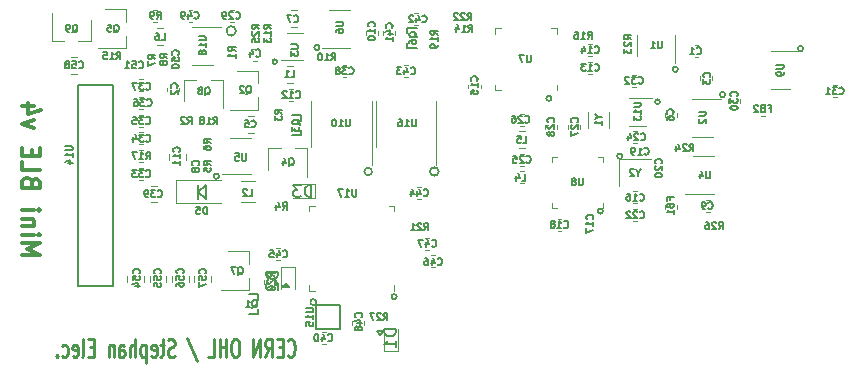
<source format=gbo>
G04 #@! TF.GenerationSoftware,KiCad,Pcbnew,8.0.1*
G04 #@! TF.CreationDate,2024-04-28T03:10:51-05:00*
G04 #@! TF.ProjectId,mini_ble,6d696e69-5f62-46c6-952e-6b696361645f,rev?*
G04 #@! TF.SameCoordinates,Original*
G04 #@! TF.FileFunction,Legend,Bot*
G04 #@! TF.FilePolarity,Positive*
%FSLAX46Y46*%
G04 Gerber Fmt 4.6, Leading zero omitted, Abs format (unit mm)*
G04 Created by KiCad (PCBNEW 8.0.1) date 2024-04-28 03:10:51*
%MOMM*%
%LPD*%
G01*
G04 APERTURE LIST*
%ADD10C,0.250000*%
%ADD11C,0.150000*%
%ADD12C,0.300000*%
%ADD13C,0.120000*%
G04 APERTURE END LIST*
D10*
X173076191Y-119438071D02*
X173123810Y-119509500D01*
X173123810Y-119509500D02*
X173266667Y-119580928D01*
X173266667Y-119580928D02*
X173361905Y-119580928D01*
X173361905Y-119580928D02*
X173504762Y-119509500D01*
X173504762Y-119509500D02*
X173600000Y-119366642D01*
X173600000Y-119366642D02*
X173647619Y-119223785D01*
X173647619Y-119223785D02*
X173695238Y-118938071D01*
X173695238Y-118938071D02*
X173695238Y-118723785D01*
X173695238Y-118723785D02*
X173647619Y-118438071D01*
X173647619Y-118438071D02*
X173600000Y-118295214D01*
X173600000Y-118295214D02*
X173504762Y-118152357D01*
X173504762Y-118152357D02*
X173361905Y-118080928D01*
X173361905Y-118080928D02*
X173266667Y-118080928D01*
X173266667Y-118080928D02*
X173123810Y-118152357D01*
X173123810Y-118152357D02*
X173076191Y-118223785D01*
X172647619Y-118795214D02*
X172314286Y-118795214D01*
X172171429Y-119580928D02*
X172647619Y-119580928D01*
X172647619Y-119580928D02*
X172647619Y-118080928D01*
X172647619Y-118080928D02*
X172171429Y-118080928D01*
X171171429Y-119580928D02*
X171504762Y-118866642D01*
X171742857Y-119580928D02*
X171742857Y-118080928D01*
X171742857Y-118080928D02*
X171361905Y-118080928D01*
X171361905Y-118080928D02*
X171266667Y-118152357D01*
X171266667Y-118152357D02*
X171219048Y-118223785D01*
X171219048Y-118223785D02*
X171171429Y-118366642D01*
X171171429Y-118366642D02*
X171171429Y-118580928D01*
X171171429Y-118580928D02*
X171219048Y-118723785D01*
X171219048Y-118723785D02*
X171266667Y-118795214D01*
X171266667Y-118795214D02*
X171361905Y-118866642D01*
X171361905Y-118866642D02*
X171742857Y-118866642D01*
X170742857Y-119580928D02*
X170742857Y-118080928D01*
X170742857Y-118080928D02*
X170171429Y-119580928D01*
X170171429Y-119580928D02*
X170171429Y-118080928D01*
X168742857Y-118080928D02*
X168552381Y-118080928D01*
X168552381Y-118080928D02*
X168457143Y-118152357D01*
X168457143Y-118152357D02*
X168361905Y-118295214D01*
X168361905Y-118295214D02*
X168314286Y-118580928D01*
X168314286Y-118580928D02*
X168314286Y-119080928D01*
X168314286Y-119080928D02*
X168361905Y-119366642D01*
X168361905Y-119366642D02*
X168457143Y-119509500D01*
X168457143Y-119509500D02*
X168552381Y-119580928D01*
X168552381Y-119580928D02*
X168742857Y-119580928D01*
X168742857Y-119580928D02*
X168838095Y-119509500D01*
X168838095Y-119509500D02*
X168933333Y-119366642D01*
X168933333Y-119366642D02*
X168980952Y-119080928D01*
X168980952Y-119080928D02*
X168980952Y-118580928D01*
X168980952Y-118580928D02*
X168933333Y-118295214D01*
X168933333Y-118295214D02*
X168838095Y-118152357D01*
X168838095Y-118152357D02*
X168742857Y-118080928D01*
X167885714Y-119580928D02*
X167885714Y-118080928D01*
X167885714Y-118795214D02*
X167314286Y-118795214D01*
X167314286Y-119580928D02*
X167314286Y-118080928D01*
X166361905Y-119580928D02*
X166838095Y-119580928D01*
X166838095Y-119580928D02*
X166838095Y-118080928D01*
X164552381Y-118009500D02*
X165409523Y-119938071D01*
X163504761Y-119509500D02*
X163361904Y-119580928D01*
X163361904Y-119580928D02*
X163123809Y-119580928D01*
X163123809Y-119580928D02*
X163028571Y-119509500D01*
X163028571Y-119509500D02*
X162980952Y-119438071D01*
X162980952Y-119438071D02*
X162933333Y-119295214D01*
X162933333Y-119295214D02*
X162933333Y-119152357D01*
X162933333Y-119152357D02*
X162980952Y-119009500D01*
X162980952Y-119009500D02*
X163028571Y-118938071D01*
X163028571Y-118938071D02*
X163123809Y-118866642D01*
X163123809Y-118866642D02*
X163314285Y-118795214D01*
X163314285Y-118795214D02*
X163409523Y-118723785D01*
X163409523Y-118723785D02*
X163457142Y-118652357D01*
X163457142Y-118652357D02*
X163504761Y-118509500D01*
X163504761Y-118509500D02*
X163504761Y-118366642D01*
X163504761Y-118366642D02*
X163457142Y-118223785D01*
X163457142Y-118223785D02*
X163409523Y-118152357D01*
X163409523Y-118152357D02*
X163314285Y-118080928D01*
X163314285Y-118080928D02*
X163076190Y-118080928D01*
X163076190Y-118080928D02*
X162933333Y-118152357D01*
X162647618Y-118580928D02*
X162266666Y-118580928D01*
X162504761Y-118080928D02*
X162504761Y-119366642D01*
X162504761Y-119366642D02*
X162457142Y-119509500D01*
X162457142Y-119509500D02*
X162361904Y-119580928D01*
X162361904Y-119580928D02*
X162266666Y-119580928D01*
X161552380Y-119509500D02*
X161647618Y-119580928D01*
X161647618Y-119580928D02*
X161838094Y-119580928D01*
X161838094Y-119580928D02*
X161933332Y-119509500D01*
X161933332Y-119509500D02*
X161980951Y-119366642D01*
X161980951Y-119366642D02*
X161980951Y-118795214D01*
X161980951Y-118795214D02*
X161933332Y-118652357D01*
X161933332Y-118652357D02*
X161838094Y-118580928D01*
X161838094Y-118580928D02*
X161647618Y-118580928D01*
X161647618Y-118580928D02*
X161552380Y-118652357D01*
X161552380Y-118652357D02*
X161504761Y-118795214D01*
X161504761Y-118795214D02*
X161504761Y-118938071D01*
X161504761Y-118938071D02*
X161980951Y-119080928D01*
X161076189Y-118580928D02*
X161076189Y-120080928D01*
X161076189Y-118652357D02*
X160980951Y-118580928D01*
X160980951Y-118580928D02*
X160790475Y-118580928D01*
X160790475Y-118580928D02*
X160695237Y-118652357D01*
X160695237Y-118652357D02*
X160647618Y-118723785D01*
X160647618Y-118723785D02*
X160599999Y-118866642D01*
X160599999Y-118866642D02*
X160599999Y-119295214D01*
X160599999Y-119295214D02*
X160647618Y-119438071D01*
X160647618Y-119438071D02*
X160695237Y-119509500D01*
X160695237Y-119509500D02*
X160790475Y-119580928D01*
X160790475Y-119580928D02*
X160980951Y-119580928D01*
X160980951Y-119580928D02*
X161076189Y-119509500D01*
X160171427Y-119580928D02*
X160171427Y-118080928D01*
X159742856Y-119580928D02*
X159742856Y-118795214D01*
X159742856Y-118795214D02*
X159790475Y-118652357D01*
X159790475Y-118652357D02*
X159885713Y-118580928D01*
X159885713Y-118580928D02*
X160028570Y-118580928D01*
X160028570Y-118580928D02*
X160123808Y-118652357D01*
X160123808Y-118652357D02*
X160171427Y-118723785D01*
X158838094Y-119580928D02*
X158838094Y-118795214D01*
X158838094Y-118795214D02*
X158885713Y-118652357D01*
X158885713Y-118652357D02*
X158980951Y-118580928D01*
X158980951Y-118580928D02*
X159171427Y-118580928D01*
X159171427Y-118580928D02*
X159266665Y-118652357D01*
X158838094Y-119509500D02*
X158933332Y-119580928D01*
X158933332Y-119580928D02*
X159171427Y-119580928D01*
X159171427Y-119580928D02*
X159266665Y-119509500D01*
X159266665Y-119509500D02*
X159314284Y-119366642D01*
X159314284Y-119366642D02*
X159314284Y-119223785D01*
X159314284Y-119223785D02*
X159266665Y-119080928D01*
X159266665Y-119080928D02*
X159171427Y-119009500D01*
X159171427Y-119009500D02*
X158933332Y-119009500D01*
X158933332Y-119009500D02*
X158838094Y-118938071D01*
X158361903Y-118580928D02*
X158361903Y-119580928D01*
X158361903Y-118723785D02*
X158314284Y-118652357D01*
X158314284Y-118652357D02*
X158219046Y-118580928D01*
X158219046Y-118580928D02*
X158076189Y-118580928D01*
X158076189Y-118580928D02*
X157980951Y-118652357D01*
X157980951Y-118652357D02*
X157933332Y-118795214D01*
X157933332Y-118795214D02*
X157933332Y-119580928D01*
X156695236Y-118795214D02*
X156361903Y-118795214D01*
X156219046Y-119580928D02*
X156695236Y-119580928D01*
X156695236Y-119580928D02*
X156695236Y-118080928D01*
X156695236Y-118080928D02*
X156219046Y-118080928D01*
X155647617Y-119580928D02*
X155742855Y-119509500D01*
X155742855Y-119509500D02*
X155790474Y-119366642D01*
X155790474Y-119366642D02*
X155790474Y-118080928D01*
X154885712Y-119509500D02*
X154980950Y-119580928D01*
X154980950Y-119580928D02*
X155171426Y-119580928D01*
X155171426Y-119580928D02*
X155266664Y-119509500D01*
X155266664Y-119509500D02*
X155314283Y-119366642D01*
X155314283Y-119366642D02*
X155314283Y-118795214D01*
X155314283Y-118795214D02*
X155266664Y-118652357D01*
X155266664Y-118652357D02*
X155171426Y-118580928D01*
X155171426Y-118580928D02*
X154980950Y-118580928D01*
X154980950Y-118580928D02*
X154885712Y-118652357D01*
X154885712Y-118652357D02*
X154838093Y-118795214D01*
X154838093Y-118795214D02*
X154838093Y-118938071D01*
X154838093Y-118938071D02*
X155314283Y-119080928D01*
X153980950Y-119509500D02*
X154076188Y-119580928D01*
X154076188Y-119580928D02*
X154266664Y-119580928D01*
X154266664Y-119580928D02*
X154361902Y-119509500D01*
X154361902Y-119509500D02*
X154409521Y-119438071D01*
X154409521Y-119438071D02*
X154457140Y-119295214D01*
X154457140Y-119295214D02*
X154457140Y-118866642D01*
X154457140Y-118866642D02*
X154409521Y-118723785D01*
X154409521Y-118723785D02*
X154361902Y-118652357D01*
X154361902Y-118652357D02*
X154266664Y-118580928D01*
X154266664Y-118580928D02*
X154076188Y-118580928D01*
X154076188Y-118580928D02*
X153980950Y-118652357D01*
X153552378Y-119438071D02*
X153504759Y-119509500D01*
X153504759Y-119509500D02*
X153552378Y-119580928D01*
X153552378Y-119580928D02*
X153599997Y-119509500D01*
X153599997Y-119509500D02*
X153552378Y-119438071D01*
X153552378Y-119438071D02*
X153552378Y-119580928D01*
D11*
X167273607Y-104300000D02*
G75*
G02*
X166826393Y-104300000I-223607J0D01*
G01*
X166826393Y-104300000D02*
G75*
G02*
X167273607Y-104300000I223607J0D01*
G01*
X175773607Y-93400000D02*
G75*
G02*
X175326393Y-93400000I-223607J0D01*
G01*
X175326393Y-93400000D02*
G75*
G02*
X175773607Y-93400000I223607J0D01*
G01*
X199773607Y-107250000D02*
G75*
G02*
X199326393Y-107250000I-223607J0D01*
G01*
X199326393Y-107250000D02*
G75*
G02*
X199773607Y-107250000I223607J0D01*
G01*
X201423607Y-102600000D02*
G75*
G02*
X200976393Y-102600000I-223607J0D01*
G01*
X200976393Y-102600000D02*
G75*
G02*
X201423607Y-102600000I223607J0D01*
G01*
D12*
X150621671Y-110957143D02*
X152121671Y-110957143D01*
X152121671Y-110957143D02*
X151050242Y-110457143D01*
X151050242Y-110457143D02*
X152121671Y-109957143D01*
X152121671Y-109957143D02*
X150621671Y-109957143D01*
X150621671Y-109242857D02*
X151621671Y-109242857D01*
X152121671Y-109242857D02*
X152050242Y-109314285D01*
X152050242Y-109314285D02*
X151978814Y-109242857D01*
X151978814Y-109242857D02*
X152050242Y-109171428D01*
X152050242Y-109171428D02*
X152121671Y-109242857D01*
X152121671Y-109242857D02*
X151978814Y-109242857D01*
X151621671Y-108528571D02*
X150621671Y-108528571D01*
X151478814Y-108528571D02*
X151550242Y-108457142D01*
X151550242Y-108457142D02*
X151621671Y-108314285D01*
X151621671Y-108314285D02*
X151621671Y-108099999D01*
X151621671Y-108099999D02*
X151550242Y-107957142D01*
X151550242Y-107957142D02*
X151407385Y-107885714D01*
X151407385Y-107885714D02*
X150621671Y-107885714D01*
X150621671Y-107171428D02*
X151621671Y-107171428D01*
X152121671Y-107171428D02*
X152050242Y-107242856D01*
X152050242Y-107242856D02*
X151978814Y-107171428D01*
X151978814Y-107171428D02*
X152050242Y-107099999D01*
X152050242Y-107099999D02*
X152121671Y-107171428D01*
X152121671Y-107171428D02*
X151978814Y-107171428D01*
X151407385Y-104814285D02*
X151335957Y-104599999D01*
X151335957Y-104599999D02*
X151264528Y-104528570D01*
X151264528Y-104528570D02*
X151121671Y-104457142D01*
X151121671Y-104457142D02*
X150907385Y-104457142D01*
X150907385Y-104457142D02*
X150764528Y-104528570D01*
X150764528Y-104528570D02*
X150693100Y-104599999D01*
X150693100Y-104599999D02*
X150621671Y-104742856D01*
X150621671Y-104742856D02*
X150621671Y-105314285D01*
X150621671Y-105314285D02*
X152121671Y-105314285D01*
X152121671Y-105314285D02*
X152121671Y-104814285D01*
X152121671Y-104814285D02*
X152050242Y-104671428D01*
X152050242Y-104671428D02*
X151978814Y-104599999D01*
X151978814Y-104599999D02*
X151835957Y-104528570D01*
X151835957Y-104528570D02*
X151693100Y-104528570D01*
X151693100Y-104528570D02*
X151550242Y-104599999D01*
X151550242Y-104599999D02*
X151478814Y-104671428D01*
X151478814Y-104671428D02*
X151407385Y-104814285D01*
X151407385Y-104814285D02*
X151407385Y-105314285D01*
X150621671Y-103099999D02*
X150621671Y-103814285D01*
X150621671Y-103814285D02*
X152121671Y-103814285D01*
X151407385Y-102599999D02*
X151407385Y-102099999D01*
X150621671Y-101885713D02*
X150621671Y-102599999D01*
X150621671Y-102599999D02*
X152121671Y-102599999D01*
X152121671Y-102599999D02*
X152121671Y-101885713D01*
X151621671Y-100242856D02*
X150621671Y-99885713D01*
X150621671Y-99885713D02*
X151621671Y-99528570D01*
X151621671Y-98314285D02*
X150621671Y-98314285D01*
X152193100Y-98671427D02*
X151121671Y-99028570D01*
X151121671Y-99028570D02*
X151121671Y-98099999D01*
D11*
X180900000Y-117700000D02*
X180650000Y-117400000D01*
X181200000Y-117400000D02*
X180900000Y-117700000D01*
X180650000Y-117400000D02*
X181200000Y-117400000D01*
X210123607Y-97400000D02*
G75*
G02*
X209676393Y-97400000I-223607J0D01*
G01*
X209676393Y-97400000D02*
G75*
G02*
X210123607Y-97400000I223607J0D01*
G01*
X165500000Y-105600000D02*
X166200000Y-106200000D01*
X166200000Y-105000000D02*
X165500000Y-105600000D01*
X165500000Y-105000000D02*
X165500000Y-106200000D01*
X166200000Y-105000000D02*
X166200000Y-106200000D01*
X173200000Y-113700000D02*
X172900000Y-113400000D01*
X172600000Y-113700000D02*
X173200000Y-113700000D01*
X172900000Y-113400000D02*
X172600000Y-113700000D01*
X172200000Y-94600000D02*
G75*
G02*
X171800000Y-94600000I-200000J0D01*
G01*
X171800000Y-94600000D02*
G75*
G02*
X172200000Y-94600000I200000J0D01*
G01*
X182323607Y-114500000D02*
G75*
G02*
X181876393Y-114500000I-223607J0D01*
G01*
X181876393Y-114500000D02*
G75*
G02*
X182323607Y-114500000I223607J0D01*
G01*
X195423607Y-97700000D02*
G75*
G02*
X194976393Y-97700000I-223607J0D01*
G01*
X194976393Y-97700000D02*
G75*
G02*
X195423607Y-97700000I223607J0D01*
G01*
X216723607Y-93500000D02*
G75*
G02*
X216276393Y-93500000I-223607J0D01*
G01*
X216276393Y-93500000D02*
G75*
G02*
X216723607Y-93500000I223607J0D01*
G01*
X206123607Y-95250000D02*
G75*
G02*
X205676393Y-95250000I-223607J0D01*
G01*
X205676393Y-95250000D02*
G75*
G02*
X206123607Y-95250000I223607J0D01*
G01*
X204600000Y-98000000D02*
G75*
G02*
X204200000Y-98000000I-200000J0D01*
G01*
X204200000Y-98000000D02*
G75*
G02*
X204600000Y-98000000I200000J0D01*
G01*
X168700000Y-92000000D02*
G75*
G02*
X167900000Y-92000000I-400000J0D01*
G01*
X167900000Y-92000000D02*
G75*
G02*
X168700000Y-92000000I400000J0D01*
G01*
X185860555Y-103900000D02*
G75*
G02*
X185139445Y-103900000I-360555J0D01*
G01*
X185139445Y-103900000D02*
G75*
G02*
X185860555Y-103900000I360555J0D01*
G01*
X180216228Y-103900000D02*
G75*
G02*
X179583772Y-103900000I-316228J0D01*
G01*
X179583772Y-103900000D02*
G75*
G02*
X180216228Y-103900000I316228J0D01*
G01*
X181185714Y-116469771D02*
X181385714Y-116184057D01*
X181528571Y-116469771D02*
X181528571Y-115869771D01*
X181528571Y-115869771D02*
X181300000Y-115869771D01*
X181300000Y-115869771D02*
X181242857Y-115898342D01*
X181242857Y-115898342D02*
X181214286Y-115926914D01*
X181214286Y-115926914D02*
X181185714Y-115984057D01*
X181185714Y-115984057D02*
X181185714Y-116069771D01*
X181185714Y-116069771D02*
X181214286Y-116126914D01*
X181214286Y-116126914D02*
X181242857Y-116155485D01*
X181242857Y-116155485D02*
X181300000Y-116184057D01*
X181300000Y-116184057D02*
X181528571Y-116184057D01*
X180957143Y-115926914D02*
X180928571Y-115898342D01*
X180928571Y-115898342D02*
X180871429Y-115869771D01*
X180871429Y-115869771D02*
X180728571Y-115869771D01*
X180728571Y-115869771D02*
X180671429Y-115898342D01*
X180671429Y-115898342D02*
X180642857Y-115926914D01*
X180642857Y-115926914D02*
X180614286Y-115984057D01*
X180614286Y-115984057D02*
X180614286Y-116041200D01*
X180614286Y-116041200D02*
X180642857Y-116126914D01*
X180642857Y-116126914D02*
X180985714Y-116469771D01*
X180985714Y-116469771D02*
X180614286Y-116469771D01*
X180414285Y-115869771D02*
X180014285Y-115869771D01*
X180014285Y-115869771D02*
X180271428Y-116469771D01*
X198912628Y-107914285D02*
X198941200Y-107885713D01*
X198941200Y-107885713D02*
X198969771Y-107799999D01*
X198969771Y-107799999D02*
X198969771Y-107742856D01*
X198969771Y-107742856D02*
X198941200Y-107657142D01*
X198941200Y-107657142D02*
X198884057Y-107599999D01*
X198884057Y-107599999D02*
X198826914Y-107571428D01*
X198826914Y-107571428D02*
X198712628Y-107542856D01*
X198712628Y-107542856D02*
X198626914Y-107542856D01*
X198626914Y-107542856D02*
X198512628Y-107571428D01*
X198512628Y-107571428D02*
X198455485Y-107599999D01*
X198455485Y-107599999D02*
X198398342Y-107657142D01*
X198398342Y-107657142D02*
X198369771Y-107742856D01*
X198369771Y-107742856D02*
X198369771Y-107799999D01*
X198369771Y-107799999D02*
X198398342Y-107885713D01*
X198398342Y-107885713D02*
X198426914Y-107914285D01*
X198969771Y-108485713D02*
X198969771Y-108142856D01*
X198969771Y-108314285D02*
X198369771Y-108314285D01*
X198369771Y-108314285D02*
X198455485Y-108257142D01*
X198455485Y-108257142D02*
X198512628Y-108199999D01*
X198512628Y-108199999D02*
X198541200Y-108142856D01*
X198369771Y-108685714D02*
X198369771Y-109085714D01*
X198369771Y-109085714D02*
X198969771Y-108828571D01*
X209585714Y-108769771D02*
X209785714Y-108484057D01*
X209928571Y-108769771D02*
X209928571Y-108169771D01*
X209928571Y-108169771D02*
X209700000Y-108169771D01*
X209700000Y-108169771D02*
X209642857Y-108198342D01*
X209642857Y-108198342D02*
X209614286Y-108226914D01*
X209614286Y-108226914D02*
X209585714Y-108284057D01*
X209585714Y-108284057D02*
X209585714Y-108369771D01*
X209585714Y-108369771D02*
X209614286Y-108426914D01*
X209614286Y-108426914D02*
X209642857Y-108455485D01*
X209642857Y-108455485D02*
X209700000Y-108484057D01*
X209700000Y-108484057D02*
X209928571Y-108484057D01*
X209357143Y-108226914D02*
X209328571Y-108198342D01*
X209328571Y-108198342D02*
X209271429Y-108169771D01*
X209271429Y-108169771D02*
X209128571Y-108169771D01*
X209128571Y-108169771D02*
X209071429Y-108198342D01*
X209071429Y-108198342D02*
X209042857Y-108226914D01*
X209042857Y-108226914D02*
X209014286Y-108284057D01*
X209014286Y-108284057D02*
X209014286Y-108341200D01*
X209014286Y-108341200D02*
X209042857Y-108426914D01*
X209042857Y-108426914D02*
X209385714Y-108769771D01*
X209385714Y-108769771D02*
X209014286Y-108769771D01*
X208500000Y-108169771D02*
X208614285Y-108169771D01*
X208614285Y-108169771D02*
X208671428Y-108198342D01*
X208671428Y-108198342D02*
X208700000Y-108226914D01*
X208700000Y-108226914D02*
X208757142Y-108312628D01*
X208757142Y-108312628D02*
X208785714Y-108426914D01*
X208785714Y-108426914D02*
X208785714Y-108655485D01*
X208785714Y-108655485D02*
X208757142Y-108712628D01*
X208757142Y-108712628D02*
X208728571Y-108741200D01*
X208728571Y-108741200D02*
X208671428Y-108769771D01*
X208671428Y-108769771D02*
X208557142Y-108769771D01*
X208557142Y-108769771D02*
X208500000Y-108741200D01*
X208500000Y-108741200D02*
X208471428Y-108712628D01*
X208471428Y-108712628D02*
X208442857Y-108655485D01*
X208442857Y-108655485D02*
X208442857Y-108512628D01*
X208442857Y-108512628D02*
X208471428Y-108455485D01*
X208471428Y-108455485D02*
X208500000Y-108426914D01*
X208500000Y-108426914D02*
X208557142Y-108398342D01*
X208557142Y-108398342D02*
X208671428Y-108398342D01*
X208671428Y-108398342D02*
X208728571Y-108426914D01*
X208728571Y-108426914D02*
X208757142Y-108455485D01*
X208757142Y-108455485D02*
X208785714Y-108512628D01*
X208812628Y-95900000D02*
X208841200Y-95871428D01*
X208841200Y-95871428D02*
X208869771Y-95785714D01*
X208869771Y-95785714D02*
X208869771Y-95728571D01*
X208869771Y-95728571D02*
X208841200Y-95642857D01*
X208841200Y-95642857D02*
X208784057Y-95585714D01*
X208784057Y-95585714D02*
X208726914Y-95557143D01*
X208726914Y-95557143D02*
X208612628Y-95528571D01*
X208612628Y-95528571D02*
X208526914Y-95528571D01*
X208526914Y-95528571D02*
X208412628Y-95557143D01*
X208412628Y-95557143D02*
X208355485Y-95585714D01*
X208355485Y-95585714D02*
X208298342Y-95642857D01*
X208298342Y-95642857D02*
X208269771Y-95728571D01*
X208269771Y-95728571D02*
X208269771Y-95785714D01*
X208269771Y-95785714D02*
X208298342Y-95871428D01*
X208298342Y-95871428D02*
X208326914Y-95900000D01*
X208269771Y-96100000D02*
X208269771Y-96471428D01*
X208269771Y-96471428D02*
X208498342Y-96271428D01*
X208498342Y-96271428D02*
X208498342Y-96357143D01*
X208498342Y-96357143D02*
X208526914Y-96414286D01*
X208526914Y-96414286D02*
X208555485Y-96442857D01*
X208555485Y-96442857D02*
X208612628Y-96471428D01*
X208612628Y-96471428D02*
X208755485Y-96471428D01*
X208755485Y-96471428D02*
X208812628Y-96442857D01*
X208812628Y-96442857D02*
X208841200Y-96414286D01*
X208841200Y-96414286D02*
X208869771Y-96357143D01*
X208869771Y-96357143D02*
X208869771Y-96185714D01*
X208869771Y-96185714D02*
X208841200Y-96128571D01*
X208841200Y-96128571D02*
X208812628Y-96100000D01*
X219785714Y-97312628D02*
X219814286Y-97341200D01*
X219814286Y-97341200D02*
X219900000Y-97369771D01*
X219900000Y-97369771D02*
X219957143Y-97369771D01*
X219957143Y-97369771D02*
X220042857Y-97341200D01*
X220042857Y-97341200D02*
X220100000Y-97284057D01*
X220100000Y-97284057D02*
X220128571Y-97226914D01*
X220128571Y-97226914D02*
X220157143Y-97112628D01*
X220157143Y-97112628D02*
X220157143Y-97026914D01*
X220157143Y-97026914D02*
X220128571Y-96912628D01*
X220128571Y-96912628D02*
X220100000Y-96855485D01*
X220100000Y-96855485D02*
X220042857Y-96798342D01*
X220042857Y-96798342D02*
X219957143Y-96769771D01*
X219957143Y-96769771D02*
X219900000Y-96769771D01*
X219900000Y-96769771D02*
X219814286Y-96798342D01*
X219814286Y-96798342D02*
X219785714Y-96826914D01*
X219585714Y-96769771D02*
X219214286Y-96769771D01*
X219214286Y-96769771D02*
X219414286Y-96998342D01*
X219414286Y-96998342D02*
X219328571Y-96998342D01*
X219328571Y-96998342D02*
X219271429Y-97026914D01*
X219271429Y-97026914D02*
X219242857Y-97055485D01*
X219242857Y-97055485D02*
X219214286Y-97112628D01*
X219214286Y-97112628D02*
X219214286Y-97255485D01*
X219214286Y-97255485D02*
X219242857Y-97312628D01*
X219242857Y-97312628D02*
X219271429Y-97341200D01*
X219271429Y-97341200D02*
X219328571Y-97369771D01*
X219328571Y-97369771D02*
X219500000Y-97369771D01*
X219500000Y-97369771D02*
X219557143Y-97341200D01*
X219557143Y-97341200D02*
X219585714Y-97312628D01*
X218642857Y-97369771D02*
X218985714Y-97369771D01*
X218814285Y-97369771D02*
X218814285Y-96769771D01*
X218814285Y-96769771D02*
X218871428Y-96855485D01*
X218871428Y-96855485D02*
X218928571Y-96912628D01*
X218928571Y-96912628D02*
X218985714Y-96941200D01*
X166242856Y-107469771D02*
X166242856Y-106869771D01*
X166242856Y-106869771D02*
X166099999Y-106869771D01*
X166099999Y-106869771D02*
X166014285Y-106898342D01*
X166014285Y-106898342D02*
X165957142Y-106955485D01*
X165957142Y-106955485D02*
X165928571Y-107012628D01*
X165928571Y-107012628D02*
X165899999Y-107126914D01*
X165899999Y-107126914D02*
X165899999Y-107212628D01*
X165899999Y-107212628D02*
X165928571Y-107326914D01*
X165928571Y-107326914D02*
X165957142Y-107384057D01*
X165957142Y-107384057D02*
X166014285Y-107441200D01*
X166014285Y-107441200D02*
X166099999Y-107469771D01*
X166099999Y-107469771D02*
X166242856Y-107469771D01*
X165357142Y-106869771D02*
X165642856Y-106869771D01*
X165642856Y-106869771D02*
X165671428Y-107155485D01*
X165671428Y-107155485D02*
X165642856Y-107126914D01*
X165642856Y-107126914D02*
X165585714Y-107098342D01*
X165585714Y-107098342D02*
X165442856Y-107098342D01*
X165442856Y-107098342D02*
X165385714Y-107126914D01*
X165385714Y-107126914D02*
X165357142Y-107155485D01*
X165357142Y-107155485D02*
X165328571Y-107212628D01*
X165328571Y-107212628D02*
X165328571Y-107355485D01*
X165328571Y-107355485D02*
X165357142Y-107412628D01*
X165357142Y-107412628D02*
X165385714Y-107441200D01*
X165385714Y-107441200D02*
X165442856Y-107469771D01*
X165442856Y-107469771D02*
X165585714Y-107469771D01*
X165585714Y-107469771D02*
X165642856Y-107441200D01*
X165642856Y-107441200D02*
X165671428Y-107412628D01*
X202785714Y-103984057D02*
X202785714Y-104269771D01*
X202985714Y-103669771D02*
X202785714Y-103984057D01*
X202785714Y-103984057D02*
X202585714Y-103669771D01*
X202414285Y-103726914D02*
X202385713Y-103698342D01*
X202385713Y-103698342D02*
X202328571Y-103669771D01*
X202328571Y-103669771D02*
X202185713Y-103669771D01*
X202185713Y-103669771D02*
X202128571Y-103698342D01*
X202128571Y-103698342D02*
X202099999Y-103726914D01*
X202099999Y-103726914D02*
X202071428Y-103784057D01*
X202071428Y-103784057D02*
X202071428Y-103841200D01*
X202071428Y-103841200D02*
X202099999Y-103926914D01*
X202099999Y-103926914D02*
X202442856Y-104269771D01*
X202442856Y-104269771D02*
X202071428Y-104269771D01*
X199384057Y-99264285D02*
X199669771Y-99264285D01*
X199069771Y-99064285D02*
X199384057Y-99264285D01*
X199384057Y-99264285D02*
X199069771Y-99464285D01*
X199669771Y-99978571D02*
X199669771Y-99635714D01*
X199669771Y-99807143D02*
X199069771Y-99807143D01*
X199069771Y-99807143D02*
X199155485Y-99750000D01*
X199155485Y-99750000D02*
X199212628Y-99692857D01*
X199212628Y-99692857D02*
X199241200Y-99635714D01*
X165569771Y-92457143D02*
X166055485Y-92457143D01*
X166055485Y-92457143D02*
X166112628Y-92485714D01*
X166112628Y-92485714D02*
X166141200Y-92514286D01*
X166141200Y-92514286D02*
X166169771Y-92571428D01*
X166169771Y-92571428D02*
X166169771Y-92685714D01*
X166169771Y-92685714D02*
X166141200Y-92742857D01*
X166141200Y-92742857D02*
X166112628Y-92771428D01*
X166112628Y-92771428D02*
X166055485Y-92800000D01*
X166055485Y-92800000D02*
X165569771Y-92800000D01*
X166169771Y-93399999D02*
X166169771Y-93057142D01*
X166169771Y-93228571D02*
X165569771Y-93228571D01*
X165569771Y-93228571D02*
X165655485Y-93171428D01*
X165655485Y-93171428D02*
X165712628Y-93114285D01*
X165712628Y-93114285D02*
X165741200Y-93057142D01*
X165826914Y-93742857D02*
X165798342Y-93685714D01*
X165798342Y-93685714D02*
X165769771Y-93657143D01*
X165769771Y-93657143D02*
X165712628Y-93628571D01*
X165712628Y-93628571D02*
X165684057Y-93628571D01*
X165684057Y-93628571D02*
X165626914Y-93657143D01*
X165626914Y-93657143D02*
X165598342Y-93685714D01*
X165598342Y-93685714D02*
X165569771Y-93742857D01*
X165569771Y-93742857D02*
X165569771Y-93857143D01*
X165569771Y-93857143D02*
X165598342Y-93914286D01*
X165598342Y-93914286D02*
X165626914Y-93942857D01*
X165626914Y-93942857D02*
X165684057Y-93971428D01*
X165684057Y-93971428D02*
X165712628Y-93971428D01*
X165712628Y-93971428D02*
X165769771Y-93942857D01*
X165769771Y-93942857D02*
X165798342Y-93914286D01*
X165798342Y-93914286D02*
X165826914Y-93857143D01*
X165826914Y-93857143D02*
X165826914Y-93742857D01*
X165826914Y-93742857D02*
X165855485Y-93685714D01*
X165855485Y-93685714D02*
X165884057Y-93657143D01*
X165884057Y-93657143D02*
X165941200Y-93628571D01*
X165941200Y-93628571D02*
X166055485Y-93628571D01*
X166055485Y-93628571D02*
X166112628Y-93657143D01*
X166112628Y-93657143D02*
X166141200Y-93685714D01*
X166141200Y-93685714D02*
X166169771Y-93742857D01*
X166169771Y-93742857D02*
X166169771Y-93857143D01*
X166169771Y-93857143D02*
X166141200Y-93914286D01*
X166141200Y-93914286D02*
X166112628Y-93942857D01*
X166112628Y-93942857D02*
X166055485Y-93971428D01*
X166055485Y-93971428D02*
X165941200Y-93971428D01*
X165941200Y-93971428D02*
X165884057Y-93942857D01*
X165884057Y-93942857D02*
X165855485Y-93914286D01*
X165855485Y-93914286D02*
X165826914Y-93857143D01*
X178892856Y-105419771D02*
X178892856Y-105905485D01*
X178892856Y-105905485D02*
X178864285Y-105962628D01*
X178864285Y-105962628D02*
X178835714Y-105991200D01*
X178835714Y-105991200D02*
X178778571Y-106019771D01*
X178778571Y-106019771D02*
X178664285Y-106019771D01*
X178664285Y-106019771D02*
X178607142Y-105991200D01*
X178607142Y-105991200D02*
X178578571Y-105962628D01*
X178578571Y-105962628D02*
X178549999Y-105905485D01*
X178549999Y-105905485D02*
X178549999Y-105419771D01*
X177950000Y-106019771D02*
X178292857Y-106019771D01*
X178121428Y-106019771D02*
X178121428Y-105419771D01*
X178121428Y-105419771D02*
X178178571Y-105505485D01*
X178178571Y-105505485D02*
X178235714Y-105562628D01*
X178235714Y-105562628D02*
X178292857Y-105591200D01*
X177749999Y-105419771D02*
X177349999Y-105419771D01*
X177349999Y-105419771D02*
X177607142Y-106019771D01*
X183942856Y-99469771D02*
X183942856Y-99955485D01*
X183942856Y-99955485D02*
X183914285Y-100012628D01*
X183914285Y-100012628D02*
X183885714Y-100041200D01*
X183885714Y-100041200D02*
X183828571Y-100069771D01*
X183828571Y-100069771D02*
X183714285Y-100069771D01*
X183714285Y-100069771D02*
X183657142Y-100041200D01*
X183657142Y-100041200D02*
X183628571Y-100012628D01*
X183628571Y-100012628D02*
X183599999Y-99955485D01*
X183599999Y-99955485D02*
X183599999Y-99469771D01*
X183000000Y-100069771D02*
X183342857Y-100069771D01*
X183171428Y-100069771D02*
X183171428Y-99469771D01*
X183171428Y-99469771D02*
X183228571Y-99555485D01*
X183228571Y-99555485D02*
X183285714Y-99612628D01*
X183285714Y-99612628D02*
X183342857Y-99641200D01*
X182485714Y-99469771D02*
X182599999Y-99469771D01*
X182599999Y-99469771D02*
X182657142Y-99498342D01*
X182657142Y-99498342D02*
X182685714Y-99526914D01*
X182685714Y-99526914D02*
X182742856Y-99612628D01*
X182742856Y-99612628D02*
X182771428Y-99726914D01*
X182771428Y-99726914D02*
X182771428Y-99955485D01*
X182771428Y-99955485D02*
X182742856Y-100012628D01*
X182742856Y-100012628D02*
X182714285Y-100041200D01*
X182714285Y-100041200D02*
X182657142Y-100069771D01*
X182657142Y-100069771D02*
X182542856Y-100069771D01*
X182542856Y-100069771D02*
X182485714Y-100041200D01*
X182485714Y-100041200D02*
X182457142Y-100012628D01*
X182457142Y-100012628D02*
X182428571Y-99955485D01*
X182428571Y-99955485D02*
X182428571Y-99812628D01*
X182428571Y-99812628D02*
X182457142Y-99755485D01*
X182457142Y-99755485D02*
X182485714Y-99726914D01*
X182485714Y-99726914D02*
X182542856Y-99698342D01*
X182542856Y-99698342D02*
X182657142Y-99698342D01*
X182657142Y-99698342D02*
X182714285Y-99726914D01*
X182714285Y-99726914D02*
X182742856Y-99755485D01*
X182742856Y-99755485D02*
X182771428Y-99812628D01*
X202369771Y-98057143D02*
X202855485Y-98057143D01*
X202855485Y-98057143D02*
X202912628Y-98085714D01*
X202912628Y-98085714D02*
X202941200Y-98114286D01*
X202941200Y-98114286D02*
X202969771Y-98171428D01*
X202969771Y-98171428D02*
X202969771Y-98285714D01*
X202969771Y-98285714D02*
X202941200Y-98342857D01*
X202941200Y-98342857D02*
X202912628Y-98371428D01*
X202912628Y-98371428D02*
X202855485Y-98400000D01*
X202855485Y-98400000D02*
X202369771Y-98400000D01*
X202969771Y-98999999D02*
X202969771Y-98657142D01*
X202969771Y-98828571D02*
X202369771Y-98828571D01*
X202369771Y-98828571D02*
X202455485Y-98771428D01*
X202455485Y-98771428D02*
X202512628Y-98714285D01*
X202512628Y-98714285D02*
X202541200Y-98657142D01*
X202369771Y-99200000D02*
X202369771Y-99571428D01*
X202369771Y-99571428D02*
X202598342Y-99371428D01*
X202598342Y-99371428D02*
X202598342Y-99457143D01*
X202598342Y-99457143D02*
X202626914Y-99514286D01*
X202626914Y-99514286D02*
X202655485Y-99542857D01*
X202655485Y-99542857D02*
X202712628Y-99571428D01*
X202712628Y-99571428D02*
X202855485Y-99571428D01*
X202855485Y-99571428D02*
X202912628Y-99542857D01*
X202912628Y-99542857D02*
X202941200Y-99514286D01*
X202941200Y-99514286D02*
X202969771Y-99457143D01*
X202969771Y-99457143D02*
X202969771Y-99285714D01*
X202969771Y-99285714D02*
X202941200Y-99228571D01*
X202941200Y-99228571D02*
X202912628Y-99200000D01*
X178342856Y-99469771D02*
X178342856Y-99955485D01*
X178342856Y-99955485D02*
X178314285Y-100012628D01*
X178314285Y-100012628D02*
X178285714Y-100041200D01*
X178285714Y-100041200D02*
X178228571Y-100069771D01*
X178228571Y-100069771D02*
X178114285Y-100069771D01*
X178114285Y-100069771D02*
X178057142Y-100041200D01*
X178057142Y-100041200D02*
X178028571Y-100012628D01*
X178028571Y-100012628D02*
X177999999Y-99955485D01*
X177999999Y-99955485D02*
X177999999Y-99469771D01*
X177400000Y-100069771D02*
X177742857Y-100069771D01*
X177571428Y-100069771D02*
X177571428Y-99469771D01*
X177571428Y-99469771D02*
X177628571Y-99555485D01*
X177628571Y-99555485D02*
X177685714Y-99612628D01*
X177685714Y-99612628D02*
X177742857Y-99641200D01*
X177028571Y-99469771D02*
X176971428Y-99469771D01*
X176971428Y-99469771D02*
X176914285Y-99498342D01*
X176914285Y-99498342D02*
X176885714Y-99526914D01*
X176885714Y-99526914D02*
X176857142Y-99584057D01*
X176857142Y-99584057D02*
X176828571Y-99698342D01*
X176828571Y-99698342D02*
X176828571Y-99841200D01*
X176828571Y-99841200D02*
X176857142Y-99955485D01*
X176857142Y-99955485D02*
X176885714Y-100012628D01*
X176885714Y-100012628D02*
X176914285Y-100041200D01*
X176914285Y-100041200D02*
X176971428Y-100069771D01*
X176971428Y-100069771D02*
X177028571Y-100069771D01*
X177028571Y-100069771D02*
X177085714Y-100041200D01*
X177085714Y-100041200D02*
X177114285Y-100012628D01*
X177114285Y-100012628D02*
X177142856Y-99955485D01*
X177142856Y-99955485D02*
X177171428Y-99841200D01*
X177171428Y-99841200D02*
X177171428Y-99698342D01*
X177171428Y-99698342D02*
X177142856Y-99584057D01*
X177142856Y-99584057D02*
X177114285Y-99526914D01*
X177114285Y-99526914D02*
X177085714Y-99498342D01*
X177085714Y-99498342D02*
X177028571Y-99469771D01*
X214469771Y-94842857D02*
X214955485Y-94842857D01*
X214955485Y-94842857D02*
X215012628Y-94871428D01*
X215012628Y-94871428D02*
X215041200Y-94900000D01*
X215041200Y-94900000D02*
X215069771Y-94957142D01*
X215069771Y-94957142D02*
X215069771Y-95071428D01*
X215069771Y-95071428D02*
X215041200Y-95128571D01*
X215041200Y-95128571D02*
X215012628Y-95157142D01*
X215012628Y-95157142D02*
X214955485Y-95185714D01*
X214955485Y-95185714D02*
X214469771Y-95185714D01*
X215069771Y-95499999D02*
X215069771Y-95614285D01*
X215069771Y-95614285D02*
X215041200Y-95671428D01*
X215041200Y-95671428D02*
X215012628Y-95699999D01*
X215012628Y-95699999D02*
X214926914Y-95757142D01*
X214926914Y-95757142D02*
X214812628Y-95785713D01*
X214812628Y-95785713D02*
X214584057Y-95785713D01*
X214584057Y-95785713D02*
X214526914Y-95757142D01*
X214526914Y-95757142D02*
X214498342Y-95728571D01*
X214498342Y-95728571D02*
X214469771Y-95671428D01*
X214469771Y-95671428D02*
X214469771Y-95557142D01*
X214469771Y-95557142D02*
X214498342Y-95499999D01*
X214498342Y-95499999D02*
X214526914Y-95471428D01*
X214526914Y-95471428D02*
X214584057Y-95442856D01*
X214584057Y-95442856D02*
X214726914Y-95442856D01*
X214726914Y-95442856D02*
X214784057Y-95471428D01*
X214784057Y-95471428D02*
X214812628Y-95499999D01*
X214812628Y-95499999D02*
X214841200Y-95557142D01*
X214841200Y-95557142D02*
X214841200Y-95671428D01*
X214841200Y-95671428D02*
X214812628Y-95728571D01*
X214812628Y-95728571D02*
X214784057Y-95757142D01*
X214784057Y-95757142D02*
X214726914Y-95785713D01*
X213799999Y-98555485D02*
X213999999Y-98555485D01*
X213999999Y-98869771D02*
X213999999Y-98269771D01*
X213999999Y-98269771D02*
X213714285Y-98269771D01*
X213285713Y-98555485D02*
X213199999Y-98584057D01*
X213199999Y-98584057D02*
X213171428Y-98612628D01*
X213171428Y-98612628D02*
X213142856Y-98669771D01*
X213142856Y-98669771D02*
X213142856Y-98755485D01*
X213142856Y-98755485D02*
X213171428Y-98812628D01*
X213171428Y-98812628D02*
X213199999Y-98841200D01*
X213199999Y-98841200D02*
X213257142Y-98869771D01*
X213257142Y-98869771D02*
X213485713Y-98869771D01*
X213485713Y-98869771D02*
X213485713Y-98269771D01*
X213485713Y-98269771D02*
X213285713Y-98269771D01*
X213285713Y-98269771D02*
X213228571Y-98298342D01*
X213228571Y-98298342D02*
X213199999Y-98326914D01*
X213199999Y-98326914D02*
X213171428Y-98384057D01*
X213171428Y-98384057D02*
X213171428Y-98441200D01*
X213171428Y-98441200D02*
X213199999Y-98498342D01*
X213199999Y-98498342D02*
X213228571Y-98526914D01*
X213228571Y-98526914D02*
X213285713Y-98555485D01*
X213285713Y-98555485D02*
X213485713Y-98555485D01*
X212914285Y-98326914D02*
X212885713Y-98298342D01*
X212885713Y-98298342D02*
X212828571Y-98269771D01*
X212828571Y-98269771D02*
X212685713Y-98269771D01*
X212685713Y-98269771D02*
X212628571Y-98298342D01*
X212628571Y-98298342D02*
X212599999Y-98326914D01*
X212599999Y-98326914D02*
X212571428Y-98384057D01*
X212571428Y-98384057D02*
X212571428Y-98441200D01*
X212571428Y-98441200D02*
X212599999Y-98526914D01*
X212599999Y-98526914D02*
X212942856Y-98869771D01*
X212942856Y-98869771D02*
X212571428Y-98869771D01*
X205455485Y-106300000D02*
X205455485Y-106100000D01*
X205769771Y-106100000D02*
X205169771Y-106100000D01*
X205169771Y-106100000D02*
X205169771Y-106385714D01*
X205455485Y-106814286D02*
X205484057Y-106900000D01*
X205484057Y-106900000D02*
X205512628Y-106928571D01*
X205512628Y-106928571D02*
X205569771Y-106957143D01*
X205569771Y-106957143D02*
X205655485Y-106957143D01*
X205655485Y-106957143D02*
X205712628Y-106928571D01*
X205712628Y-106928571D02*
X205741200Y-106900000D01*
X205741200Y-106900000D02*
X205769771Y-106842857D01*
X205769771Y-106842857D02*
X205769771Y-106614286D01*
X205769771Y-106614286D02*
X205169771Y-106614286D01*
X205169771Y-106614286D02*
X205169771Y-106814286D01*
X205169771Y-106814286D02*
X205198342Y-106871429D01*
X205198342Y-106871429D02*
X205226914Y-106900000D01*
X205226914Y-106900000D02*
X205284057Y-106928571D01*
X205284057Y-106928571D02*
X205341200Y-106928571D01*
X205341200Y-106928571D02*
X205398342Y-106900000D01*
X205398342Y-106900000D02*
X205426914Y-106871429D01*
X205426914Y-106871429D02*
X205455485Y-106814286D01*
X205455485Y-106814286D02*
X205455485Y-106614286D01*
X205769771Y-107528571D02*
X205769771Y-107185714D01*
X205769771Y-107357143D02*
X205169771Y-107357143D01*
X205169771Y-107357143D02*
X205255485Y-107300000D01*
X205255485Y-107300000D02*
X205312628Y-107242857D01*
X205312628Y-107242857D02*
X205341200Y-107185714D01*
X193657142Y-94069771D02*
X193657142Y-94555485D01*
X193657142Y-94555485D02*
X193628571Y-94612628D01*
X193628571Y-94612628D02*
X193600000Y-94641200D01*
X193600000Y-94641200D02*
X193542857Y-94669771D01*
X193542857Y-94669771D02*
X193428571Y-94669771D01*
X193428571Y-94669771D02*
X193371428Y-94641200D01*
X193371428Y-94641200D02*
X193342857Y-94612628D01*
X193342857Y-94612628D02*
X193314285Y-94555485D01*
X193314285Y-94555485D02*
X193314285Y-94069771D01*
X193085714Y-94069771D02*
X192685714Y-94069771D01*
X192685714Y-94069771D02*
X192942857Y-94669771D01*
X177169771Y-91242857D02*
X177655485Y-91242857D01*
X177655485Y-91242857D02*
X177712628Y-91271428D01*
X177712628Y-91271428D02*
X177741200Y-91300000D01*
X177741200Y-91300000D02*
X177769771Y-91357142D01*
X177769771Y-91357142D02*
X177769771Y-91471428D01*
X177769771Y-91471428D02*
X177741200Y-91528571D01*
X177741200Y-91528571D02*
X177712628Y-91557142D01*
X177712628Y-91557142D02*
X177655485Y-91585714D01*
X177655485Y-91585714D02*
X177169771Y-91585714D01*
X177169771Y-92128571D02*
X177169771Y-92014285D01*
X177169771Y-92014285D02*
X177198342Y-91957142D01*
X177198342Y-91957142D02*
X177226914Y-91928571D01*
X177226914Y-91928571D02*
X177312628Y-91871428D01*
X177312628Y-91871428D02*
X177426914Y-91842856D01*
X177426914Y-91842856D02*
X177655485Y-91842856D01*
X177655485Y-91842856D02*
X177712628Y-91871428D01*
X177712628Y-91871428D02*
X177741200Y-91899999D01*
X177741200Y-91899999D02*
X177769771Y-91957142D01*
X177769771Y-91957142D02*
X177769771Y-92071428D01*
X177769771Y-92071428D02*
X177741200Y-92128571D01*
X177741200Y-92128571D02*
X177712628Y-92157142D01*
X177712628Y-92157142D02*
X177655485Y-92185713D01*
X177655485Y-92185713D02*
X177512628Y-92185713D01*
X177512628Y-92185713D02*
X177455485Y-92157142D01*
X177455485Y-92157142D02*
X177426914Y-92128571D01*
X177426914Y-92128571D02*
X177398342Y-92071428D01*
X177398342Y-92071428D02*
X177398342Y-91957142D01*
X177398342Y-91957142D02*
X177426914Y-91899999D01*
X177426914Y-91899999D02*
X177455485Y-91871428D01*
X177455485Y-91871428D02*
X177512628Y-91842856D01*
X169557142Y-102369771D02*
X169557142Y-102855485D01*
X169557142Y-102855485D02*
X169528571Y-102912628D01*
X169528571Y-102912628D02*
X169500000Y-102941200D01*
X169500000Y-102941200D02*
X169442857Y-102969771D01*
X169442857Y-102969771D02*
X169328571Y-102969771D01*
X169328571Y-102969771D02*
X169271428Y-102941200D01*
X169271428Y-102941200D02*
X169242857Y-102912628D01*
X169242857Y-102912628D02*
X169214285Y-102855485D01*
X169214285Y-102855485D02*
X169214285Y-102369771D01*
X168642857Y-102369771D02*
X168928571Y-102369771D01*
X168928571Y-102369771D02*
X168957143Y-102655485D01*
X168957143Y-102655485D02*
X168928571Y-102626914D01*
X168928571Y-102626914D02*
X168871429Y-102598342D01*
X168871429Y-102598342D02*
X168728571Y-102598342D01*
X168728571Y-102598342D02*
X168671429Y-102626914D01*
X168671429Y-102626914D02*
X168642857Y-102655485D01*
X168642857Y-102655485D02*
X168614286Y-102712628D01*
X168614286Y-102712628D02*
X168614286Y-102855485D01*
X168614286Y-102855485D02*
X168642857Y-102912628D01*
X168642857Y-102912628D02*
X168671429Y-102941200D01*
X168671429Y-102941200D02*
X168728571Y-102969771D01*
X168728571Y-102969771D02*
X168871429Y-102969771D01*
X168871429Y-102969771D02*
X168928571Y-102941200D01*
X168928571Y-102941200D02*
X168957143Y-102912628D01*
X208857142Y-103869771D02*
X208857142Y-104355485D01*
X208857142Y-104355485D02*
X208828571Y-104412628D01*
X208828571Y-104412628D02*
X208800000Y-104441200D01*
X208800000Y-104441200D02*
X208742857Y-104469771D01*
X208742857Y-104469771D02*
X208628571Y-104469771D01*
X208628571Y-104469771D02*
X208571428Y-104441200D01*
X208571428Y-104441200D02*
X208542857Y-104412628D01*
X208542857Y-104412628D02*
X208514285Y-104355485D01*
X208514285Y-104355485D02*
X208514285Y-103869771D01*
X207971429Y-104069771D02*
X207971429Y-104469771D01*
X208114286Y-103841200D02*
X208257143Y-104269771D01*
X208257143Y-104269771D02*
X207885714Y-104269771D01*
X173369771Y-93142857D02*
X173855485Y-93142857D01*
X173855485Y-93142857D02*
X173912628Y-93171428D01*
X173912628Y-93171428D02*
X173941200Y-93200000D01*
X173941200Y-93200000D02*
X173969771Y-93257142D01*
X173969771Y-93257142D02*
X173969771Y-93371428D01*
X173969771Y-93371428D02*
X173941200Y-93428571D01*
X173941200Y-93428571D02*
X173912628Y-93457142D01*
X173912628Y-93457142D02*
X173855485Y-93485714D01*
X173855485Y-93485714D02*
X173369771Y-93485714D01*
X173369771Y-93714285D02*
X173369771Y-94085713D01*
X173369771Y-94085713D02*
X173598342Y-93885713D01*
X173598342Y-93885713D02*
X173598342Y-93971428D01*
X173598342Y-93971428D02*
X173626914Y-94028571D01*
X173626914Y-94028571D02*
X173655485Y-94057142D01*
X173655485Y-94057142D02*
X173712628Y-94085713D01*
X173712628Y-94085713D02*
X173855485Y-94085713D01*
X173855485Y-94085713D02*
X173912628Y-94057142D01*
X173912628Y-94057142D02*
X173941200Y-94028571D01*
X173941200Y-94028571D02*
X173969771Y-93971428D01*
X173969771Y-93971428D02*
X173969771Y-93799999D01*
X173969771Y-93799999D02*
X173941200Y-93742856D01*
X173941200Y-93742856D02*
X173912628Y-93714285D01*
X207869771Y-98842857D02*
X208355485Y-98842857D01*
X208355485Y-98842857D02*
X208412628Y-98871428D01*
X208412628Y-98871428D02*
X208441200Y-98900000D01*
X208441200Y-98900000D02*
X208469771Y-98957142D01*
X208469771Y-98957142D02*
X208469771Y-99071428D01*
X208469771Y-99071428D02*
X208441200Y-99128571D01*
X208441200Y-99128571D02*
X208412628Y-99157142D01*
X208412628Y-99157142D02*
X208355485Y-99185714D01*
X208355485Y-99185714D02*
X207869771Y-99185714D01*
X207926914Y-99442856D02*
X207898342Y-99471428D01*
X207898342Y-99471428D02*
X207869771Y-99528571D01*
X207869771Y-99528571D02*
X207869771Y-99671428D01*
X207869771Y-99671428D02*
X207898342Y-99728571D01*
X207898342Y-99728571D02*
X207926914Y-99757142D01*
X207926914Y-99757142D02*
X207984057Y-99785713D01*
X207984057Y-99785713D02*
X208041200Y-99785713D01*
X208041200Y-99785713D02*
X208126914Y-99757142D01*
X208126914Y-99757142D02*
X208469771Y-99414285D01*
X208469771Y-99414285D02*
X208469771Y-99785713D01*
X204757142Y-92869771D02*
X204757142Y-93355485D01*
X204757142Y-93355485D02*
X204728571Y-93412628D01*
X204728571Y-93412628D02*
X204700000Y-93441200D01*
X204700000Y-93441200D02*
X204642857Y-93469771D01*
X204642857Y-93469771D02*
X204528571Y-93469771D01*
X204528571Y-93469771D02*
X204471428Y-93441200D01*
X204471428Y-93441200D02*
X204442857Y-93412628D01*
X204442857Y-93412628D02*
X204414285Y-93355485D01*
X204414285Y-93355485D02*
X204414285Y-92869771D01*
X203814286Y-93469771D02*
X204157143Y-93469771D01*
X203985714Y-93469771D02*
X203985714Y-92869771D01*
X203985714Y-92869771D02*
X204042857Y-92955485D01*
X204042857Y-92955485D02*
X204100000Y-93012628D01*
X204100000Y-93012628D02*
X204157143Y-93041200D01*
X154857142Y-92126914D02*
X154914285Y-92098342D01*
X154914285Y-92098342D02*
X154971428Y-92041200D01*
X154971428Y-92041200D02*
X155057142Y-91955485D01*
X155057142Y-91955485D02*
X155114285Y-91926914D01*
X155114285Y-91926914D02*
X155171428Y-91926914D01*
X155142857Y-92069771D02*
X155200000Y-92041200D01*
X155200000Y-92041200D02*
X155257142Y-91984057D01*
X155257142Y-91984057D02*
X155285714Y-91869771D01*
X155285714Y-91869771D02*
X155285714Y-91669771D01*
X155285714Y-91669771D02*
X155257142Y-91555485D01*
X155257142Y-91555485D02*
X155200000Y-91498342D01*
X155200000Y-91498342D02*
X155142857Y-91469771D01*
X155142857Y-91469771D02*
X155028571Y-91469771D01*
X155028571Y-91469771D02*
X154971428Y-91498342D01*
X154971428Y-91498342D02*
X154914285Y-91555485D01*
X154914285Y-91555485D02*
X154885714Y-91669771D01*
X154885714Y-91669771D02*
X154885714Y-91869771D01*
X154885714Y-91869771D02*
X154914285Y-91984057D01*
X154914285Y-91984057D02*
X154971428Y-92041200D01*
X154971428Y-92041200D02*
X155028571Y-92069771D01*
X155028571Y-92069771D02*
X155142857Y-92069771D01*
X154600000Y-92069771D02*
X154485714Y-92069771D01*
X154485714Y-92069771D02*
X154428571Y-92041200D01*
X154428571Y-92041200D02*
X154400000Y-92012628D01*
X154400000Y-92012628D02*
X154342857Y-91926914D01*
X154342857Y-91926914D02*
X154314286Y-91812628D01*
X154314286Y-91812628D02*
X154314286Y-91584057D01*
X154314286Y-91584057D02*
X154342857Y-91526914D01*
X154342857Y-91526914D02*
X154371429Y-91498342D01*
X154371429Y-91498342D02*
X154428571Y-91469771D01*
X154428571Y-91469771D02*
X154542857Y-91469771D01*
X154542857Y-91469771D02*
X154600000Y-91498342D01*
X154600000Y-91498342D02*
X154628571Y-91526914D01*
X154628571Y-91526914D02*
X154657143Y-91584057D01*
X154657143Y-91584057D02*
X154657143Y-91726914D01*
X154657143Y-91726914D02*
X154628571Y-91784057D01*
X154628571Y-91784057D02*
X154600000Y-91812628D01*
X154600000Y-91812628D02*
X154542857Y-91841200D01*
X154542857Y-91841200D02*
X154428571Y-91841200D01*
X154428571Y-91841200D02*
X154371429Y-91812628D01*
X154371429Y-91812628D02*
X154342857Y-91784057D01*
X154342857Y-91784057D02*
X154314286Y-91726914D01*
X166057142Y-97426914D02*
X166114285Y-97398342D01*
X166114285Y-97398342D02*
X166171428Y-97341200D01*
X166171428Y-97341200D02*
X166257142Y-97255485D01*
X166257142Y-97255485D02*
X166314285Y-97226914D01*
X166314285Y-97226914D02*
X166371428Y-97226914D01*
X166342857Y-97369771D02*
X166400000Y-97341200D01*
X166400000Y-97341200D02*
X166457142Y-97284057D01*
X166457142Y-97284057D02*
X166485714Y-97169771D01*
X166485714Y-97169771D02*
X166485714Y-96969771D01*
X166485714Y-96969771D02*
X166457142Y-96855485D01*
X166457142Y-96855485D02*
X166400000Y-96798342D01*
X166400000Y-96798342D02*
X166342857Y-96769771D01*
X166342857Y-96769771D02*
X166228571Y-96769771D01*
X166228571Y-96769771D02*
X166171428Y-96798342D01*
X166171428Y-96798342D02*
X166114285Y-96855485D01*
X166114285Y-96855485D02*
X166085714Y-96969771D01*
X166085714Y-96969771D02*
X166085714Y-97169771D01*
X166085714Y-97169771D02*
X166114285Y-97284057D01*
X166114285Y-97284057D02*
X166171428Y-97341200D01*
X166171428Y-97341200D02*
X166228571Y-97369771D01*
X166228571Y-97369771D02*
X166342857Y-97369771D01*
X165742857Y-97026914D02*
X165800000Y-96998342D01*
X165800000Y-96998342D02*
X165828571Y-96969771D01*
X165828571Y-96969771D02*
X165857143Y-96912628D01*
X165857143Y-96912628D02*
X165857143Y-96884057D01*
X165857143Y-96884057D02*
X165828571Y-96826914D01*
X165828571Y-96826914D02*
X165800000Y-96798342D01*
X165800000Y-96798342D02*
X165742857Y-96769771D01*
X165742857Y-96769771D02*
X165628571Y-96769771D01*
X165628571Y-96769771D02*
X165571429Y-96798342D01*
X165571429Y-96798342D02*
X165542857Y-96826914D01*
X165542857Y-96826914D02*
X165514286Y-96884057D01*
X165514286Y-96884057D02*
X165514286Y-96912628D01*
X165514286Y-96912628D02*
X165542857Y-96969771D01*
X165542857Y-96969771D02*
X165571429Y-96998342D01*
X165571429Y-96998342D02*
X165628571Y-97026914D01*
X165628571Y-97026914D02*
X165742857Y-97026914D01*
X165742857Y-97026914D02*
X165800000Y-97055485D01*
X165800000Y-97055485D02*
X165828571Y-97084057D01*
X165828571Y-97084057D02*
X165857143Y-97141200D01*
X165857143Y-97141200D02*
X165857143Y-97255485D01*
X165857143Y-97255485D02*
X165828571Y-97312628D01*
X165828571Y-97312628D02*
X165800000Y-97341200D01*
X165800000Y-97341200D02*
X165742857Y-97369771D01*
X165742857Y-97369771D02*
X165628571Y-97369771D01*
X165628571Y-97369771D02*
X165571429Y-97341200D01*
X165571429Y-97341200D02*
X165542857Y-97312628D01*
X165542857Y-97312628D02*
X165514286Y-97255485D01*
X165514286Y-97255485D02*
X165514286Y-97141200D01*
X165514286Y-97141200D02*
X165542857Y-97084057D01*
X165542857Y-97084057D02*
X165571429Y-97055485D01*
X165571429Y-97055485D02*
X165628571Y-97026914D01*
X168857142Y-112626914D02*
X168914285Y-112598342D01*
X168914285Y-112598342D02*
X168971428Y-112541200D01*
X168971428Y-112541200D02*
X169057142Y-112455485D01*
X169057142Y-112455485D02*
X169114285Y-112426914D01*
X169114285Y-112426914D02*
X169171428Y-112426914D01*
X169142857Y-112569771D02*
X169200000Y-112541200D01*
X169200000Y-112541200D02*
X169257142Y-112484057D01*
X169257142Y-112484057D02*
X169285714Y-112369771D01*
X169285714Y-112369771D02*
X169285714Y-112169771D01*
X169285714Y-112169771D02*
X169257142Y-112055485D01*
X169257142Y-112055485D02*
X169200000Y-111998342D01*
X169200000Y-111998342D02*
X169142857Y-111969771D01*
X169142857Y-111969771D02*
X169028571Y-111969771D01*
X169028571Y-111969771D02*
X168971428Y-111998342D01*
X168971428Y-111998342D02*
X168914285Y-112055485D01*
X168914285Y-112055485D02*
X168885714Y-112169771D01*
X168885714Y-112169771D02*
X168885714Y-112369771D01*
X168885714Y-112369771D02*
X168914285Y-112484057D01*
X168914285Y-112484057D02*
X168971428Y-112541200D01*
X168971428Y-112541200D02*
X169028571Y-112569771D01*
X169028571Y-112569771D02*
X169142857Y-112569771D01*
X168685714Y-111969771D02*
X168285714Y-111969771D01*
X168285714Y-111969771D02*
X168542857Y-112569771D01*
X158357142Y-92126914D02*
X158414285Y-92098342D01*
X158414285Y-92098342D02*
X158471428Y-92041200D01*
X158471428Y-92041200D02*
X158557142Y-91955485D01*
X158557142Y-91955485D02*
X158614285Y-91926914D01*
X158614285Y-91926914D02*
X158671428Y-91926914D01*
X158642857Y-92069771D02*
X158700000Y-92041200D01*
X158700000Y-92041200D02*
X158757142Y-91984057D01*
X158757142Y-91984057D02*
X158785714Y-91869771D01*
X158785714Y-91869771D02*
X158785714Y-91669771D01*
X158785714Y-91669771D02*
X158757142Y-91555485D01*
X158757142Y-91555485D02*
X158700000Y-91498342D01*
X158700000Y-91498342D02*
X158642857Y-91469771D01*
X158642857Y-91469771D02*
X158528571Y-91469771D01*
X158528571Y-91469771D02*
X158471428Y-91498342D01*
X158471428Y-91498342D02*
X158414285Y-91555485D01*
X158414285Y-91555485D02*
X158385714Y-91669771D01*
X158385714Y-91669771D02*
X158385714Y-91869771D01*
X158385714Y-91869771D02*
X158414285Y-91984057D01*
X158414285Y-91984057D02*
X158471428Y-92041200D01*
X158471428Y-92041200D02*
X158528571Y-92069771D01*
X158528571Y-92069771D02*
X158642857Y-92069771D01*
X157842857Y-91469771D02*
X158128571Y-91469771D01*
X158128571Y-91469771D02*
X158157143Y-91755485D01*
X158157143Y-91755485D02*
X158128571Y-91726914D01*
X158128571Y-91726914D02*
X158071429Y-91698342D01*
X158071429Y-91698342D02*
X157928571Y-91698342D01*
X157928571Y-91698342D02*
X157871429Y-91726914D01*
X157871429Y-91726914D02*
X157842857Y-91755485D01*
X157842857Y-91755485D02*
X157814286Y-91812628D01*
X157814286Y-91812628D02*
X157814286Y-91955485D01*
X157814286Y-91955485D02*
X157842857Y-92012628D01*
X157842857Y-92012628D02*
X157871429Y-92041200D01*
X157871429Y-92041200D02*
X157928571Y-92069771D01*
X157928571Y-92069771D02*
X158071429Y-92069771D01*
X158071429Y-92069771D02*
X158128571Y-92041200D01*
X158128571Y-92041200D02*
X158157143Y-92012628D01*
X173157142Y-103426914D02*
X173214285Y-103398342D01*
X173214285Y-103398342D02*
X173271428Y-103341200D01*
X173271428Y-103341200D02*
X173357142Y-103255485D01*
X173357142Y-103255485D02*
X173414285Y-103226914D01*
X173414285Y-103226914D02*
X173471428Y-103226914D01*
X173442857Y-103369771D02*
X173500000Y-103341200D01*
X173500000Y-103341200D02*
X173557142Y-103284057D01*
X173557142Y-103284057D02*
X173585714Y-103169771D01*
X173585714Y-103169771D02*
X173585714Y-102969771D01*
X173585714Y-102969771D02*
X173557142Y-102855485D01*
X173557142Y-102855485D02*
X173500000Y-102798342D01*
X173500000Y-102798342D02*
X173442857Y-102769771D01*
X173442857Y-102769771D02*
X173328571Y-102769771D01*
X173328571Y-102769771D02*
X173271428Y-102798342D01*
X173271428Y-102798342D02*
X173214285Y-102855485D01*
X173214285Y-102855485D02*
X173185714Y-102969771D01*
X173185714Y-102969771D02*
X173185714Y-103169771D01*
X173185714Y-103169771D02*
X173214285Y-103284057D01*
X173214285Y-103284057D02*
X173271428Y-103341200D01*
X173271428Y-103341200D02*
X173328571Y-103369771D01*
X173328571Y-103369771D02*
X173442857Y-103369771D01*
X172671429Y-102969771D02*
X172671429Y-103369771D01*
X172814286Y-102741200D02*
X172957143Y-103169771D01*
X172957143Y-103169771D02*
X172585714Y-103169771D01*
X169557142Y-97326914D02*
X169614285Y-97298342D01*
X169614285Y-97298342D02*
X169671428Y-97241200D01*
X169671428Y-97241200D02*
X169757142Y-97155485D01*
X169757142Y-97155485D02*
X169814285Y-97126914D01*
X169814285Y-97126914D02*
X169871428Y-97126914D01*
X169842857Y-97269771D02*
X169900000Y-97241200D01*
X169900000Y-97241200D02*
X169957142Y-97184057D01*
X169957142Y-97184057D02*
X169985714Y-97069771D01*
X169985714Y-97069771D02*
X169985714Y-96869771D01*
X169985714Y-96869771D02*
X169957142Y-96755485D01*
X169957142Y-96755485D02*
X169900000Y-96698342D01*
X169900000Y-96698342D02*
X169842857Y-96669771D01*
X169842857Y-96669771D02*
X169728571Y-96669771D01*
X169728571Y-96669771D02*
X169671428Y-96698342D01*
X169671428Y-96698342D02*
X169614285Y-96755485D01*
X169614285Y-96755485D02*
X169585714Y-96869771D01*
X169585714Y-96869771D02*
X169585714Y-97069771D01*
X169585714Y-97069771D02*
X169614285Y-97184057D01*
X169614285Y-97184057D02*
X169671428Y-97241200D01*
X169671428Y-97241200D02*
X169728571Y-97269771D01*
X169728571Y-97269771D02*
X169842857Y-97269771D01*
X169357143Y-96726914D02*
X169328571Y-96698342D01*
X169328571Y-96698342D02*
X169271429Y-96669771D01*
X169271429Y-96669771D02*
X169128571Y-96669771D01*
X169128571Y-96669771D02*
X169071429Y-96698342D01*
X169071429Y-96698342D02*
X169042857Y-96726914D01*
X169042857Y-96726914D02*
X169014286Y-96784057D01*
X169014286Y-96784057D02*
X169014286Y-96841200D01*
X169014286Y-96841200D02*
X169042857Y-96926914D01*
X169042857Y-96926914D02*
X169385714Y-97269771D01*
X169385714Y-97269771D02*
X169014286Y-97269771D01*
X162399999Y-92769771D02*
X162685713Y-92769771D01*
X162685713Y-92769771D02*
X162685713Y-92169771D01*
X161942857Y-92169771D02*
X162057142Y-92169771D01*
X162057142Y-92169771D02*
X162114285Y-92198342D01*
X162114285Y-92198342D02*
X162142857Y-92226914D01*
X162142857Y-92226914D02*
X162199999Y-92312628D01*
X162199999Y-92312628D02*
X162228571Y-92426914D01*
X162228571Y-92426914D02*
X162228571Y-92655485D01*
X162228571Y-92655485D02*
X162199999Y-92712628D01*
X162199999Y-92712628D02*
X162171428Y-92741200D01*
X162171428Y-92741200D02*
X162114285Y-92769771D01*
X162114285Y-92769771D02*
X161999999Y-92769771D01*
X161999999Y-92769771D02*
X161942857Y-92741200D01*
X161942857Y-92741200D02*
X161914285Y-92712628D01*
X161914285Y-92712628D02*
X161885714Y-92655485D01*
X161885714Y-92655485D02*
X161885714Y-92512628D01*
X161885714Y-92512628D02*
X161914285Y-92455485D01*
X161914285Y-92455485D02*
X161942857Y-92426914D01*
X161942857Y-92426914D02*
X161999999Y-92398342D01*
X161999999Y-92398342D02*
X162114285Y-92398342D01*
X162114285Y-92398342D02*
X162171428Y-92426914D01*
X162171428Y-92426914D02*
X162199999Y-92455485D01*
X162199999Y-92455485D02*
X162228571Y-92512628D01*
X192999999Y-101469771D02*
X193285713Y-101469771D01*
X193285713Y-101469771D02*
X193285713Y-100869771D01*
X192514285Y-100869771D02*
X192799999Y-100869771D01*
X192799999Y-100869771D02*
X192828571Y-101155485D01*
X192828571Y-101155485D02*
X192799999Y-101126914D01*
X192799999Y-101126914D02*
X192742857Y-101098342D01*
X192742857Y-101098342D02*
X192599999Y-101098342D01*
X192599999Y-101098342D02*
X192542857Y-101126914D01*
X192542857Y-101126914D02*
X192514285Y-101155485D01*
X192514285Y-101155485D02*
X192485714Y-101212628D01*
X192485714Y-101212628D02*
X192485714Y-101355485D01*
X192485714Y-101355485D02*
X192514285Y-101412628D01*
X192514285Y-101412628D02*
X192542857Y-101441200D01*
X192542857Y-101441200D02*
X192599999Y-101469771D01*
X192599999Y-101469771D02*
X192742857Y-101469771D01*
X192742857Y-101469771D02*
X192799999Y-101441200D01*
X192799999Y-101441200D02*
X192828571Y-101412628D01*
X192899999Y-104669771D02*
X193185713Y-104669771D01*
X193185713Y-104669771D02*
X193185713Y-104069771D01*
X192442857Y-104269771D02*
X192442857Y-104669771D01*
X192585714Y-104041200D02*
X192728571Y-104469771D01*
X192728571Y-104469771D02*
X192357142Y-104469771D01*
X173349999Y-95869771D02*
X173635713Y-95869771D01*
X173635713Y-95869771D02*
X173635713Y-95269771D01*
X172835714Y-95869771D02*
X173178571Y-95869771D01*
X173007142Y-95869771D02*
X173007142Y-95269771D01*
X173007142Y-95269771D02*
X173064285Y-95355485D01*
X173064285Y-95355485D02*
X173121428Y-95412628D01*
X173121428Y-95412628D02*
X173178571Y-95441200D01*
X170669771Y-91814285D02*
X170384057Y-91614285D01*
X170669771Y-91471428D02*
X170069771Y-91471428D01*
X170069771Y-91471428D02*
X170069771Y-91699999D01*
X170069771Y-91699999D02*
X170098342Y-91757142D01*
X170098342Y-91757142D02*
X170126914Y-91785713D01*
X170126914Y-91785713D02*
X170184057Y-91814285D01*
X170184057Y-91814285D02*
X170269771Y-91814285D01*
X170269771Y-91814285D02*
X170326914Y-91785713D01*
X170326914Y-91785713D02*
X170355485Y-91757142D01*
X170355485Y-91757142D02*
X170384057Y-91699999D01*
X170384057Y-91699999D02*
X170384057Y-91471428D01*
X170126914Y-92042856D02*
X170098342Y-92071428D01*
X170098342Y-92071428D02*
X170069771Y-92128571D01*
X170069771Y-92128571D02*
X170069771Y-92271428D01*
X170069771Y-92271428D02*
X170098342Y-92328571D01*
X170098342Y-92328571D02*
X170126914Y-92357142D01*
X170126914Y-92357142D02*
X170184057Y-92385713D01*
X170184057Y-92385713D02*
X170241200Y-92385713D01*
X170241200Y-92385713D02*
X170326914Y-92357142D01*
X170326914Y-92357142D02*
X170669771Y-92014285D01*
X170669771Y-92014285D02*
X170669771Y-92385713D01*
X170069771Y-92928571D02*
X170069771Y-92642857D01*
X170069771Y-92642857D02*
X170355485Y-92614285D01*
X170355485Y-92614285D02*
X170326914Y-92642857D01*
X170326914Y-92642857D02*
X170298342Y-92700000D01*
X170298342Y-92700000D02*
X170298342Y-92842857D01*
X170298342Y-92842857D02*
X170326914Y-92900000D01*
X170326914Y-92900000D02*
X170355485Y-92928571D01*
X170355485Y-92928571D02*
X170412628Y-92957142D01*
X170412628Y-92957142D02*
X170555485Y-92957142D01*
X170555485Y-92957142D02*
X170612628Y-92928571D01*
X170612628Y-92928571D02*
X170641200Y-92900000D01*
X170641200Y-92900000D02*
X170669771Y-92842857D01*
X170669771Y-92842857D02*
X170669771Y-92700000D01*
X170669771Y-92700000D02*
X170641200Y-92642857D01*
X170641200Y-92642857D02*
X170612628Y-92614285D01*
X207085714Y-102169771D02*
X207285714Y-101884057D01*
X207428571Y-102169771D02*
X207428571Y-101569771D01*
X207428571Y-101569771D02*
X207200000Y-101569771D01*
X207200000Y-101569771D02*
X207142857Y-101598342D01*
X207142857Y-101598342D02*
X207114286Y-101626914D01*
X207114286Y-101626914D02*
X207085714Y-101684057D01*
X207085714Y-101684057D02*
X207085714Y-101769771D01*
X207085714Y-101769771D02*
X207114286Y-101826914D01*
X207114286Y-101826914D02*
X207142857Y-101855485D01*
X207142857Y-101855485D02*
X207200000Y-101884057D01*
X207200000Y-101884057D02*
X207428571Y-101884057D01*
X206857143Y-101626914D02*
X206828571Y-101598342D01*
X206828571Y-101598342D02*
X206771429Y-101569771D01*
X206771429Y-101569771D02*
X206628571Y-101569771D01*
X206628571Y-101569771D02*
X206571429Y-101598342D01*
X206571429Y-101598342D02*
X206542857Y-101626914D01*
X206542857Y-101626914D02*
X206514286Y-101684057D01*
X206514286Y-101684057D02*
X206514286Y-101741200D01*
X206514286Y-101741200D02*
X206542857Y-101826914D01*
X206542857Y-101826914D02*
X206885714Y-102169771D01*
X206885714Y-102169771D02*
X206514286Y-102169771D01*
X206000000Y-101769771D02*
X206000000Y-102169771D01*
X206142857Y-101541200D02*
X206285714Y-101969771D01*
X206285714Y-101969771D02*
X205914285Y-101969771D01*
X202169771Y-92714285D02*
X201884057Y-92514285D01*
X202169771Y-92371428D02*
X201569771Y-92371428D01*
X201569771Y-92371428D02*
X201569771Y-92599999D01*
X201569771Y-92599999D02*
X201598342Y-92657142D01*
X201598342Y-92657142D02*
X201626914Y-92685713D01*
X201626914Y-92685713D02*
X201684057Y-92714285D01*
X201684057Y-92714285D02*
X201769771Y-92714285D01*
X201769771Y-92714285D02*
X201826914Y-92685713D01*
X201826914Y-92685713D02*
X201855485Y-92657142D01*
X201855485Y-92657142D02*
X201884057Y-92599999D01*
X201884057Y-92599999D02*
X201884057Y-92371428D01*
X201626914Y-92942856D02*
X201598342Y-92971428D01*
X201598342Y-92971428D02*
X201569771Y-93028571D01*
X201569771Y-93028571D02*
X201569771Y-93171428D01*
X201569771Y-93171428D02*
X201598342Y-93228571D01*
X201598342Y-93228571D02*
X201626914Y-93257142D01*
X201626914Y-93257142D02*
X201684057Y-93285713D01*
X201684057Y-93285713D02*
X201741200Y-93285713D01*
X201741200Y-93285713D02*
X201826914Y-93257142D01*
X201826914Y-93257142D02*
X202169771Y-92914285D01*
X202169771Y-92914285D02*
X202169771Y-93285713D01*
X201569771Y-93485714D02*
X201569771Y-93857142D01*
X201569771Y-93857142D02*
X201798342Y-93657142D01*
X201798342Y-93657142D02*
X201798342Y-93742857D01*
X201798342Y-93742857D02*
X201826914Y-93800000D01*
X201826914Y-93800000D02*
X201855485Y-93828571D01*
X201855485Y-93828571D02*
X201912628Y-93857142D01*
X201912628Y-93857142D02*
X202055485Y-93857142D01*
X202055485Y-93857142D02*
X202112628Y-93828571D01*
X202112628Y-93828571D02*
X202141200Y-93800000D01*
X202141200Y-93800000D02*
X202169771Y-93742857D01*
X202169771Y-93742857D02*
X202169771Y-93571428D01*
X202169771Y-93571428D02*
X202141200Y-93514285D01*
X202141200Y-93514285D02*
X202112628Y-93485714D01*
X188285714Y-91069771D02*
X188485714Y-90784057D01*
X188628571Y-91069771D02*
X188628571Y-90469771D01*
X188628571Y-90469771D02*
X188400000Y-90469771D01*
X188400000Y-90469771D02*
X188342857Y-90498342D01*
X188342857Y-90498342D02*
X188314286Y-90526914D01*
X188314286Y-90526914D02*
X188285714Y-90584057D01*
X188285714Y-90584057D02*
X188285714Y-90669771D01*
X188285714Y-90669771D02*
X188314286Y-90726914D01*
X188314286Y-90726914D02*
X188342857Y-90755485D01*
X188342857Y-90755485D02*
X188400000Y-90784057D01*
X188400000Y-90784057D02*
X188628571Y-90784057D01*
X188057143Y-90526914D02*
X188028571Y-90498342D01*
X188028571Y-90498342D02*
X187971429Y-90469771D01*
X187971429Y-90469771D02*
X187828571Y-90469771D01*
X187828571Y-90469771D02*
X187771429Y-90498342D01*
X187771429Y-90498342D02*
X187742857Y-90526914D01*
X187742857Y-90526914D02*
X187714286Y-90584057D01*
X187714286Y-90584057D02*
X187714286Y-90641200D01*
X187714286Y-90641200D02*
X187742857Y-90726914D01*
X187742857Y-90726914D02*
X188085714Y-91069771D01*
X188085714Y-91069771D02*
X187714286Y-91069771D01*
X187485714Y-90526914D02*
X187457142Y-90498342D01*
X187457142Y-90498342D02*
X187400000Y-90469771D01*
X187400000Y-90469771D02*
X187257142Y-90469771D01*
X187257142Y-90469771D02*
X187200000Y-90498342D01*
X187200000Y-90498342D02*
X187171428Y-90526914D01*
X187171428Y-90526914D02*
X187142857Y-90584057D01*
X187142857Y-90584057D02*
X187142857Y-90641200D01*
X187142857Y-90641200D02*
X187171428Y-90726914D01*
X187171428Y-90726914D02*
X187514285Y-91069771D01*
X187514285Y-91069771D02*
X187142857Y-91069771D01*
X184635714Y-108869771D02*
X184835714Y-108584057D01*
X184978571Y-108869771D02*
X184978571Y-108269771D01*
X184978571Y-108269771D02*
X184750000Y-108269771D01*
X184750000Y-108269771D02*
X184692857Y-108298342D01*
X184692857Y-108298342D02*
X184664286Y-108326914D01*
X184664286Y-108326914D02*
X184635714Y-108384057D01*
X184635714Y-108384057D02*
X184635714Y-108469771D01*
X184635714Y-108469771D02*
X184664286Y-108526914D01*
X184664286Y-108526914D02*
X184692857Y-108555485D01*
X184692857Y-108555485D02*
X184750000Y-108584057D01*
X184750000Y-108584057D02*
X184978571Y-108584057D01*
X184407143Y-108326914D02*
X184378571Y-108298342D01*
X184378571Y-108298342D02*
X184321429Y-108269771D01*
X184321429Y-108269771D02*
X184178571Y-108269771D01*
X184178571Y-108269771D02*
X184121429Y-108298342D01*
X184121429Y-108298342D02*
X184092857Y-108326914D01*
X184092857Y-108326914D02*
X184064286Y-108384057D01*
X184064286Y-108384057D02*
X184064286Y-108441200D01*
X184064286Y-108441200D02*
X184092857Y-108526914D01*
X184092857Y-108526914D02*
X184435714Y-108869771D01*
X184435714Y-108869771D02*
X184064286Y-108869771D01*
X183492857Y-108869771D02*
X183835714Y-108869771D01*
X183664285Y-108869771D02*
X183664285Y-108269771D01*
X183664285Y-108269771D02*
X183721428Y-108355485D01*
X183721428Y-108355485D02*
X183778571Y-108412628D01*
X183778571Y-108412628D02*
X183835714Y-108441200D01*
X171969771Y-112814285D02*
X171684057Y-112614285D01*
X171969771Y-112471428D02*
X171369771Y-112471428D01*
X171369771Y-112471428D02*
X171369771Y-112699999D01*
X171369771Y-112699999D02*
X171398342Y-112757142D01*
X171398342Y-112757142D02*
X171426914Y-112785713D01*
X171426914Y-112785713D02*
X171484057Y-112814285D01*
X171484057Y-112814285D02*
X171569771Y-112814285D01*
X171569771Y-112814285D02*
X171626914Y-112785713D01*
X171626914Y-112785713D02*
X171655485Y-112757142D01*
X171655485Y-112757142D02*
X171684057Y-112699999D01*
X171684057Y-112699999D02*
X171684057Y-112471428D01*
X171426914Y-113042856D02*
X171398342Y-113071428D01*
X171398342Y-113071428D02*
X171369771Y-113128571D01*
X171369771Y-113128571D02*
X171369771Y-113271428D01*
X171369771Y-113271428D02*
X171398342Y-113328571D01*
X171398342Y-113328571D02*
X171426914Y-113357142D01*
X171426914Y-113357142D02*
X171484057Y-113385713D01*
X171484057Y-113385713D02*
X171541200Y-113385713D01*
X171541200Y-113385713D02*
X171626914Y-113357142D01*
X171626914Y-113357142D02*
X171969771Y-113014285D01*
X171969771Y-113014285D02*
X171969771Y-113385713D01*
X171369771Y-113757142D02*
X171369771Y-113814285D01*
X171369771Y-113814285D02*
X171398342Y-113871428D01*
X171398342Y-113871428D02*
X171426914Y-113900000D01*
X171426914Y-113900000D02*
X171484057Y-113928571D01*
X171484057Y-113928571D02*
X171598342Y-113957142D01*
X171598342Y-113957142D02*
X171741200Y-113957142D01*
X171741200Y-113957142D02*
X171855485Y-113928571D01*
X171855485Y-113928571D02*
X171912628Y-113900000D01*
X171912628Y-113900000D02*
X171941200Y-113871428D01*
X171941200Y-113871428D02*
X171969771Y-113814285D01*
X171969771Y-113814285D02*
X171969771Y-113757142D01*
X171969771Y-113757142D02*
X171941200Y-113700000D01*
X171941200Y-113700000D02*
X171912628Y-113671428D01*
X171912628Y-113671428D02*
X171855485Y-113642857D01*
X171855485Y-113642857D02*
X171741200Y-113614285D01*
X171741200Y-113614285D02*
X171598342Y-113614285D01*
X171598342Y-113614285D02*
X171484057Y-113642857D01*
X171484057Y-113642857D02*
X171426914Y-113671428D01*
X171426914Y-113671428D02*
X171398342Y-113700000D01*
X171398342Y-113700000D02*
X171369771Y-113757142D01*
X185769771Y-92314285D02*
X185484057Y-92114285D01*
X185769771Y-91971428D02*
X185169771Y-91971428D01*
X185169771Y-91971428D02*
X185169771Y-92199999D01*
X185169771Y-92199999D02*
X185198342Y-92257142D01*
X185198342Y-92257142D02*
X185226914Y-92285713D01*
X185226914Y-92285713D02*
X185284057Y-92314285D01*
X185284057Y-92314285D02*
X185369771Y-92314285D01*
X185369771Y-92314285D02*
X185426914Y-92285713D01*
X185426914Y-92285713D02*
X185455485Y-92257142D01*
X185455485Y-92257142D02*
X185484057Y-92199999D01*
X185484057Y-92199999D02*
X185484057Y-91971428D01*
X185769771Y-92885713D02*
X185769771Y-92542856D01*
X185769771Y-92714285D02*
X185169771Y-92714285D01*
X185169771Y-92714285D02*
X185255485Y-92657142D01*
X185255485Y-92657142D02*
X185312628Y-92599999D01*
X185312628Y-92599999D02*
X185341200Y-92542856D01*
X185769771Y-93171428D02*
X185769771Y-93285714D01*
X185769771Y-93285714D02*
X185741200Y-93342857D01*
X185741200Y-93342857D02*
X185712628Y-93371428D01*
X185712628Y-93371428D02*
X185626914Y-93428571D01*
X185626914Y-93428571D02*
X185512628Y-93457142D01*
X185512628Y-93457142D02*
X185284057Y-93457142D01*
X185284057Y-93457142D02*
X185226914Y-93428571D01*
X185226914Y-93428571D02*
X185198342Y-93400000D01*
X185198342Y-93400000D02*
X185169771Y-93342857D01*
X185169771Y-93342857D02*
X185169771Y-93228571D01*
X185169771Y-93228571D02*
X185198342Y-93171428D01*
X185198342Y-93171428D02*
X185226914Y-93142857D01*
X185226914Y-93142857D02*
X185284057Y-93114285D01*
X185284057Y-93114285D02*
X185426914Y-93114285D01*
X185426914Y-93114285D02*
X185484057Y-93142857D01*
X185484057Y-93142857D02*
X185512628Y-93171428D01*
X185512628Y-93171428D02*
X185541200Y-93228571D01*
X185541200Y-93228571D02*
X185541200Y-93342857D01*
X185541200Y-93342857D02*
X185512628Y-93400000D01*
X185512628Y-93400000D02*
X185484057Y-93428571D01*
X185484057Y-93428571D02*
X185426914Y-93457142D01*
X166785714Y-99869771D02*
X166985714Y-99584057D01*
X167128571Y-99869771D02*
X167128571Y-99269771D01*
X167128571Y-99269771D02*
X166900000Y-99269771D01*
X166900000Y-99269771D02*
X166842857Y-99298342D01*
X166842857Y-99298342D02*
X166814286Y-99326914D01*
X166814286Y-99326914D02*
X166785714Y-99384057D01*
X166785714Y-99384057D02*
X166785714Y-99469771D01*
X166785714Y-99469771D02*
X166814286Y-99526914D01*
X166814286Y-99526914D02*
X166842857Y-99555485D01*
X166842857Y-99555485D02*
X166900000Y-99584057D01*
X166900000Y-99584057D02*
X167128571Y-99584057D01*
X166214286Y-99869771D02*
X166557143Y-99869771D01*
X166385714Y-99869771D02*
X166385714Y-99269771D01*
X166385714Y-99269771D02*
X166442857Y-99355485D01*
X166442857Y-99355485D02*
X166500000Y-99412628D01*
X166500000Y-99412628D02*
X166557143Y-99441200D01*
X165871428Y-99526914D02*
X165928571Y-99498342D01*
X165928571Y-99498342D02*
X165957142Y-99469771D01*
X165957142Y-99469771D02*
X165985714Y-99412628D01*
X165985714Y-99412628D02*
X165985714Y-99384057D01*
X165985714Y-99384057D02*
X165957142Y-99326914D01*
X165957142Y-99326914D02*
X165928571Y-99298342D01*
X165928571Y-99298342D02*
X165871428Y-99269771D01*
X165871428Y-99269771D02*
X165757142Y-99269771D01*
X165757142Y-99269771D02*
X165700000Y-99298342D01*
X165700000Y-99298342D02*
X165671428Y-99326914D01*
X165671428Y-99326914D02*
X165642857Y-99384057D01*
X165642857Y-99384057D02*
X165642857Y-99412628D01*
X165642857Y-99412628D02*
X165671428Y-99469771D01*
X165671428Y-99469771D02*
X165700000Y-99498342D01*
X165700000Y-99498342D02*
X165757142Y-99526914D01*
X165757142Y-99526914D02*
X165871428Y-99526914D01*
X165871428Y-99526914D02*
X165928571Y-99555485D01*
X165928571Y-99555485D02*
X165957142Y-99584057D01*
X165957142Y-99584057D02*
X165985714Y-99641200D01*
X165985714Y-99641200D02*
X165985714Y-99755485D01*
X165985714Y-99755485D02*
X165957142Y-99812628D01*
X165957142Y-99812628D02*
X165928571Y-99841200D01*
X165928571Y-99841200D02*
X165871428Y-99869771D01*
X165871428Y-99869771D02*
X165757142Y-99869771D01*
X165757142Y-99869771D02*
X165700000Y-99841200D01*
X165700000Y-99841200D02*
X165671428Y-99812628D01*
X165671428Y-99812628D02*
X165642857Y-99755485D01*
X165642857Y-99755485D02*
X165642857Y-99641200D01*
X165642857Y-99641200D02*
X165671428Y-99584057D01*
X165671428Y-99584057D02*
X165700000Y-99555485D01*
X165700000Y-99555485D02*
X165757142Y-99526914D01*
X161085714Y-102869771D02*
X161285714Y-102584057D01*
X161428571Y-102869771D02*
X161428571Y-102269771D01*
X161428571Y-102269771D02*
X161200000Y-102269771D01*
X161200000Y-102269771D02*
X161142857Y-102298342D01*
X161142857Y-102298342D02*
X161114286Y-102326914D01*
X161114286Y-102326914D02*
X161085714Y-102384057D01*
X161085714Y-102384057D02*
X161085714Y-102469771D01*
X161085714Y-102469771D02*
X161114286Y-102526914D01*
X161114286Y-102526914D02*
X161142857Y-102555485D01*
X161142857Y-102555485D02*
X161200000Y-102584057D01*
X161200000Y-102584057D02*
X161428571Y-102584057D01*
X160514286Y-102869771D02*
X160857143Y-102869771D01*
X160685714Y-102869771D02*
X160685714Y-102269771D01*
X160685714Y-102269771D02*
X160742857Y-102355485D01*
X160742857Y-102355485D02*
X160800000Y-102412628D01*
X160800000Y-102412628D02*
X160857143Y-102441200D01*
X160314285Y-102269771D02*
X159914285Y-102269771D01*
X159914285Y-102269771D02*
X160171428Y-102869771D01*
X198485714Y-92669771D02*
X198685714Y-92384057D01*
X198828571Y-92669771D02*
X198828571Y-92069771D01*
X198828571Y-92069771D02*
X198600000Y-92069771D01*
X198600000Y-92069771D02*
X198542857Y-92098342D01*
X198542857Y-92098342D02*
X198514286Y-92126914D01*
X198514286Y-92126914D02*
X198485714Y-92184057D01*
X198485714Y-92184057D02*
X198485714Y-92269771D01*
X198485714Y-92269771D02*
X198514286Y-92326914D01*
X198514286Y-92326914D02*
X198542857Y-92355485D01*
X198542857Y-92355485D02*
X198600000Y-92384057D01*
X198600000Y-92384057D02*
X198828571Y-92384057D01*
X197914286Y-92669771D02*
X198257143Y-92669771D01*
X198085714Y-92669771D02*
X198085714Y-92069771D01*
X198085714Y-92069771D02*
X198142857Y-92155485D01*
X198142857Y-92155485D02*
X198200000Y-92212628D01*
X198200000Y-92212628D02*
X198257143Y-92241200D01*
X197400000Y-92069771D02*
X197514285Y-92069771D01*
X197514285Y-92069771D02*
X197571428Y-92098342D01*
X197571428Y-92098342D02*
X197600000Y-92126914D01*
X197600000Y-92126914D02*
X197657142Y-92212628D01*
X197657142Y-92212628D02*
X197685714Y-92326914D01*
X197685714Y-92326914D02*
X197685714Y-92555485D01*
X197685714Y-92555485D02*
X197657142Y-92612628D01*
X197657142Y-92612628D02*
X197628571Y-92641200D01*
X197628571Y-92641200D02*
X197571428Y-92669771D01*
X197571428Y-92669771D02*
X197457142Y-92669771D01*
X197457142Y-92669771D02*
X197400000Y-92641200D01*
X197400000Y-92641200D02*
X197371428Y-92612628D01*
X197371428Y-92612628D02*
X197342857Y-92555485D01*
X197342857Y-92555485D02*
X197342857Y-92412628D01*
X197342857Y-92412628D02*
X197371428Y-92355485D01*
X197371428Y-92355485D02*
X197400000Y-92326914D01*
X197400000Y-92326914D02*
X197457142Y-92298342D01*
X197457142Y-92298342D02*
X197571428Y-92298342D01*
X197571428Y-92298342D02*
X197628571Y-92326914D01*
X197628571Y-92326914D02*
X197657142Y-92355485D01*
X197657142Y-92355485D02*
X197685714Y-92412628D01*
X158585714Y-94369771D02*
X158785714Y-94084057D01*
X158928571Y-94369771D02*
X158928571Y-93769771D01*
X158928571Y-93769771D02*
X158700000Y-93769771D01*
X158700000Y-93769771D02*
X158642857Y-93798342D01*
X158642857Y-93798342D02*
X158614286Y-93826914D01*
X158614286Y-93826914D02*
X158585714Y-93884057D01*
X158585714Y-93884057D02*
X158585714Y-93969771D01*
X158585714Y-93969771D02*
X158614286Y-94026914D01*
X158614286Y-94026914D02*
X158642857Y-94055485D01*
X158642857Y-94055485D02*
X158700000Y-94084057D01*
X158700000Y-94084057D02*
X158928571Y-94084057D01*
X158014286Y-94369771D02*
X158357143Y-94369771D01*
X158185714Y-94369771D02*
X158185714Y-93769771D01*
X158185714Y-93769771D02*
X158242857Y-93855485D01*
X158242857Y-93855485D02*
X158300000Y-93912628D01*
X158300000Y-93912628D02*
X158357143Y-93941200D01*
X157471428Y-93769771D02*
X157757142Y-93769771D01*
X157757142Y-93769771D02*
X157785714Y-94055485D01*
X157785714Y-94055485D02*
X157757142Y-94026914D01*
X157757142Y-94026914D02*
X157700000Y-93998342D01*
X157700000Y-93998342D02*
X157557142Y-93998342D01*
X157557142Y-93998342D02*
X157500000Y-94026914D01*
X157500000Y-94026914D02*
X157471428Y-94055485D01*
X157471428Y-94055485D02*
X157442857Y-94112628D01*
X157442857Y-94112628D02*
X157442857Y-94255485D01*
X157442857Y-94255485D02*
X157471428Y-94312628D01*
X157471428Y-94312628D02*
X157500000Y-94341200D01*
X157500000Y-94341200D02*
X157557142Y-94369771D01*
X157557142Y-94369771D02*
X157700000Y-94369771D01*
X157700000Y-94369771D02*
X157757142Y-94341200D01*
X157757142Y-94341200D02*
X157785714Y-94312628D01*
X188385714Y-92069771D02*
X188585714Y-91784057D01*
X188728571Y-92069771D02*
X188728571Y-91469771D01*
X188728571Y-91469771D02*
X188500000Y-91469771D01*
X188500000Y-91469771D02*
X188442857Y-91498342D01*
X188442857Y-91498342D02*
X188414286Y-91526914D01*
X188414286Y-91526914D02*
X188385714Y-91584057D01*
X188385714Y-91584057D02*
X188385714Y-91669771D01*
X188385714Y-91669771D02*
X188414286Y-91726914D01*
X188414286Y-91726914D02*
X188442857Y-91755485D01*
X188442857Y-91755485D02*
X188500000Y-91784057D01*
X188500000Y-91784057D02*
X188728571Y-91784057D01*
X187814286Y-92069771D02*
X188157143Y-92069771D01*
X187985714Y-92069771D02*
X187985714Y-91469771D01*
X187985714Y-91469771D02*
X188042857Y-91555485D01*
X188042857Y-91555485D02*
X188100000Y-91612628D01*
X188100000Y-91612628D02*
X188157143Y-91641200D01*
X187300000Y-91669771D02*
X187300000Y-92069771D01*
X187442857Y-91441200D02*
X187585714Y-91869771D01*
X187585714Y-91869771D02*
X187214285Y-91869771D01*
X171669771Y-91814285D02*
X171384057Y-91614285D01*
X171669771Y-91471428D02*
X171069771Y-91471428D01*
X171069771Y-91471428D02*
X171069771Y-91699999D01*
X171069771Y-91699999D02*
X171098342Y-91757142D01*
X171098342Y-91757142D02*
X171126914Y-91785713D01*
X171126914Y-91785713D02*
X171184057Y-91814285D01*
X171184057Y-91814285D02*
X171269771Y-91814285D01*
X171269771Y-91814285D02*
X171326914Y-91785713D01*
X171326914Y-91785713D02*
X171355485Y-91757142D01*
X171355485Y-91757142D02*
X171384057Y-91699999D01*
X171384057Y-91699999D02*
X171384057Y-91471428D01*
X171669771Y-92385713D02*
X171669771Y-92042856D01*
X171669771Y-92214285D02*
X171069771Y-92214285D01*
X171069771Y-92214285D02*
X171155485Y-92157142D01*
X171155485Y-92157142D02*
X171212628Y-92099999D01*
X171212628Y-92099999D02*
X171241200Y-92042856D01*
X171069771Y-92585714D02*
X171069771Y-92957142D01*
X171069771Y-92957142D02*
X171298342Y-92757142D01*
X171298342Y-92757142D02*
X171298342Y-92842857D01*
X171298342Y-92842857D02*
X171326914Y-92900000D01*
X171326914Y-92900000D02*
X171355485Y-92928571D01*
X171355485Y-92928571D02*
X171412628Y-92957142D01*
X171412628Y-92957142D02*
X171555485Y-92957142D01*
X171555485Y-92957142D02*
X171612628Y-92928571D01*
X171612628Y-92928571D02*
X171641200Y-92900000D01*
X171641200Y-92900000D02*
X171669771Y-92842857D01*
X171669771Y-92842857D02*
X171669771Y-92671428D01*
X171669771Y-92671428D02*
X171641200Y-92614285D01*
X171641200Y-92614285D02*
X171612628Y-92585714D01*
X176785714Y-94469771D02*
X176985714Y-94184057D01*
X177128571Y-94469771D02*
X177128571Y-93869771D01*
X177128571Y-93869771D02*
X176900000Y-93869771D01*
X176900000Y-93869771D02*
X176842857Y-93898342D01*
X176842857Y-93898342D02*
X176814286Y-93926914D01*
X176814286Y-93926914D02*
X176785714Y-93984057D01*
X176785714Y-93984057D02*
X176785714Y-94069771D01*
X176785714Y-94069771D02*
X176814286Y-94126914D01*
X176814286Y-94126914D02*
X176842857Y-94155485D01*
X176842857Y-94155485D02*
X176900000Y-94184057D01*
X176900000Y-94184057D02*
X177128571Y-94184057D01*
X176214286Y-94469771D02*
X176557143Y-94469771D01*
X176385714Y-94469771D02*
X176385714Y-93869771D01*
X176385714Y-93869771D02*
X176442857Y-93955485D01*
X176442857Y-93955485D02*
X176500000Y-94012628D01*
X176500000Y-94012628D02*
X176557143Y-94041200D01*
X175842857Y-93869771D02*
X175785714Y-93869771D01*
X175785714Y-93869771D02*
X175728571Y-93898342D01*
X175728571Y-93898342D02*
X175700000Y-93926914D01*
X175700000Y-93926914D02*
X175671428Y-93984057D01*
X175671428Y-93984057D02*
X175642857Y-94098342D01*
X175642857Y-94098342D02*
X175642857Y-94241200D01*
X175642857Y-94241200D02*
X175671428Y-94355485D01*
X175671428Y-94355485D02*
X175700000Y-94412628D01*
X175700000Y-94412628D02*
X175728571Y-94441200D01*
X175728571Y-94441200D02*
X175785714Y-94469771D01*
X175785714Y-94469771D02*
X175842857Y-94469771D01*
X175842857Y-94469771D02*
X175900000Y-94441200D01*
X175900000Y-94441200D02*
X175928571Y-94412628D01*
X175928571Y-94412628D02*
X175957142Y-94355485D01*
X175957142Y-94355485D02*
X175985714Y-94241200D01*
X175985714Y-94241200D02*
X175985714Y-94098342D01*
X175985714Y-94098342D02*
X175957142Y-93984057D01*
X175957142Y-93984057D02*
X175928571Y-93926914D01*
X175928571Y-93926914D02*
X175900000Y-93898342D01*
X175900000Y-93898342D02*
X175842857Y-93869771D01*
X161999999Y-90969771D02*
X162199999Y-90684057D01*
X162342856Y-90969771D02*
X162342856Y-90369771D01*
X162342856Y-90369771D02*
X162114285Y-90369771D01*
X162114285Y-90369771D02*
X162057142Y-90398342D01*
X162057142Y-90398342D02*
X162028571Y-90426914D01*
X162028571Y-90426914D02*
X161999999Y-90484057D01*
X161999999Y-90484057D02*
X161999999Y-90569771D01*
X161999999Y-90569771D02*
X162028571Y-90626914D01*
X162028571Y-90626914D02*
X162057142Y-90655485D01*
X162057142Y-90655485D02*
X162114285Y-90684057D01*
X162114285Y-90684057D02*
X162342856Y-90684057D01*
X161714285Y-90969771D02*
X161599999Y-90969771D01*
X161599999Y-90969771D02*
X161542856Y-90941200D01*
X161542856Y-90941200D02*
X161514285Y-90912628D01*
X161514285Y-90912628D02*
X161457142Y-90826914D01*
X161457142Y-90826914D02*
X161428571Y-90712628D01*
X161428571Y-90712628D02*
X161428571Y-90484057D01*
X161428571Y-90484057D02*
X161457142Y-90426914D01*
X161457142Y-90426914D02*
X161485714Y-90398342D01*
X161485714Y-90398342D02*
X161542856Y-90369771D01*
X161542856Y-90369771D02*
X161657142Y-90369771D01*
X161657142Y-90369771D02*
X161714285Y-90398342D01*
X161714285Y-90398342D02*
X161742856Y-90426914D01*
X161742856Y-90426914D02*
X161771428Y-90484057D01*
X161771428Y-90484057D02*
X161771428Y-90626914D01*
X161771428Y-90626914D02*
X161742856Y-90684057D01*
X161742856Y-90684057D02*
X161714285Y-90712628D01*
X161714285Y-90712628D02*
X161657142Y-90741200D01*
X161657142Y-90741200D02*
X161542856Y-90741200D01*
X161542856Y-90741200D02*
X161485714Y-90712628D01*
X161485714Y-90712628D02*
X161457142Y-90684057D01*
X161457142Y-90684057D02*
X161428571Y-90626914D01*
X162869771Y-94300000D02*
X162584057Y-94100000D01*
X162869771Y-93957143D02*
X162269771Y-93957143D01*
X162269771Y-93957143D02*
X162269771Y-94185714D01*
X162269771Y-94185714D02*
X162298342Y-94242857D01*
X162298342Y-94242857D02*
X162326914Y-94271428D01*
X162326914Y-94271428D02*
X162384057Y-94300000D01*
X162384057Y-94300000D02*
X162469771Y-94300000D01*
X162469771Y-94300000D02*
X162526914Y-94271428D01*
X162526914Y-94271428D02*
X162555485Y-94242857D01*
X162555485Y-94242857D02*
X162584057Y-94185714D01*
X162584057Y-94185714D02*
X162584057Y-93957143D01*
X162526914Y-94642857D02*
X162498342Y-94585714D01*
X162498342Y-94585714D02*
X162469771Y-94557143D01*
X162469771Y-94557143D02*
X162412628Y-94528571D01*
X162412628Y-94528571D02*
X162384057Y-94528571D01*
X162384057Y-94528571D02*
X162326914Y-94557143D01*
X162326914Y-94557143D02*
X162298342Y-94585714D01*
X162298342Y-94585714D02*
X162269771Y-94642857D01*
X162269771Y-94642857D02*
X162269771Y-94757143D01*
X162269771Y-94757143D02*
X162298342Y-94814286D01*
X162298342Y-94814286D02*
X162326914Y-94842857D01*
X162326914Y-94842857D02*
X162384057Y-94871428D01*
X162384057Y-94871428D02*
X162412628Y-94871428D01*
X162412628Y-94871428D02*
X162469771Y-94842857D01*
X162469771Y-94842857D02*
X162498342Y-94814286D01*
X162498342Y-94814286D02*
X162526914Y-94757143D01*
X162526914Y-94757143D02*
X162526914Y-94642857D01*
X162526914Y-94642857D02*
X162555485Y-94585714D01*
X162555485Y-94585714D02*
X162584057Y-94557143D01*
X162584057Y-94557143D02*
X162641200Y-94528571D01*
X162641200Y-94528571D02*
X162755485Y-94528571D01*
X162755485Y-94528571D02*
X162812628Y-94557143D01*
X162812628Y-94557143D02*
X162841200Y-94585714D01*
X162841200Y-94585714D02*
X162869771Y-94642857D01*
X162869771Y-94642857D02*
X162869771Y-94757143D01*
X162869771Y-94757143D02*
X162841200Y-94814286D01*
X162841200Y-94814286D02*
X162812628Y-94842857D01*
X162812628Y-94842857D02*
X162755485Y-94871428D01*
X162755485Y-94871428D02*
X162641200Y-94871428D01*
X162641200Y-94871428D02*
X162584057Y-94842857D01*
X162584057Y-94842857D02*
X162555485Y-94814286D01*
X162555485Y-94814286D02*
X162526914Y-94757143D01*
X161869771Y-94350000D02*
X161584057Y-94150000D01*
X161869771Y-94007143D02*
X161269771Y-94007143D01*
X161269771Y-94007143D02*
X161269771Y-94235714D01*
X161269771Y-94235714D02*
X161298342Y-94292857D01*
X161298342Y-94292857D02*
X161326914Y-94321428D01*
X161326914Y-94321428D02*
X161384057Y-94350000D01*
X161384057Y-94350000D02*
X161469771Y-94350000D01*
X161469771Y-94350000D02*
X161526914Y-94321428D01*
X161526914Y-94321428D02*
X161555485Y-94292857D01*
X161555485Y-94292857D02*
X161584057Y-94235714D01*
X161584057Y-94235714D02*
X161584057Y-94007143D01*
X161269771Y-94550000D02*
X161269771Y-94950000D01*
X161269771Y-94950000D02*
X161869771Y-94692857D01*
X166569771Y-101500000D02*
X166284057Y-101300000D01*
X166569771Y-101157143D02*
X165969771Y-101157143D01*
X165969771Y-101157143D02*
X165969771Y-101385714D01*
X165969771Y-101385714D02*
X165998342Y-101442857D01*
X165998342Y-101442857D02*
X166026914Y-101471428D01*
X166026914Y-101471428D02*
X166084057Y-101500000D01*
X166084057Y-101500000D02*
X166169771Y-101500000D01*
X166169771Y-101500000D02*
X166226914Y-101471428D01*
X166226914Y-101471428D02*
X166255485Y-101442857D01*
X166255485Y-101442857D02*
X166284057Y-101385714D01*
X166284057Y-101385714D02*
X166284057Y-101157143D01*
X165969771Y-102014286D02*
X165969771Y-101900000D01*
X165969771Y-101900000D02*
X165998342Y-101842857D01*
X165998342Y-101842857D02*
X166026914Y-101814286D01*
X166026914Y-101814286D02*
X166112628Y-101757143D01*
X166112628Y-101757143D02*
X166226914Y-101728571D01*
X166226914Y-101728571D02*
X166455485Y-101728571D01*
X166455485Y-101728571D02*
X166512628Y-101757143D01*
X166512628Y-101757143D02*
X166541200Y-101785714D01*
X166541200Y-101785714D02*
X166569771Y-101842857D01*
X166569771Y-101842857D02*
X166569771Y-101957143D01*
X166569771Y-101957143D02*
X166541200Y-102014286D01*
X166541200Y-102014286D02*
X166512628Y-102042857D01*
X166512628Y-102042857D02*
X166455485Y-102071428D01*
X166455485Y-102071428D02*
X166312628Y-102071428D01*
X166312628Y-102071428D02*
X166255485Y-102042857D01*
X166255485Y-102042857D02*
X166226914Y-102014286D01*
X166226914Y-102014286D02*
X166198342Y-101957143D01*
X166198342Y-101957143D02*
X166198342Y-101842857D01*
X166198342Y-101842857D02*
X166226914Y-101785714D01*
X166226914Y-101785714D02*
X166255485Y-101757143D01*
X166255485Y-101757143D02*
X166312628Y-101728571D01*
X166569771Y-103350000D02*
X166284057Y-103150000D01*
X166569771Y-103007143D02*
X165969771Y-103007143D01*
X165969771Y-103007143D02*
X165969771Y-103235714D01*
X165969771Y-103235714D02*
X165998342Y-103292857D01*
X165998342Y-103292857D02*
X166026914Y-103321428D01*
X166026914Y-103321428D02*
X166084057Y-103350000D01*
X166084057Y-103350000D02*
X166169771Y-103350000D01*
X166169771Y-103350000D02*
X166226914Y-103321428D01*
X166226914Y-103321428D02*
X166255485Y-103292857D01*
X166255485Y-103292857D02*
X166284057Y-103235714D01*
X166284057Y-103235714D02*
X166284057Y-103007143D01*
X165969771Y-103892857D02*
X165969771Y-103607143D01*
X165969771Y-103607143D02*
X166255485Y-103578571D01*
X166255485Y-103578571D02*
X166226914Y-103607143D01*
X166226914Y-103607143D02*
X166198342Y-103664286D01*
X166198342Y-103664286D02*
X166198342Y-103807143D01*
X166198342Y-103807143D02*
X166226914Y-103864286D01*
X166226914Y-103864286D02*
X166255485Y-103892857D01*
X166255485Y-103892857D02*
X166312628Y-103921428D01*
X166312628Y-103921428D02*
X166455485Y-103921428D01*
X166455485Y-103921428D02*
X166512628Y-103892857D01*
X166512628Y-103892857D02*
X166541200Y-103864286D01*
X166541200Y-103864286D02*
X166569771Y-103807143D01*
X166569771Y-103807143D02*
X166569771Y-103664286D01*
X166569771Y-103664286D02*
X166541200Y-103607143D01*
X166541200Y-103607143D02*
X166512628Y-103578571D01*
X172649999Y-107119771D02*
X172849999Y-106834057D01*
X172992856Y-107119771D02*
X172992856Y-106519771D01*
X172992856Y-106519771D02*
X172764285Y-106519771D01*
X172764285Y-106519771D02*
X172707142Y-106548342D01*
X172707142Y-106548342D02*
X172678571Y-106576914D01*
X172678571Y-106576914D02*
X172649999Y-106634057D01*
X172649999Y-106634057D02*
X172649999Y-106719771D01*
X172649999Y-106719771D02*
X172678571Y-106776914D01*
X172678571Y-106776914D02*
X172707142Y-106805485D01*
X172707142Y-106805485D02*
X172764285Y-106834057D01*
X172764285Y-106834057D02*
X172992856Y-106834057D01*
X172135714Y-106719771D02*
X172135714Y-107119771D01*
X172278571Y-106491200D02*
X172421428Y-106919771D01*
X172421428Y-106919771D02*
X172049999Y-106919771D01*
X172569771Y-99000000D02*
X172284057Y-98800000D01*
X172569771Y-98657143D02*
X171969771Y-98657143D01*
X171969771Y-98657143D02*
X171969771Y-98885714D01*
X171969771Y-98885714D02*
X171998342Y-98942857D01*
X171998342Y-98942857D02*
X172026914Y-98971428D01*
X172026914Y-98971428D02*
X172084057Y-99000000D01*
X172084057Y-99000000D02*
X172169771Y-99000000D01*
X172169771Y-99000000D02*
X172226914Y-98971428D01*
X172226914Y-98971428D02*
X172255485Y-98942857D01*
X172255485Y-98942857D02*
X172284057Y-98885714D01*
X172284057Y-98885714D02*
X172284057Y-98657143D01*
X171969771Y-99200000D02*
X171969771Y-99571428D01*
X171969771Y-99571428D02*
X172198342Y-99371428D01*
X172198342Y-99371428D02*
X172198342Y-99457143D01*
X172198342Y-99457143D02*
X172226914Y-99514286D01*
X172226914Y-99514286D02*
X172255485Y-99542857D01*
X172255485Y-99542857D02*
X172312628Y-99571428D01*
X172312628Y-99571428D02*
X172455485Y-99571428D01*
X172455485Y-99571428D02*
X172512628Y-99542857D01*
X172512628Y-99542857D02*
X172541200Y-99514286D01*
X172541200Y-99514286D02*
X172569771Y-99457143D01*
X172569771Y-99457143D02*
X172569771Y-99285714D01*
X172569771Y-99285714D02*
X172541200Y-99228571D01*
X172541200Y-99228571D02*
X172512628Y-99200000D01*
X164599999Y-99869771D02*
X164799999Y-99584057D01*
X164942856Y-99869771D02*
X164942856Y-99269771D01*
X164942856Y-99269771D02*
X164714285Y-99269771D01*
X164714285Y-99269771D02*
X164657142Y-99298342D01*
X164657142Y-99298342D02*
X164628571Y-99326914D01*
X164628571Y-99326914D02*
X164599999Y-99384057D01*
X164599999Y-99384057D02*
X164599999Y-99469771D01*
X164599999Y-99469771D02*
X164628571Y-99526914D01*
X164628571Y-99526914D02*
X164657142Y-99555485D01*
X164657142Y-99555485D02*
X164714285Y-99584057D01*
X164714285Y-99584057D02*
X164942856Y-99584057D01*
X164371428Y-99326914D02*
X164342856Y-99298342D01*
X164342856Y-99298342D02*
X164285714Y-99269771D01*
X164285714Y-99269771D02*
X164142856Y-99269771D01*
X164142856Y-99269771D02*
X164085714Y-99298342D01*
X164085714Y-99298342D02*
X164057142Y-99326914D01*
X164057142Y-99326914D02*
X164028571Y-99384057D01*
X164028571Y-99384057D02*
X164028571Y-99441200D01*
X164028571Y-99441200D02*
X164057142Y-99526914D01*
X164057142Y-99526914D02*
X164399999Y-99869771D01*
X164399999Y-99869771D02*
X164028571Y-99869771D01*
X168669771Y-93700000D02*
X168384057Y-93500000D01*
X168669771Y-93357143D02*
X168069771Y-93357143D01*
X168069771Y-93357143D02*
X168069771Y-93585714D01*
X168069771Y-93585714D02*
X168098342Y-93642857D01*
X168098342Y-93642857D02*
X168126914Y-93671428D01*
X168126914Y-93671428D02*
X168184057Y-93700000D01*
X168184057Y-93700000D02*
X168269771Y-93700000D01*
X168269771Y-93700000D02*
X168326914Y-93671428D01*
X168326914Y-93671428D02*
X168355485Y-93642857D01*
X168355485Y-93642857D02*
X168384057Y-93585714D01*
X168384057Y-93585714D02*
X168384057Y-93357143D01*
X168669771Y-94271428D02*
X168669771Y-93928571D01*
X168669771Y-94100000D02*
X168069771Y-94100000D01*
X168069771Y-94100000D02*
X168155485Y-94042857D01*
X168155485Y-94042857D02*
X168212628Y-93985714D01*
X168212628Y-93985714D02*
X168241200Y-93928571D01*
X155385714Y-95112628D02*
X155414286Y-95141200D01*
X155414286Y-95141200D02*
X155500000Y-95169771D01*
X155500000Y-95169771D02*
X155557143Y-95169771D01*
X155557143Y-95169771D02*
X155642857Y-95141200D01*
X155642857Y-95141200D02*
X155700000Y-95084057D01*
X155700000Y-95084057D02*
X155728571Y-95026914D01*
X155728571Y-95026914D02*
X155757143Y-94912628D01*
X155757143Y-94912628D02*
X155757143Y-94826914D01*
X155757143Y-94826914D02*
X155728571Y-94712628D01*
X155728571Y-94712628D02*
X155700000Y-94655485D01*
X155700000Y-94655485D02*
X155642857Y-94598342D01*
X155642857Y-94598342D02*
X155557143Y-94569771D01*
X155557143Y-94569771D02*
X155500000Y-94569771D01*
X155500000Y-94569771D02*
X155414286Y-94598342D01*
X155414286Y-94598342D02*
X155385714Y-94626914D01*
X154842857Y-94569771D02*
X155128571Y-94569771D01*
X155128571Y-94569771D02*
X155157143Y-94855485D01*
X155157143Y-94855485D02*
X155128571Y-94826914D01*
X155128571Y-94826914D02*
X155071429Y-94798342D01*
X155071429Y-94798342D02*
X154928571Y-94798342D01*
X154928571Y-94798342D02*
X154871429Y-94826914D01*
X154871429Y-94826914D02*
X154842857Y-94855485D01*
X154842857Y-94855485D02*
X154814286Y-94912628D01*
X154814286Y-94912628D02*
X154814286Y-95055485D01*
X154814286Y-95055485D02*
X154842857Y-95112628D01*
X154842857Y-95112628D02*
X154871429Y-95141200D01*
X154871429Y-95141200D02*
X154928571Y-95169771D01*
X154928571Y-95169771D02*
X155071429Y-95169771D01*
X155071429Y-95169771D02*
X155128571Y-95141200D01*
X155128571Y-95141200D02*
X155157143Y-95112628D01*
X154471428Y-94826914D02*
X154528571Y-94798342D01*
X154528571Y-94798342D02*
X154557142Y-94769771D01*
X154557142Y-94769771D02*
X154585714Y-94712628D01*
X154585714Y-94712628D02*
X154585714Y-94684057D01*
X154585714Y-94684057D02*
X154557142Y-94626914D01*
X154557142Y-94626914D02*
X154528571Y-94598342D01*
X154528571Y-94598342D02*
X154471428Y-94569771D01*
X154471428Y-94569771D02*
X154357142Y-94569771D01*
X154357142Y-94569771D02*
X154300000Y-94598342D01*
X154300000Y-94598342D02*
X154271428Y-94626914D01*
X154271428Y-94626914D02*
X154242857Y-94684057D01*
X154242857Y-94684057D02*
X154242857Y-94712628D01*
X154242857Y-94712628D02*
X154271428Y-94769771D01*
X154271428Y-94769771D02*
X154300000Y-94798342D01*
X154300000Y-94798342D02*
X154357142Y-94826914D01*
X154357142Y-94826914D02*
X154471428Y-94826914D01*
X154471428Y-94826914D02*
X154528571Y-94855485D01*
X154528571Y-94855485D02*
X154557142Y-94884057D01*
X154557142Y-94884057D02*
X154585714Y-94941200D01*
X154585714Y-94941200D02*
X154585714Y-95055485D01*
X154585714Y-95055485D02*
X154557142Y-95112628D01*
X154557142Y-95112628D02*
X154528571Y-95141200D01*
X154528571Y-95141200D02*
X154471428Y-95169771D01*
X154471428Y-95169771D02*
X154357142Y-95169771D01*
X154357142Y-95169771D02*
X154300000Y-95141200D01*
X154300000Y-95141200D02*
X154271428Y-95112628D01*
X154271428Y-95112628D02*
X154242857Y-95055485D01*
X154242857Y-95055485D02*
X154242857Y-94941200D01*
X154242857Y-94941200D02*
X154271428Y-94884057D01*
X154271428Y-94884057D02*
X154300000Y-94855485D01*
X154300000Y-94855485D02*
X154357142Y-94826914D01*
X166112628Y-112514285D02*
X166141200Y-112485713D01*
X166141200Y-112485713D02*
X166169771Y-112399999D01*
X166169771Y-112399999D02*
X166169771Y-112342856D01*
X166169771Y-112342856D02*
X166141200Y-112257142D01*
X166141200Y-112257142D02*
X166084057Y-112199999D01*
X166084057Y-112199999D02*
X166026914Y-112171428D01*
X166026914Y-112171428D02*
X165912628Y-112142856D01*
X165912628Y-112142856D02*
X165826914Y-112142856D01*
X165826914Y-112142856D02*
X165712628Y-112171428D01*
X165712628Y-112171428D02*
X165655485Y-112199999D01*
X165655485Y-112199999D02*
X165598342Y-112257142D01*
X165598342Y-112257142D02*
X165569771Y-112342856D01*
X165569771Y-112342856D02*
X165569771Y-112399999D01*
X165569771Y-112399999D02*
X165598342Y-112485713D01*
X165598342Y-112485713D02*
X165626914Y-112514285D01*
X165569771Y-113057142D02*
X165569771Y-112771428D01*
X165569771Y-112771428D02*
X165855485Y-112742856D01*
X165855485Y-112742856D02*
X165826914Y-112771428D01*
X165826914Y-112771428D02*
X165798342Y-112828571D01*
X165798342Y-112828571D02*
X165798342Y-112971428D01*
X165798342Y-112971428D02*
X165826914Y-113028571D01*
X165826914Y-113028571D02*
X165855485Y-113057142D01*
X165855485Y-113057142D02*
X165912628Y-113085713D01*
X165912628Y-113085713D02*
X166055485Y-113085713D01*
X166055485Y-113085713D02*
X166112628Y-113057142D01*
X166112628Y-113057142D02*
X166141200Y-113028571D01*
X166141200Y-113028571D02*
X166169771Y-112971428D01*
X166169771Y-112971428D02*
X166169771Y-112828571D01*
X166169771Y-112828571D02*
X166141200Y-112771428D01*
X166141200Y-112771428D02*
X166112628Y-112742856D01*
X165569771Y-113285714D02*
X165569771Y-113685714D01*
X165569771Y-113685714D02*
X166169771Y-113428571D01*
X164212628Y-112514285D02*
X164241200Y-112485713D01*
X164241200Y-112485713D02*
X164269771Y-112399999D01*
X164269771Y-112399999D02*
X164269771Y-112342856D01*
X164269771Y-112342856D02*
X164241200Y-112257142D01*
X164241200Y-112257142D02*
X164184057Y-112199999D01*
X164184057Y-112199999D02*
X164126914Y-112171428D01*
X164126914Y-112171428D02*
X164012628Y-112142856D01*
X164012628Y-112142856D02*
X163926914Y-112142856D01*
X163926914Y-112142856D02*
X163812628Y-112171428D01*
X163812628Y-112171428D02*
X163755485Y-112199999D01*
X163755485Y-112199999D02*
X163698342Y-112257142D01*
X163698342Y-112257142D02*
X163669771Y-112342856D01*
X163669771Y-112342856D02*
X163669771Y-112399999D01*
X163669771Y-112399999D02*
X163698342Y-112485713D01*
X163698342Y-112485713D02*
X163726914Y-112514285D01*
X163669771Y-113057142D02*
X163669771Y-112771428D01*
X163669771Y-112771428D02*
X163955485Y-112742856D01*
X163955485Y-112742856D02*
X163926914Y-112771428D01*
X163926914Y-112771428D02*
X163898342Y-112828571D01*
X163898342Y-112828571D02*
X163898342Y-112971428D01*
X163898342Y-112971428D02*
X163926914Y-113028571D01*
X163926914Y-113028571D02*
X163955485Y-113057142D01*
X163955485Y-113057142D02*
X164012628Y-113085713D01*
X164012628Y-113085713D02*
X164155485Y-113085713D01*
X164155485Y-113085713D02*
X164212628Y-113057142D01*
X164212628Y-113057142D02*
X164241200Y-113028571D01*
X164241200Y-113028571D02*
X164269771Y-112971428D01*
X164269771Y-112971428D02*
X164269771Y-112828571D01*
X164269771Y-112828571D02*
X164241200Y-112771428D01*
X164241200Y-112771428D02*
X164212628Y-112742856D01*
X163669771Y-113600000D02*
X163669771Y-113485714D01*
X163669771Y-113485714D02*
X163698342Y-113428571D01*
X163698342Y-113428571D02*
X163726914Y-113400000D01*
X163726914Y-113400000D02*
X163812628Y-113342857D01*
X163812628Y-113342857D02*
X163926914Y-113314285D01*
X163926914Y-113314285D02*
X164155485Y-113314285D01*
X164155485Y-113314285D02*
X164212628Y-113342857D01*
X164212628Y-113342857D02*
X164241200Y-113371428D01*
X164241200Y-113371428D02*
X164269771Y-113428571D01*
X164269771Y-113428571D02*
X164269771Y-113542857D01*
X164269771Y-113542857D02*
X164241200Y-113600000D01*
X164241200Y-113600000D02*
X164212628Y-113628571D01*
X164212628Y-113628571D02*
X164155485Y-113657142D01*
X164155485Y-113657142D02*
X164012628Y-113657142D01*
X164012628Y-113657142D02*
X163955485Y-113628571D01*
X163955485Y-113628571D02*
X163926914Y-113600000D01*
X163926914Y-113600000D02*
X163898342Y-113542857D01*
X163898342Y-113542857D02*
X163898342Y-113428571D01*
X163898342Y-113428571D02*
X163926914Y-113371428D01*
X163926914Y-113371428D02*
X163955485Y-113342857D01*
X163955485Y-113342857D02*
X164012628Y-113314285D01*
X162312628Y-112514285D02*
X162341200Y-112485713D01*
X162341200Y-112485713D02*
X162369771Y-112399999D01*
X162369771Y-112399999D02*
X162369771Y-112342856D01*
X162369771Y-112342856D02*
X162341200Y-112257142D01*
X162341200Y-112257142D02*
X162284057Y-112199999D01*
X162284057Y-112199999D02*
X162226914Y-112171428D01*
X162226914Y-112171428D02*
X162112628Y-112142856D01*
X162112628Y-112142856D02*
X162026914Y-112142856D01*
X162026914Y-112142856D02*
X161912628Y-112171428D01*
X161912628Y-112171428D02*
X161855485Y-112199999D01*
X161855485Y-112199999D02*
X161798342Y-112257142D01*
X161798342Y-112257142D02*
X161769771Y-112342856D01*
X161769771Y-112342856D02*
X161769771Y-112399999D01*
X161769771Y-112399999D02*
X161798342Y-112485713D01*
X161798342Y-112485713D02*
X161826914Y-112514285D01*
X161769771Y-113057142D02*
X161769771Y-112771428D01*
X161769771Y-112771428D02*
X162055485Y-112742856D01*
X162055485Y-112742856D02*
X162026914Y-112771428D01*
X162026914Y-112771428D02*
X161998342Y-112828571D01*
X161998342Y-112828571D02*
X161998342Y-112971428D01*
X161998342Y-112971428D02*
X162026914Y-113028571D01*
X162026914Y-113028571D02*
X162055485Y-113057142D01*
X162055485Y-113057142D02*
X162112628Y-113085713D01*
X162112628Y-113085713D02*
X162255485Y-113085713D01*
X162255485Y-113085713D02*
X162312628Y-113057142D01*
X162312628Y-113057142D02*
X162341200Y-113028571D01*
X162341200Y-113028571D02*
X162369771Y-112971428D01*
X162369771Y-112971428D02*
X162369771Y-112828571D01*
X162369771Y-112828571D02*
X162341200Y-112771428D01*
X162341200Y-112771428D02*
X162312628Y-112742856D01*
X161769771Y-113628571D02*
X161769771Y-113342857D01*
X161769771Y-113342857D02*
X162055485Y-113314285D01*
X162055485Y-113314285D02*
X162026914Y-113342857D01*
X162026914Y-113342857D02*
X161998342Y-113400000D01*
X161998342Y-113400000D02*
X161998342Y-113542857D01*
X161998342Y-113542857D02*
X162026914Y-113600000D01*
X162026914Y-113600000D02*
X162055485Y-113628571D01*
X162055485Y-113628571D02*
X162112628Y-113657142D01*
X162112628Y-113657142D02*
X162255485Y-113657142D01*
X162255485Y-113657142D02*
X162312628Y-113628571D01*
X162312628Y-113628571D02*
X162341200Y-113600000D01*
X162341200Y-113600000D02*
X162369771Y-113542857D01*
X162369771Y-113542857D02*
X162369771Y-113400000D01*
X162369771Y-113400000D02*
X162341200Y-113342857D01*
X162341200Y-113342857D02*
X162312628Y-113314285D01*
X160512628Y-112514285D02*
X160541200Y-112485713D01*
X160541200Y-112485713D02*
X160569771Y-112399999D01*
X160569771Y-112399999D02*
X160569771Y-112342856D01*
X160569771Y-112342856D02*
X160541200Y-112257142D01*
X160541200Y-112257142D02*
X160484057Y-112199999D01*
X160484057Y-112199999D02*
X160426914Y-112171428D01*
X160426914Y-112171428D02*
X160312628Y-112142856D01*
X160312628Y-112142856D02*
X160226914Y-112142856D01*
X160226914Y-112142856D02*
X160112628Y-112171428D01*
X160112628Y-112171428D02*
X160055485Y-112199999D01*
X160055485Y-112199999D02*
X159998342Y-112257142D01*
X159998342Y-112257142D02*
X159969771Y-112342856D01*
X159969771Y-112342856D02*
X159969771Y-112399999D01*
X159969771Y-112399999D02*
X159998342Y-112485713D01*
X159998342Y-112485713D02*
X160026914Y-112514285D01*
X159969771Y-113057142D02*
X159969771Y-112771428D01*
X159969771Y-112771428D02*
X160255485Y-112742856D01*
X160255485Y-112742856D02*
X160226914Y-112771428D01*
X160226914Y-112771428D02*
X160198342Y-112828571D01*
X160198342Y-112828571D02*
X160198342Y-112971428D01*
X160198342Y-112971428D02*
X160226914Y-113028571D01*
X160226914Y-113028571D02*
X160255485Y-113057142D01*
X160255485Y-113057142D02*
X160312628Y-113085713D01*
X160312628Y-113085713D02*
X160455485Y-113085713D01*
X160455485Y-113085713D02*
X160512628Y-113057142D01*
X160512628Y-113057142D02*
X160541200Y-113028571D01*
X160541200Y-113028571D02*
X160569771Y-112971428D01*
X160569771Y-112971428D02*
X160569771Y-112828571D01*
X160569771Y-112828571D02*
X160541200Y-112771428D01*
X160541200Y-112771428D02*
X160512628Y-112742856D01*
X160169771Y-113600000D02*
X160569771Y-113600000D01*
X159941200Y-113457142D02*
X160369771Y-113314285D01*
X160369771Y-113314285D02*
X160369771Y-113685714D01*
X160485714Y-95112628D02*
X160514286Y-95141200D01*
X160514286Y-95141200D02*
X160600000Y-95169771D01*
X160600000Y-95169771D02*
X160657143Y-95169771D01*
X160657143Y-95169771D02*
X160742857Y-95141200D01*
X160742857Y-95141200D02*
X160800000Y-95084057D01*
X160800000Y-95084057D02*
X160828571Y-95026914D01*
X160828571Y-95026914D02*
X160857143Y-94912628D01*
X160857143Y-94912628D02*
X160857143Y-94826914D01*
X160857143Y-94826914D02*
X160828571Y-94712628D01*
X160828571Y-94712628D02*
X160800000Y-94655485D01*
X160800000Y-94655485D02*
X160742857Y-94598342D01*
X160742857Y-94598342D02*
X160657143Y-94569771D01*
X160657143Y-94569771D02*
X160600000Y-94569771D01*
X160600000Y-94569771D02*
X160514286Y-94598342D01*
X160514286Y-94598342D02*
X160485714Y-94626914D01*
X159942857Y-94569771D02*
X160228571Y-94569771D01*
X160228571Y-94569771D02*
X160257143Y-94855485D01*
X160257143Y-94855485D02*
X160228571Y-94826914D01*
X160228571Y-94826914D02*
X160171429Y-94798342D01*
X160171429Y-94798342D02*
X160028571Y-94798342D01*
X160028571Y-94798342D02*
X159971429Y-94826914D01*
X159971429Y-94826914D02*
X159942857Y-94855485D01*
X159942857Y-94855485D02*
X159914286Y-94912628D01*
X159914286Y-94912628D02*
X159914286Y-95055485D01*
X159914286Y-95055485D02*
X159942857Y-95112628D01*
X159942857Y-95112628D02*
X159971429Y-95141200D01*
X159971429Y-95141200D02*
X160028571Y-95169771D01*
X160028571Y-95169771D02*
X160171429Y-95169771D01*
X160171429Y-95169771D02*
X160228571Y-95141200D01*
X160228571Y-95141200D02*
X160257143Y-95112628D01*
X159342857Y-95169771D02*
X159685714Y-95169771D01*
X159514285Y-95169771D02*
X159514285Y-94569771D01*
X159514285Y-94569771D02*
X159571428Y-94655485D01*
X159571428Y-94655485D02*
X159628571Y-94712628D01*
X159628571Y-94712628D02*
X159685714Y-94741200D01*
X163812628Y-94014285D02*
X163841200Y-93985713D01*
X163841200Y-93985713D02*
X163869771Y-93899999D01*
X163869771Y-93899999D02*
X163869771Y-93842856D01*
X163869771Y-93842856D02*
X163841200Y-93757142D01*
X163841200Y-93757142D02*
X163784057Y-93699999D01*
X163784057Y-93699999D02*
X163726914Y-93671428D01*
X163726914Y-93671428D02*
X163612628Y-93642856D01*
X163612628Y-93642856D02*
X163526914Y-93642856D01*
X163526914Y-93642856D02*
X163412628Y-93671428D01*
X163412628Y-93671428D02*
X163355485Y-93699999D01*
X163355485Y-93699999D02*
X163298342Y-93757142D01*
X163298342Y-93757142D02*
X163269771Y-93842856D01*
X163269771Y-93842856D02*
X163269771Y-93899999D01*
X163269771Y-93899999D02*
X163298342Y-93985713D01*
X163298342Y-93985713D02*
X163326914Y-94014285D01*
X163269771Y-94557142D02*
X163269771Y-94271428D01*
X163269771Y-94271428D02*
X163555485Y-94242856D01*
X163555485Y-94242856D02*
X163526914Y-94271428D01*
X163526914Y-94271428D02*
X163498342Y-94328571D01*
X163498342Y-94328571D02*
X163498342Y-94471428D01*
X163498342Y-94471428D02*
X163526914Y-94528571D01*
X163526914Y-94528571D02*
X163555485Y-94557142D01*
X163555485Y-94557142D02*
X163612628Y-94585713D01*
X163612628Y-94585713D02*
X163755485Y-94585713D01*
X163755485Y-94585713D02*
X163812628Y-94557142D01*
X163812628Y-94557142D02*
X163841200Y-94528571D01*
X163841200Y-94528571D02*
X163869771Y-94471428D01*
X163869771Y-94471428D02*
X163869771Y-94328571D01*
X163869771Y-94328571D02*
X163841200Y-94271428D01*
X163841200Y-94271428D02*
X163812628Y-94242856D01*
X163269771Y-94957142D02*
X163269771Y-95014285D01*
X163269771Y-95014285D02*
X163298342Y-95071428D01*
X163298342Y-95071428D02*
X163326914Y-95100000D01*
X163326914Y-95100000D02*
X163384057Y-95128571D01*
X163384057Y-95128571D02*
X163498342Y-95157142D01*
X163498342Y-95157142D02*
X163641200Y-95157142D01*
X163641200Y-95157142D02*
X163755485Y-95128571D01*
X163755485Y-95128571D02*
X163812628Y-95100000D01*
X163812628Y-95100000D02*
X163841200Y-95071428D01*
X163841200Y-95071428D02*
X163869771Y-95014285D01*
X163869771Y-95014285D02*
X163869771Y-94957142D01*
X163869771Y-94957142D02*
X163841200Y-94900000D01*
X163841200Y-94900000D02*
X163812628Y-94871428D01*
X163812628Y-94871428D02*
X163755485Y-94842857D01*
X163755485Y-94842857D02*
X163641200Y-94814285D01*
X163641200Y-94814285D02*
X163498342Y-94814285D01*
X163498342Y-94814285D02*
X163384057Y-94842857D01*
X163384057Y-94842857D02*
X163326914Y-94871428D01*
X163326914Y-94871428D02*
X163298342Y-94900000D01*
X163298342Y-94900000D02*
X163269771Y-94957142D01*
X165185714Y-90912628D02*
X165214286Y-90941200D01*
X165214286Y-90941200D02*
X165300000Y-90969771D01*
X165300000Y-90969771D02*
X165357143Y-90969771D01*
X165357143Y-90969771D02*
X165442857Y-90941200D01*
X165442857Y-90941200D02*
X165500000Y-90884057D01*
X165500000Y-90884057D02*
X165528571Y-90826914D01*
X165528571Y-90826914D02*
X165557143Y-90712628D01*
X165557143Y-90712628D02*
X165557143Y-90626914D01*
X165557143Y-90626914D02*
X165528571Y-90512628D01*
X165528571Y-90512628D02*
X165500000Y-90455485D01*
X165500000Y-90455485D02*
X165442857Y-90398342D01*
X165442857Y-90398342D02*
X165357143Y-90369771D01*
X165357143Y-90369771D02*
X165300000Y-90369771D01*
X165300000Y-90369771D02*
X165214286Y-90398342D01*
X165214286Y-90398342D02*
X165185714Y-90426914D01*
X164671429Y-90569771D02*
X164671429Y-90969771D01*
X164814286Y-90341200D02*
X164957143Y-90769771D01*
X164957143Y-90769771D02*
X164585714Y-90769771D01*
X164328571Y-90969771D02*
X164214285Y-90969771D01*
X164214285Y-90969771D02*
X164157142Y-90941200D01*
X164157142Y-90941200D02*
X164128571Y-90912628D01*
X164128571Y-90912628D02*
X164071428Y-90826914D01*
X164071428Y-90826914D02*
X164042857Y-90712628D01*
X164042857Y-90712628D02*
X164042857Y-90484057D01*
X164042857Y-90484057D02*
X164071428Y-90426914D01*
X164071428Y-90426914D02*
X164100000Y-90398342D01*
X164100000Y-90398342D02*
X164157142Y-90369771D01*
X164157142Y-90369771D02*
X164271428Y-90369771D01*
X164271428Y-90369771D02*
X164328571Y-90398342D01*
X164328571Y-90398342D02*
X164357142Y-90426914D01*
X164357142Y-90426914D02*
X164385714Y-90484057D01*
X164385714Y-90484057D02*
X164385714Y-90626914D01*
X164385714Y-90626914D02*
X164357142Y-90684057D01*
X164357142Y-90684057D02*
X164328571Y-90712628D01*
X164328571Y-90712628D02*
X164271428Y-90741200D01*
X164271428Y-90741200D02*
X164157142Y-90741200D01*
X164157142Y-90741200D02*
X164100000Y-90712628D01*
X164100000Y-90712628D02*
X164071428Y-90684057D01*
X164071428Y-90684057D02*
X164042857Y-90626914D01*
X179312628Y-116214285D02*
X179341200Y-116185713D01*
X179341200Y-116185713D02*
X179369771Y-116099999D01*
X179369771Y-116099999D02*
X179369771Y-116042856D01*
X179369771Y-116042856D02*
X179341200Y-115957142D01*
X179341200Y-115957142D02*
X179284057Y-115899999D01*
X179284057Y-115899999D02*
X179226914Y-115871428D01*
X179226914Y-115871428D02*
X179112628Y-115842856D01*
X179112628Y-115842856D02*
X179026914Y-115842856D01*
X179026914Y-115842856D02*
X178912628Y-115871428D01*
X178912628Y-115871428D02*
X178855485Y-115899999D01*
X178855485Y-115899999D02*
X178798342Y-115957142D01*
X178798342Y-115957142D02*
X178769771Y-116042856D01*
X178769771Y-116042856D02*
X178769771Y-116099999D01*
X178769771Y-116099999D02*
X178798342Y-116185713D01*
X178798342Y-116185713D02*
X178826914Y-116214285D01*
X178969771Y-116728571D02*
X179369771Y-116728571D01*
X178741200Y-116585713D02*
X179169771Y-116442856D01*
X179169771Y-116442856D02*
X179169771Y-116814285D01*
X179026914Y-117128571D02*
X178998342Y-117071428D01*
X178998342Y-117071428D02*
X178969771Y-117042857D01*
X178969771Y-117042857D02*
X178912628Y-117014285D01*
X178912628Y-117014285D02*
X178884057Y-117014285D01*
X178884057Y-117014285D02*
X178826914Y-117042857D01*
X178826914Y-117042857D02*
X178798342Y-117071428D01*
X178798342Y-117071428D02*
X178769771Y-117128571D01*
X178769771Y-117128571D02*
X178769771Y-117242857D01*
X178769771Y-117242857D02*
X178798342Y-117300000D01*
X178798342Y-117300000D02*
X178826914Y-117328571D01*
X178826914Y-117328571D02*
X178884057Y-117357142D01*
X178884057Y-117357142D02*
X178912628Y-117357142D01*
X178912628Y-117357142D02*
X178969771Y-117328571D01*
X178969771Y-117328571D02*
X178998342Y-117300000D01*
X178998342Y-117300000D02*
X179026914Y-117242857D01*
X179026914Y-117242857D02*
X179026914Y-117128571D01*
X179026914Y-117128571D02*
X179055485Y-117071428D01*
X179055485Y-117071428D02*
X179084057Y-117042857D01*
X179084057Y-117042857D02*
X179141200Y-117014285D01*
X179141200Y-117014285D02*
X179255485Y-117014285D01*
X179255485Y-117014285D02*
X179312628Y-117042857D01*
X179312628Y-117042857D02*
X179341200Y-117071428D01*
X179341200Y-117071428D02*
X179369771Y-117128571D01*
X179369771Y-117128571D02*
X179369771Y-117242857D01*
X179369771Y-117242857D02*
X179341200Y-117300000D01*
X179341200Y-117300000D02*
X179312628Y-117328571D01*
X179312628Y-117328571D02*
X179255485Y-117357142D01*
X179255485Y-117357142D02*
X179141200Y-117357142D01*
X179141200Y-117357142D02*
X179084057Y-117328571D01*
X179084057Y-117328571D02*
X179055485Y-117300000D01*
X179055485Y-117300000D02*
X179026914Y-117242857D01*
X185285714Y-110212628D02*
X185314286Y-110241200D01*
X185314286Y-110241200D02*
X185400000Y-110269771D01*
X185400000Y-110269771D02*
X185457143Y-110269771D01*
X185457143Y-110269771D02*
X185542857Y-110241200D01*
X185542857Y-110241200D02*
X185600000Y-110184057D01*
X185600000Y-110184057D02*
X185628571Y-110126914D01*
X185628571Y-110126914D02*
X185657143Y-110012628D01*
X185657143Y-110012628D02*
X185657143Y-109926914D01*
X185657143Y-109926914D02*
X185628571Y-109812628D01*
X185628571Y-109812628D02*
X185600000Y-109755485D01*
X185600000Y-109755485D02*
X185542857Y-109698342D01*
X185542857Y-109698342D02*
X185457143Y-109669771D01*
X185457143Y-109669771D02*
X185400000Y-109669771D01*
X185400000Y-109669771D02*
X185314286Y-109698342D01*
X185314286Y-109698342D02*
X185285714Y-109726914D01*
X184771429Y-109869771D02*
X184771429Y-110269771D01*
X184914286Y-109641200D02*
X185057143Y-110069771D01*
X185057143Y-110069771D02*
X184685714Y-110069771D01*
X184514285Y-109669771D02*
X184114285Y-109669771D01*
X184114285Y-109669771D02*
X184371428Y-110269771D01*
X185785714Y-111762628D02*
X185814286Y-111791200D01*
X185814286Y-111791200D02*
X185900000Y-111819771D01*
X185900000Y-111819771D02*
X185957143Y-111819771D01*
X185957143Y-111819771D02*
X186042857Y-111791200D01*
X186042857Y-111791200D02*
X186100000Y-111734057D01*
X186100000Y-111734057D02*
X186128571Y-111676914D01*
X186128571Y-111676914D02*
X186157143Y-111562628D01*
X186157143Y-111562628D02*
X186157143Y-111476914D01*
X186157143Y-111476914D02*
X186128571Y-111362628D01*
X186128571Y-111362628D02*
X186100000Y-111305485D01*
X186100000Y-111305485D02*
X186042857Y-111248342D01*
X186042857Y-111248342D02*
X185957143Y-111219771D01*
X185957143Y-111219771D02*
X185900000Y-111219771D01*
X185900000Y-111219771D02*
X185814286Y-111248342D01*
X185814286Y-111248342D02*
X185785714Y-111276914D01*
X185271429Y-111419771D02*
X185271429Y-111819771D01*
X185414286Y-111191200D02*
X185557143Y-111619771D01*
X185557143Y-111619771D02*
X185185714Y-111619771D01*
X184700000Y-111219771D02*
X184814285Y-111219771D01*
X184814285Y-111219771D02*
X184871428Y-111248342D01*
X184871428Y-111248342D02*
X184900000Y-111276914D01*
X184900000Y-111276914D02*
X184957142Y-111362628D01*
X184957142Y-111362628D02*
X184985714Y-111476914D01*
X184985714Y-111476914D02*
X184985714Y-111705485D01*
X184985714Y-111705485D02*
X184957142Y-111762628D01*
X184957142Y-111762628D02*
X184928571Y-111791200D01*
X184928571Y-111791200D02*
X184871428Y-111819771D01*
X184871428Y-111819771D02*
X184757142Y-111819771D01*
X184757142Y-111819771D02*
X184700000Y-111791200D01*
X184700000Y-111791200D02*
X184671428Y-111762628D01*
X184671428Y-111762628D02*
X184642857Y-111705485D01*
X184642857Y-111705485D02*
X184642857Y-111562628D01*
X184642857Y-111562628D02*
X184671428Y-111505485D01*
X184671428Y-111505485D02*
X184700000Y-111476914D01*
X184700000Y-111476914D02*
X184757142Y-111448342D01*
X184757142Y-111448342D02*
X184871428Y-111448342D01*
X184871428Y-111448342D02*
X184928571Y-111476914D01*
X184928571Y-111476914D02*
X184957142Y-111505485D01*
X184957142Y-111505485D02*
X184985714Y-111562628D01*
X172685714Y-111112628D02*
X172714286Y-111141200D01*
X172714286Y-111141200D02*
X172800000Y-111169771D01*
X172800000Y-111169771D02*
X172857143Y-111169771D01*
X172857143Y-111169771D02*
X172942857Y-111141200D01*
X172942857Y-111141200D02*
X173000000Y-111084057D01*
X173000000Y-111084057D02*
X173028571Y-111026914D01*
X173028571Y-111026914D02*
X173057143Y-110912628D01*
X173057143Y-110912628D02*
X173057143Y-110826914D01*
X173057143Y-110826914D02*
X173028571Y-110712628D01*
X173028571Y-110712628D02*
X173000000Y-110655485D01*
X173000000Y-110655485D02*
X172942857Y-110598342D01*
X172942857Y-110598342D02*
X172857143Y-110569771D01*
X172857143Y-110569771D02*
X172800000Y-110569771D01*
X172800000Y-110569771D02*
X172714286Y-110598342D01*
X172714286Y-110598342D02*
X172685714Y-110626914D01*
X172171429Y-110769771D02*
X172171429Y-111169771D01*
X172314286Y-110541200D02*
X172457143Y-110969771D01*
X172457143Y-110969771D02*
X172085714Y-110969771D01*
X171571428Y-110569771D02*
X171857142Y-110569771D01*
X171857142Y-110569771D02*
X171885714Y-110855485D01*
X171885714Y-110855485D02*
X171857142Y-110826914D01*
X171857142Y-110826914D02*
X171800000Y-110798342D01*
X171800000Y-110798342D02*
X171657142Y-110798342D01*
X171657142Y-110798342D02*
X171600000Y-110826914D01*
X171600000Y-110826914D02*
X171571428Y-110855485D01*
X171571428Y-110855485D02*
X171542857Y-110912628D01*
X171542857Y-110912628D02*
X171542857Y-111055485D01*
X171542857Y-111055485D02*
X171571428Y-111112628D01*
X171571428Y-111112628D02*
X171600000Y-111141200D01*
X171600000Y-111141200D02*
X171657142Y-111169771D01*
X171657142Y-111169771D02*
X171800000Y-111169771D01*
X171800000Y-111169771D02*
X171857142Y-111141200D01*
X171857142Y-111141200D02*
X171885714Y-111112628D01*
X184585714Y-105912628D02*
X184614286Y-105941200D01*
X184614286Y-105941200D02*
X184700000Y-105969771D01*
X184700000Y-105969771D02*
X184757143Y-105969771D01*
X184757143Y-105969771D02*
X184842857Y-105941200D01*
X184842857Y-105941200D02*
X184900000Y-105884057D01*
X184900000Y-105884057D02*
X184928571Y-105826914D01*
X184928571Y-105826914D02*
X184957143Y-105712628D01*
X184957143Y-105712628D02*
X184957143Y-105626914D01*
X184957143Y-105626914D02*
X184928571Y-105512628D01*
X184928571Y-105512628D02*
X184900000Y-105455485D01*
X184900000Y-105455485D02*
X184842857Y-105398342D01*
X184842857Y-105398342D02*
X184757143Y-105369771D01*
X184757143Y-105369771D02*
X184700000Y-105369771D01*
X184700000Y-105369771D02*
X184614286Y-105398342D01*
X184614286Y-105398342D02*
X184585714Y-105426914D01*
X184071429Y-105569771D02*
X184071429Y-105969771D01*
X184214286Y-105341200D02*
X184357143Y-105769771D01*
X184357143Y-105769771D02*
X183985714Y-105769771D01*
X183500000Y-105569771D02*
X183500000Y-105969771D01*
X183642857Y-105341200D02*
X183785714Y-105769771D01*
X183785714Y-105769771D02*
X183414285Y-105769771D01*
X183485714Y-95612628D02*
X183514286Y-95641200D01*
X183514286Y-95641200D02*
X183600000Y-95669771D01*
X183600000Y-95669771D02*
X183657143Y-95669771D01*
X183657143Y-95669771D02*
X183742857Y-95641200D01*
X183742857Y-95641200D02*
X183800000Y-95584057D01*
X183800000Y-95584057D02*
X183828571Y-95526914D01*
X183828571Y-95526914D02*
X183857143Y-95412628D01*
X183857143Y-95412628D02*
X183857143Y-95326914D01*
X183857143Y-95326914D02*
X183828571Y-95212628D01*
X183828571Y-95212628D02*
X183800000Y-95155485D01*
X183800000Y-95155485D02*
X183742857Y-95098342D01*
X183742857Y-95098342D02*
X183657143Y-95069771D01*
X183657143Y-95069771D02*
X183600000Y-95069771D01*
X183600000Y-95069771D02*
X183514286Y-95098342D01*
X183514286Y-95098342D02*
X183485714Y-95126914D01*
X182971429Y-95269771D02*
X182971429Y-95669771D01*
X183114286Y-95041200D02*
X183257143Y-95469771D01*
X183257143Y-95469771D02*
X182885714Y-95469771D01*
X182714285Y-95069771D02*
X182342857Y-95069771D01*
X182342857Y-95069771D02*
X182542857Y-95298342D01*
X182542857Y-95298342D02*
X182457142Y-95298342D01*
X182457142Y-95298342D02*
X182400000Y-95326914D01*
X182400000Y-95326914D02*
X182371428Y-95355485D01*
X182371428Y-95355485D02*
X182342857Y-95412628D01*
X182342857Y-95412628D02*
X182342857Y-95555485D01*
X182342857Y-95555485D02*
X182371428Y-95612628D01*
X182371428Y-95612628D02*
X182400000Y-95641200D01*
X182400000Y-95641200D02*
X182457142Y-95669771D01*
X182457142Y-95669771D02*
X182628571Y-95669771D01*
X182628571Y-95669771D02*
X182685714Y-95641200D01*
X182685714Y-95641200D02*
X182714285Y-95612628D01*
X184485714Y-91212628D02*
X184514286Y-91241200D01*
X184514286Y-91241200D02*
X184600000Y-91269771D01*
X184600000Y-91269771D02*
X184657143Y-91269771D01*
X184657143Y-91269771D02*
X184742857Y-91241200D01*
X184742857Y-91241200D02*
X184800000Y-91184057D01*
X184800000Y-91184057D02*
X184828571Y-91126914D01*
X184828571Y-91126914D02*
X184857143Y-91012628D01*
X184857143Y-91012628D02*
X184857143Y-90926914D01*
X184857143Y-90926914D02*
X184828571Y-90812628D01*
X184828571Y-90812628D02*
X184800000Y-90755485D01*
X184800000Y-90755485D02*
X184742857Y-90698342D01*
X184742857Y-90698342D02*
X184657143Y-90669771D01*
X184657143Y-90669771D02*
X184600000Y-90669771D01*
X184600000Y-90669771D02*
X184514286Y-90698342D01*
X184514286Y-90698342D02*
X184485714Y-90726914D01*
X183971429Y-90869771D02*
X183971429Y-91269771D01*
X184114286Y-90641200D02*
X184257143Y-91069771D01*
X184257143Y-91069771D02*
X183885714Y-91069771D01*
X183685714Y-90726914D02*
X183657142Y-90698342D01*
X183657142Y-90698342D02*
X183600000Y-90669771D01*
X183600000Y-90669771D02*
X183457142Y-90669771D01*
X183457142Y-90669771D02*
X183400000Y-90698342D01*
X183400000Y-90698342D02*
X183371428Y-90726914D01*
X183371428Y-90726914D02*
X183342857Y-90784057D01*
X183342857Y-90784057D02*
X183342857Y-90841200D01*
X183342857Y-90841200D02*
X183371428Y-90926914D01*
X183371428Y-90926914D02*
X183714285Y-91269771D01*
X183714285Y-91269771D02*
X183342857Y-91269771D01*
X181912628Y-91714285D02*
X181941200Y-91685713D01*
X181941200Y-91685713D02*
X181969771Y-91599999D01*
X181969771Y-91599999D02*
X181969771Y-91542856D01*
X181969771Y-91542856D02*
X181941200Y-91457142D01*
X181941200Y-91457142D02*
X181884057Y-91399999D01*
X181884057Y-91399999D02*
X181826914Y-91371428D01*
X181826914Y-91371428D02*
X181712628Y-91342856D01*
X181712628Y-91342856D02*
X181626914Y-91342856D01*
X181626914Y-91342856D02*
X181512628Y-91371428D01*
X181512628Y-91371428D02*
X181455485Y-91399999D01*
X181455485Y-91399999D02*
X181398342Y-91457142D01*
X181398342Y-91457142D02*
X181369771Y-91542856D01*
X181369771Y-91542856D02*
X181369771Y-91599999D01*
X181369771Y-91599999D02*
X181398342Y-91685713D01*
X181398342Y-91685713D02*
X181426914Y-91714285D01*
X181569771Y-92228571D02*
X181969771Y-92228571D01*
X181341200Y-92085713D02*
X181769771Y-91942856D01*
X181769771Y-91942856D02*
X181769771Y-92314285D01*
X181969771Y-92857142D02*
X181969771Y-92514285D01*
X181969771Y-92685714D02*
X181369771Y-92685714D01*
X181369771Y-92685714D02*
X181455485Y-92628571D01*
X181455485Y-92628571D02*
X181512628Y-92571428D01*
X181512628Y-92571428D02*
X181541200Y-92514285D01*
X176485714Y-118212628D02*
X176514286Y-118241200D01*
X176514286Y-118241200D02*
X176600000Y-118269771D01*
X176600000Y-118269771D02*
X176657143Y-118269771D01*
X176657143Y-118269771D02*
X176742857Y-118241200D01*
X176742857Y-118241200D02*
X176800000Y-118184057D01*
X176800000Y-118184057D02*
X176828571Y-118126914D01*
X176828571Y-118126914D02*
X176857143Y-118012628D01*
X176857143Y-118012628D02*
X176857143Y-117926914D01*
X176857143Y-117926914D02*
X176828571Y-117812628D01*
X176828571Y-117812628D02*
X176800000Y-117755485D01*
X176800000Y-117755485D02*
X176742857Y-117698342D01*
X176742857Y-117698342D02*
X176657143Y-117669771D01*
X176657143Y-117669771D02*
X176600000Y-117669771D01*
X176600000Y-117669771D02*
X176514286Y-117698342D01*
X176514286Y-117698342D02*
X176485714Y-117726914D01*
X175971429Y-117869771D02*
X175971429Y-118269771D01*
X176114286Y-117641200D02*
X176257143Y-118069771D01*
X176257143Y-118069771D02*
X175885714Y-118069771D01*
X175542857Y-117669771D02*
X175485714Y-117669771D01*
X175485714Y-117669771D02*
X175428571Y-117698342D01*
X175428571Y-117698342D02*
X175400000Y-117726914D01*
X175400000Y-117726914D02*
X175371428Y-117784057D01*
X175371428Y-117784057D02*
X175342857Y-117898342D01*
X175342857Y-117898342D02*
X175342857Y-118041200D01*
X175342857Y-118041200D02*
X175371428Y-118155485D01*
X175371428Y-118155485D02*
X175400000Y-118212628D01*
X175400000Y-118212628D02*
X175428571Y-118241200D01*
X175428571Y-118241200D02*
X175485714Y-118269771D01*
X175485714Y-118269771D02*
X175542857Y-118269771D01*
X175542857Y-118269771D02*
X175600000Y-118241200D01*
X175600000Y-118241200D02*
X175628571Y-118212628D01*
X175628571Y-118212628D02*
X175657142Y-118155485D01*
X175657142Y-118155485D02*
X175685714Y-118041200D01*
X175685714Y-118041200D02*
X175685714Y-117898342D01*
X175685714Y-117898342D02*
X175657142Y-117784057D01*
X175657142Y-117784057D02*
X175628571Y-117726914D01*
X175628571Y-117726914D02*
X175600000Y-117698342D01*
X175600000Y-117698342D02*
X175542857Y-117669771D01*
X162085714Y-106012628D02*
X162114286Y-106041200D01*
X162114286Y-106041200D02*
X162200000Y-106069771D01*
X162200000Y-106069771D02*
X162257143Y-106069771D01*
X162257143Y-106069771D02*
X162342857Y-106041200D01*
X162342857Y-106041200D02*
X162400000Y-105984057D01*
X162400000Y-105984057D02*
X162428571Y-105926914D01*
X162428571Y-105926914D02*
X162457143Y-105812628D01*
X162457143Y-105812628D02*
X162457143Y-105726914D01*
X162457143Y-105726914D02*
X162428571Y-105612628D01*
X162428571Y-105612628D02*
X162400000Y-105555485D01*
X162400000Y-105555485D02*
X162342857Y-105498342D01*
X162342857Y-105498342D02*
X162257143Y-105469771D01*
X162257143Y-105469771D02*
X162200000Y-105469771D01*
X162200000Y-105469771D02*
X162114286Y-105498342D01*
X162114286Y-105498342D02*
X162085714Y-105526914D01*
X161885714Y-105469771D02*
X161514286Y-105469771D01*
X161514286Y-105469771D02*
X161714286Y-105698342D01*
X161714286Y-105698342D02*
X161628571Y-105698342D01*
X161628571Y-105698342D02*
X161571429Y-105726914D01*
X161571429Y-105726914D02*
X161542857Y-105755485D01*
X161542857Y-105755485D02*
X161514286Y-105812628D01*
X161514286Y-105812628D02*
X161514286Y-105955485D01*
X161514286Y-105955485D02*
X161542857Y-106012628D01*
X161542857Y-106012628D02*
X161571429Y-106041200D01*
X161571429Y-106041200D02*
X161628571Y-106069771D01*
X161628571Y-106069771D02*
X161800000Y-106069771D01*
X161800000Y-106069771D02*
X161857143Y-106041200D01*
X161857143Y-106041200D02*
X161885714Y-106012628D01*
X161228571Y-106069771D02*
X161114285Y-106069771D01*
X161114285Y-106069771D02*
X161057142Y-106041200D01*
X161057142Y-106041200D02*
X161028571Y-106012628D01*
X161028571Y-106012628D02*
X160971428Y-105926914D01*
X160971428Y-105926914D02*
X160942857Y-105812628D01*
X160942857Y-105812628D02*
X160942857Y-105584057D01*
X160942857Y-105584057D02*
X160971428Y-105526914D01*
X160971428Y-105526914D02*
X161000000Y-105498342D01*
X161000000Y-105498342D02*
X161057142Y-105469771D01*
X161057142Y-105469771D02*
X161171428Y-105469771D01*
X161171428Y-105469771D02*
X161228571Y-105498342D01*
X161228571Y-105498342D02*
X161257142Y-105526914D01*
X161257142Y-105526914D02*
X161285714Y-105584057D01*
X161285714Y-105584057D02*
X161285714Y-105726914D01*
X161285714Y-105726914D02*
X161257142Y-105784057D01*
X161257142Y-105784057D02*
X161228571Y-105812628D01*
X161228571Y-105812628D02*
X161171428Y-105841200D01*
X161171428Y-105841200D02*
X161057142Y-105841200D01*
X161057142Y-105841200D02*
X161000000Y-105812628D01*
X161000000Y-105812628D02*
X160971428Y-105784057D01*
X160971428Y-105784057D02*
X160942857Y-105726914D01*
X178285714Y-95612628D02*
X178314286Y-95641200D01*
X178314286Y-95641200D02*
X178400000Y-95669771D01*
X178400000Y-95669771D02*
X178457143Y-95669771D01*
X178457143Y-95669771D02*
X178542857Y-95641200D01*
X178542857Y-95641200D02*
X178600000Y-95584057D01*
X178600000Y-95584057D02*
X178628571Y-95526914D01*
X178628571Y-95526914D02*
X178657143Y-95412628D01*
X178657143Y-95412628D02*
X178657143Y-95326914D01*
X178657143Y-95326914D02*
X178628571Y-95212628D01*
X178628571Y-95212628D02*
X178600000Y-95155485D01*
X178600000Y-95155485D02*
X178542857Y-95098342D01*
X178542857Y-95098342D02*
X178457143Y-95069771D01*
X178457143Y-95069771D02*
X178400000Y-95069771D01*
X178400000Y-95069771D02*
X178314286Y-95098342D01*
X178314286Y-95098342D02*
X178285714Y-95126914D01*
X178085714Y-95069771D02*
X177714286Y-95069771D01*
X177714286Y-95069771D02*
X177914286Y-95298342D01*
X177914286Y-95298342D02*
X177828571Y-95298342D01*
X177828571Y-95298342D02*
X177771429Y-95326914D01*
X177771429Y-95326914D02*
X177742857Y-95355485D01*
X177742857Y-95355485D02*
X177714286Y-95412628D01*
X177714286Y-95412628D02*
X177714286Y-95555485D01*
X177714286Y-95555485D02*
X177742857Y-95612628D01*
X177742857Y-95612628D02*
X177771429Y-95641200D01*
X177771429Y-95641200D02*
X177828571Y-95669771D01*
X177828571Y-95669771D02*
X178000000Y-95669771D01*
X178000000Y-95669771D02*
X178057143Y-95641200D01*
X178057143Y-95641200D02*
X178085714Y-95612628D01*
X177371428Y-95326914D02*
X177428571Y-95298342D01*
X177428571Y-95298342D02*
X177457142Y-95269771D01*
X177457142Y-95269771D02*
X177485714Y-95212628D01*
X177485714Y-95212628D02*
X177485714Y-95184057D01*
X177485714Y-95184057D02*
X177457142Y-95126914D01*
X177457142Y-95126914D02*
X177428571Y-95098342D01*
X177428571Y-95098342D02*
X177371428Y-95069771D01*
X177371428Y-95069771D02*
X177257142Y-95069771D01*
X177257142Y-95069771D02*
X177200000Y-95098342D01*
X177200000Y-95098342D02*
X177171428Y-95126914D01*
X177171428Y-95126914D02*
X177142857Y-95184057D01*
X177142857Y-95184057D02*
X177142857Y-95212628D01*
X177142857Y-95212628D02*
X177171428Y-95269771D01*
X177171428Y-95269771D02*
X177200000Y-95298342D01*
X177200000Y-95298342D02*
X177257142Y-95326914D01*
X177257142Y-95326914D02*
X177371428Y-95326914D01*
X177371428Y-95326914D02*
X177428571Y-95355485D01*
X177428571Y-95355485D02*
X177457142Y-95384057D01*
X177457142Y-95384057D02*
X177485714Y-95441200D01*
X177485714Y-95441200D02*
X177485714Y-95555485D01*
X177485714Y-95555485D02*
X177457142Y-95612628D01*
X177457142Y-95612628D02*
X177428571Y-95641200D01*
X177428571Y-95641200D02*
X177371428Y-95669771D01*
X177371428Y-95669771D02*
X177257142Y-95669771D01*
X177257142Y-95669771D02*
X177200000Y-95641200D01*
X177200000Y-95641200D02*
X177171428Y-95612628D01*
X177171428Y-95612628D02*
X177142857Y-95555485D01*
X177142857Y-95555485D02*
X177142857Y-95441200D01*
X177142857Y-95441200D02*
X177171428Y-95384057D01*
X177171428Y-95384057D02*
X177200000Y-95355485D01*
X177200000Y-95355485D02*
X177257142Y-95326914D01*
X161085714Y-96912628D02*
X161114286Y-96941200D01*
X161114286Y-96941200D02*
X161200000Y-96969771D01*
X161200000Y-96969771D02*
X161257143Y-96969771D01*
X161257143Y-96969771D02*
X161342857Y-96941200D01*
X161342857Y-96941200D02*
X161400000Y-96884057D01*
X161400000Y-96884057D02*
X161428571Y-96826914D01*
X161428571Y-96826914D02*
X161457143Y-96712628D01*
X161457143Y-96712628D02*
X161457143Y-96626914D01*
X161457143Y-96626914D02*
X161428571Y-96512628D01*
X161428571Y-96512628D02*
X161400000Y-96455485D01*
X161400000Y-96455485D02*
X161342857Y-96398342D01*
X161342857Y-96398342D02*
X161257143Y-96369771D01*
X161257143Y-96369771D02*
X161200000Y-96369771D01*
X161200000Y-96369771D02*
X161114286Y-96398342D01*
X161114286Y-96398342D02*
X161085714Y-96426914D01*
X160885714Y-96369771D02*
X160514286Y-96369771D01*
X160514286Y-96369771D02*
X160714286Y-96598342D01*
X160714286Y-96598342D02*
X160628571Y-96598342D01*
X160628571Y-96598342D02*
X160571429Y-96626914D01*
X160571429Y-96626914D02*
X160542857Y-96655485D01*
X160542857Y-96655485D02*
X160514286Y-96712628D01*
X160514286Y-96712628D02*
X160514286Y-96855485D01*
X160514286Y-96855485D02*
X160542857Y-96912628D01*
X160542857Y-96912628D02*
X160571429Y-96941200D01*
X160571429Y-96941200D02*
X160628571Y-96969771D01*
X160628571Y-96969771D02*
X160800000Y-96969771D01*
X160800000Y-96969771D02*
X160857143Y-96941200D01*
X160857143Y-96941200D02*
X160885714Y-96912628D01*
X160314285Y-96369771D02*
X159914285Y-96369771D01*
X159914285Y-96369771D02*
X160171428Y-96969771D01*
X161185714Y-98312628D02*
X161214286Y-98341200D01*
X161214286Y-98341200D02*
X161300000Y-98369771D01*
X161300000Y-98369771D02*
X161357143Y-98369771D01*
X161357143Y-98369771D02*
X161442857Y-98341200D01*
X161442857Y-98341200D02*
X161500000Y-98284057D01*
X161500000Y-98284057D02*
X161528571Y-98226914D01*
X161528571Y-98226914D02*
X161557143Y-98112628D01*
X161557143Y-98112628D02*
X161557143Y-98026914D01*
X161557143Y-98026914D02*
X161528571Y-97912628D01*
X161528571Y-97912628D02*
X161500000Y-97855485D01*
X161500000Y-97855485D02*
X161442857Y-97798342D01*
X161442857Y-97798342D02*
X161357143Y-97769771D01*
X161357143Y-97769771D02*
X161300000Y-97769771D01*
X161300000Y-97769771D02*
X161214286Y-97798342D01*
X161214286Y-97798342D02*
X161185714Y-97826914D01*
X160985714Y-97769771D02*
X160614286Y-97769771D01*
X160614286Y-97769771D02*
X160814286Y-97998342D01*
X160814286Y-97998342D02*
X160728571Y-97998342D01*
X160728571Y-97998342D02*
X160671429Y-98026914D01*
X160671429Y-98026914D02*
X160642857Y-98055485D01*
X160642857Y-98055485D02*
X160614286Y-98112628D01*
X160614286Y-98112628D02*
X160614286Y-98255485D01*
X160614286Y-98255485D02*
X160642857Y-98312628D01*
X160642857Y-98312628D02*
X160671429Y-98341200D01*
X160671429Y-98341200D02*
X160728571Y-98369771D01*
X160728571Y-98369771D02*
X160900000Y-98369771D01*
X160900000Y-98369771D02*
X160957143Y-98341200D01*
X160957143Y-98341200D02*
X160985714Y-98312628D01*
X160100000Y-97769771D02*
X160214285Y-97769771D01*
X160214285Y-97769771D02*
X160271428Y-97798342D01*
X160271428Y-97798342D02*
X160300000Y-97826914D01*
X160300000Y-97826914D02*
X160357142Y-97912628D01*
X160357142Y-97912628D02*
X160385714Y-98026914D01*
X160385714Y-98026914D02*
X160385714Y-98255485D01*
X160385714Y-98255485D02*
X160357142Y-98312628D01*
X160357142Y-98312628D02*
X160328571Y-98341200D01*
X160328571Y-98341200D02*
X160271428Y-98369771D01*
X160271428Y-98369771D02*
X160157142Y-98369771D01*
X160157142Y-98369771D02*
X160100000Y-98341200D01*
X160100000Y-98341200D02*
X160071428Y-98312628D01*
X160071428Y-98312628D02*
X160042857Y-98255485D01*
X160042857Y-98255485D02*
X160042857Y-98112628D01*
X160042857Y-98112628D02*
X160071428Y-98055485D01*
X160071428Y-98055485D02*
X160100000Y-98026914D01*
X160100000Y-98026914D02*
X160157142Y-97998342D01*
X160157142Y-97998342D02*
X160271428Y-97998342D01*
X160271428Y-97998342D02*
X160328571Y-98026914D01*
X160328571Y-98026914D02*
X160357142Y-98055485D01*
X160357142Y-98055485D02*
X160385714Y-98112628D01*
X161085714Y-99812628D02*
X161114286Y-99841200D01*
X161114286Y-99841200D02*
X161200000Y-99869771D01*
X161200000Y-99869771D02*
X161257143Y-99869771D01*
X161257143Y-99869771D02*
X161342857Y-99841200D01*
X161342857Y-99841200D02*
X161400000Y-99784057D01*
X161400000Y-99784057D02*
X161428571Y-99726914D01*
X161428571Y-99726914D02*
X161457143Y-99612628D01*
X161457143Y-99612628D02*
X161457143Y-99526914D01*
X161457143Y-99526914D02*
X161428571Y-99412628D01*
X161428571Y-99412628D02*
X161400000Y-99355485D01*
X161400000Y-99355485D02*
X161342857Y-99298342D01*
X161342857Y-99298342D02*
X161257143Y-99269771D01*
X161257143Y-99269771D02*
X161200000Y-99269771D01*
X161200000Y-99269771D02*
X161114286Y-99298342D01*
X161114286Y-99298342D02*
X161085714Y-99326914D01*
X160885714Y-99269771D02*
X160514286Y-99269771D01*
X160514286Y-99269771D02*
X160714286Y-99498342D01*
X160714286Y-99498342D02*
X160628571Y-99498342D01*
X160628571Y-99498342D02*
X160571429Y-99526914D01*
X160571429Y-99526914D02*
X160542857Y-99555485D01*
X160542857Y-99555485D02*
X160514286Y-99612628D01*
X160514286Y-99612628D02*
X160514286Y-99755485D01*
X160514286Y-99755485D02*
X160542857Y-99812628D01*
X160542857Y-99812628D02*
X160571429Y-99841200D01*
X160571429Y-99841200D02*
X160628571Y-99869771D01*
X160628571Y-99869771D02*
X160800000Y-99869771D01*
X160800000Y-99869771D02*
X160857143Y-99841200D01*
X160857143Y-99841200D02*
X160885714Y-99812628D01*
X159971428Y-99269771D02*
X160257142Y-99269771D01*
X160257142Y-99269771D02*
X160285714Y-99555485D01*
X160285714Y-99555485D02*
X160257142Y-99526914D01*
X160257142Y-99526914D02*
X160200000Y-99498342D01*
X160200000Y-99498342D02*
X160057142Y-99498342D01*
X160057142Y-99498342D02*
X160000000Y-99526914D01*
X160000000Y-99526914D02*
X159971428Y-99555485D01*
X159971428Y-99555485D02*
X159942857Y-99612628D01*
X159942857Y-99612628D02*
X159942857Y-99755485D01*
X159942857Y-99755485D02*
X159971428Y-99812628D01*
X159971428Y-99812628D02*
X160000000Y-99841200D01*
X160000000Y-99841200D02*
X160057142Y-99869771D01*
X160057142Y-99869771D02*
X160200000Y-99869771D01*
X160200000Y-99869771D02*
X160257142Y-99841200D01*
X160257142Y-99841200D02*
X160285714Y-99812628D01*
X161085714Y-101312628D02*
X161114286Y-101341200D01*
X161114286Y-101341200D02*
X161200000Y-101369771D01*
X161200000Y-101369771D02*
X161257143Y-101369771D01*
X161257143Y-101369771D02*
X161342857Y-101341200D01*
X161342857Y-101341200D02*
X161400000Y-101284057D01*
X161400000Y-101284057D02*
X161428571Y-101226914D01*
X161428571Y-101226914D02*
X161457143Y-101112628D01*
X161457143Y-101112628D02*
X161457143Y-101026914D01*
X161457143Y-101026914D02*
X161428571Y-100912628D01*
X161428571Y-100912628D02*
X161400000Y-100855485D01*
X161400000Y-100855485D02*
X161342857Y-100798342D01*
X161342857Y-100798342D02*
X161257143Y-100769771D01*
X161257143Y-100769771D02*
X161200000Y-100769771D01*
X161200000Y-100769771D02*
X161114286Y-100798342D01*
X161114286Y-100798342D02*
X161085714Y-100826914D01*
X160885714Y-100769771D02*
X160514286Y-100769771D01*
X160514286Y-100769771D02*
X160714286Y-100998342D01*
X160714286Y-100998342D02*
X160628571Y-100998342D01*
X160628571Y-100998342D02*
X160571429Y-101026914D01*
X160571429Y-101026914D02*
X160542857Y-101055485D01*
X160542857Y-101055485D02*
X160514286Y-101112628D01*
X160514286Y-101112628D02*
X160514286Y-101255485D01*
X160514286Y-101255485D02*
X160542857Y-101312628D01*
X160542857Y-101312628D02*
X160571429Y-101341200D01*
X160571429Y-101341200D02*
X160628571Y-101369771D01*
X160628571Y-101369771D02*
X160800000Y-101369771D01*
X160800000Y-101369771D02*
X160857143Y-101341200D01*
X160857143Y-101341200D02*
X160885714Y-101312628D01*
X160000000Y-100969771D02*
X160000000Y-101369771D01*
X160142857Y-100741200D02*
X160285714Y-101169771D01*
X160285714Y-101169771D02*
X159914285Y-101169771D01*
X161085714Y-104312628D02*
X161114286Y-104341200D01*
X161114286Y-104341200D02*
X161200000Y-104369771D01*
X161200000Y-104369771D02*
X161257143Y-104369771D01*
X161257143Y-104369771D02*
X161342857Y-104341200D01*
X161342857Y-104341200D02*
X161400000Y-104284057D01*
X161400000Y-104284057D02*
X161428571Y-104226914D01*
X161428571Y-104226914D02*
X161457143Y-104112628D01*
X161457143Y-104112628D02*
X161457143Y-104026914D01*
X161457143Y-104026914D02*
X161428571Y-103912628D01*
X161428571Y-103912628D02*
X161400000Y-103855485D01*
X161400000Y-103855485D02*
X161342857Y-103798342D01*
X161342857Y-103798342D02*
X161257143Y-103769771D01*
X161257143Y-103769771D02*
X161200000Y-103769771D01*
X161200000Y-103769771D02*
X161114286Y-103798342D01*
X161114286Y-103798342D02*
X161085714Y-103826914D01*
X160885714Y-103769771D02*
X160514286Y-103769771D01*
X160514286Y-103769771D02*
X160714286Y-103998342D01*
X160714286Y-103998342D02*
X160628571Y-103998342D01*
X160628571Y-103998342D02*
X160571429Y-104026914D01*
X160571429Y-104026914D02*
X160542857Y-104055485D01*
X160542857Y-104055485D02*
X160514286Y-104112628D01*
X160514286Y-104112628D02*
X160514286Y-104255485D01*
X160514286Y-104255485D02*
X160542857Y-104312628D01*
X160542857Y-104312628D02*
X160571429Y-104341200D01*
X160571429Y-104341200D02*
X160628571Y-104369771D01*
X160628571Y-104369771D02*
X160800000Y-104369771D01*
X160800000Y-104369771D02*
X160857143Y-104341200D01*
X160857143Y-104341200D02*
X160885714Y-104312628D01*
X160314285Y-103769771D02*
X159942857Y-103769771D01*
X159942857Y-103769771D02*
X160142857Y-103998342D01*
X160142857Y-103998342D02*
X160057142Y-103998342D01*
X160057142Y-103998342D02*
X160000000Y-104026914D01*
X160000000Y-104026914D02*
X159971428Y-104055485D01*
X159971428Y-104055485D02*
X159942857Y-104112628D01*
X159942857Y-104112628D02*
X159942857Y-104255485D01*
X159942857Y-104255485D02*
X159971428Y-104312628D01*
X159971428Y-104312628D02*
X160000000Y-104341200D01*
X160000000Y-104341200D02*
X160057142Y-104369771D01*
X160057142Y-104369771D02*
X160228571Y-104369771D01*
X160228571Y-104369771D02*
X160285714Y-104341200D01*
X160285714Y-104341200D02*
X160314285Y-104312628D01*
X202785714Y-96412628D02*
X202814286Y-96441200D01*
X202814286Y-96441200D02*
X202900000Y-96469771D01*
X202900000Y-96469771D02*
X202957143Y-96469771D01*
X202957143Y-96469771D02*
X203042857Y-96441200D01*
X203042857Y-96441200D02*
X203100000Y-96384057D01*
X203100000Y-96384057D02*
X203128571Y-96326914D01*
X203128571Y-96326914D02*
X203157143Y-96212628D01*
X203157143Y-96212628D02*
X203157143Y-96126914D01*
X203157143Y-96126914D02*
X203128571Y-96012628D01*
X203128571Y-96012628D02*
X203100000Y-95955485D01*
X203100000Y-95955485D02*
X203042857Y-95898342D01*
X203042857Y-95898342D02*
X202957143Y-95869771D01*
X202957143Y-95869771D02*
X202900000Y-95869771D01*
X202900000Y-95869771D02*
X202814286Y-95898342D01*
X202814286Y-95898342D02*
X202785714Y-95926914D01*
X202585714Y-95869771D02*
X202214286Y-95869771D01*
X202214286Y-95869771D02*
X202414286Y-96098342D01*
X202414286Y-96098342D02*
X202328571Y-96098342D01*
X202328571Y-96098342D02*
X202271429Y-96126914D01*
X202271429Y-96126914D02*
X202242857Y-96155485D01*
X202242857Y-96155485D02*
X202214286Y-96212628D01*
X202214286Y-96212628D02*
X202214286Y-96355485D01*
X202214286Y-96355485D02*
X202242857Y-96412628D01*
X202242857Y-96412628D02*
X202271429Y-96441200D01*
X202271429Y-96441200D02*
X202328571Y-96469771D01*
X202328571Y-96469771D02*
X202500000Y-96469771D01*
X202500000Y-96469771D02*
X202557143Y-96441200D01*
X202557143Y-96441200D02*
X202585714Y-96412628D01*
X201985714Y-95926914D02*
X201957142Y-95898342D01*
X201957142Y-95898342D02*
X201900000Y-95869771D01*
X201900000Y-95869771D02*
X201757142Y-95869771D01*
X201757142Y-95869771D02*
X201700000Y-95898342D01*
X201700000Y-95898342D02*
X201671428Y-95926914D01*
X201671428Y-95926914D02*
X201642857Y-95984057D01*
X201642857Y-95984057D02*
X201642857Y-96041200D01*
X201642857Y-96041200D02*
X201671428Y-96126914D01*
X201671428Y-96126914D02*
X202014285Y-96469771D01*
X202014285Y-96469771D02*
X201642857Y-96469771D01*
X211112628Y-97514285D02*
X211141200Y-97485713D01*
X211141200Y-97485713D02*
X211169771Y-97399999D01*
X211169771Y-97399999D02*
X211169771Y-97342856D01*
X211169771Y-97342856D02*
X211141200Y-97257142D01*
X211141200Y-97257142D02*
X211084057Y-97199999D01*
X211084057Y-97199999D02*
X211026914Y-97171428D01*
X211026914Y-97171428D02*
X210912628Y-97142856D01*
X210912628Y-97142856D02*
X210826914Y-97142856D01*
X210826914Y-97142856D02*
X210712628Y-97171428D01*
X210712628Y-97171428D02*
X210655485Y-97199999D01*
X210655485Y-97199999D02*
X210598342Y-97257142D01*
X210598342Y-97257142D02*
X210569771Y-97342856D01*
X210569771Y-97342856D02*
X210569771Y-97399999D01*
X210569771Y-97399999D02*
X210598342Y-97485713D01*
X210598342Y-97485713D02*
X210626914Y-97514285D01*
X210569771Y-97714285D02*
X210569771Y-98085713D01*
X210569771Y-98085713D02*
X210798342Y-97885713D01*
X210798342Y-97885713D02*
X210798342Y-97971428D01*
X210798342Y-97971428D02*
X210826914Y-98028571D01*
X210826914Y-98028571D02*
X210855485Y-98057142D01*
X210855485Y-98057142D02*
X210912628Y-98085713D01*
X210912628Y-98085713D02*
X211055485Y-98085713D01*
X211055485Y-98085713D02*
X211112628Y-98057142D01*
X211112628Y-98057142D02*
X211141200Y-98028571D01*
X211141200Y-98028571D02*
X211169771Y-97971428D01*
X211169771Y-97971428D02*
X211169771Y-97799999D01*
X211169771Y-97799999D02*
X211141200Y-97742856D01*
X211141200Y-97742856D02*
X211112628Y-97714285D01*
X210569771Y-98457142D02*
X210569771Y-98514285D01*
X210569771Y-98514285D02*
X210598342Y-98571428D01*
X210598342Y-98571428D02*
X210626914Y-98600000D01*
X210626914Y-98600000D02*
X210684057Y-98628571D01*
X210684057Y-98628571D02*
X210798342Y-98657142D01*
X210798342Y-98657142D02*
X210941200Y-98657142D01*
X210941200Y-98657142D02*
X211055485Y-98628571D01*
X211055485Y-98628571D02*
X211112628Y-98600000D01*
X211112628Y-98600000D02*
X211141200Y-98571428D01*
X211141200Y-98571428D02*
X211169771Y-98514285D01*
X211169771Y-98514285D02*
X211169771Y-98457142D01*
X211169771Y-98457142D02*
X211141200Y-98400000D01*
X211141200Y-98400000D02*
X211112628Y-98371428D01*
X211112628Y-98371428D02*
X211055485Y-98342857D01*
X211055485Y-98342857D02*
X210941200Y-98314285D01*
X210941200Y-98314285D02*
X210798342Y-98314285D01*
X210798342Y-98314285D02*
X210684057Y-98342857D01*
X210684057Y-98342857D02*
X210626914Y-98371428D01*
X210626914Y-98371428D02*
X210598342Y-98400000D01*
X210598342Y-98400000D02*
X210569771Y-98457142D01*
X168685714Y-90912628D02*
X168714286Y-90941200D01*
X168714286Y-90941200D02*
X168800000Y-90969771D01*
X168800000Y-90969771D02*
X168857143Y-90969771D01*
X168857143Y-90969771D02*
X168942857Y-90941200D01*
X168942857Y-90941200D02*
X169000000Y-90884057D01*
X169000000Y-90884057D02*
X169028571Y-90826914D01*
X169028571Y-90826914D02*
X169057143Y-90712628D01*
X169057143Y-90712628D02*
X169057143Y-90626914D01*
X169057143Y-90626914D02*
X169028571Y-90512628D01*
X169028571Y-90512628D02*
X169000000Y-90455485D01*
X169000000Y-90455485D02*
X168942857Y-90398342D01*
X168942857Y-90398342D02*
X168857143Y-90369771D01*
X168857143Y-90369771D02*
X168800000Y-90369771D01*
X168800000Y-90369771D02*
X168714286Y-90398342D01*
X168714286Y-90398342D02*
X168685714Y-90426914D01*
X168457143Y-90426914D02*
X168428571Y-90398342D01*
X168428571Y-90398342D02*
X168371429Y-90369771D01*
X168371429Y-90369771D02*
X168228571Y-90369771D01*
X168228571Y-90369771D02*
X168171429Y-90398342D01*
X168171429Y-90398342D02*
X168142857Y-90426914D01*
X168142857Y-90426914D02*
X168114286Y-90484057D01*
X168114286Y-90484057D02*
X168114286Y-90541200D01*
X168114286Y-90541200D02*
X168142857Y-90626914D01*
X168142857Y-90626914D02*
X168485714Y-90969771D01*
X168485714Y-90969771D02*
X168114286Y-90969771D01*
X167828571Y-90969771D02*
X167714285Y-90969771D01*
X167714285Y-90969771D02*
X167657142Y-90941200D01*
X167657142Y-90941200D02*
X167628571Y-90912628D01*
X167628571Y-90912628D02*
X167571428Y-90826914D01*
X167571428Y-90826914D02*
X167542857Y-90712628D01*
X167542857Y-90712628D02*
X167542857Y-90484057D01*
X167542857Y-90484057D02*
X167571428Y-90426914D01*
X167571428Y-90426914D02*
X167600000Y-90398342D01*
X167600000Y-90398342D02*
X167657142Y-90369771D01*
X167657142Y-90369771D02*
X167771428Y-90369771D01*
X167771428Y-90369771D02*
X167828571Y-90398342D01*
X167828571Y-90398342D02*
X167857142Y-90426914D01*
X167857142Y-90426914D02*
X167885714Y-90484057D01*
X167885714Y-90484057D02*
X167885714Y-90626914D01*
X167885714Y-90626914D02*
X167857142Y-90684057D01*
X167857142Y-90684057D02*
X167828571Y-90712628D01*
X167828571Y-90712628D02*
X167771428Y-90741200D01*
X167771428Y-90741200D02*
X167657142Y-90741200D01*
X167657142Y-90741200D02*
X167600000Y-90712628D01*
X167600000Y-90712628D02*
X167571428Y-90684057D01*
X167571428Y-90684057D02*
X167542857Y-90626914D01*
X195612628Y-99714285D02*
X195641200Y-99685713D01*
X195641200Y-99685713D02*
X195669771Y-99599999D01*
X195669771Y-99599999D02*
X195669771Y-99542856D01*
X195669771Y-99542856D02*
X195641200Y-99457142D01*
X195641200Y-99457142D02*
X195584057Y-99399999D01*
X195584057Y-99399999D02*
X195526914Y-99371428D01*
X195526914Y-99371428D02*
X195412628Y-99342856D01*
X195412628Y-99342856D02*
X195326914Y-99342856D01*
X195326914Y-99342856D02*
X195212628Y-99371428D01*
X195212628Y-99371428D02*
X195155485Y-99399999D01*
X195155485Y-99399999D02*
X195098342Y-99457142D01*
X195098342Y-99457142D02*
X195069771Y-99542856D01*
X195069771Y-99542856D02*
X195069771Y-99599999D01*
X195069771Y-99599999D02*
X195098342Y-99685713D01*
X195098342Y-99685713D02*
X195126914Y-99714285D01*
X195126914Y-99942856D02*
X195098342Y-99971428D01*
X195098342Y-99971428D02*
X195069771Y-100028571D01*
X195069771Y-100028571D02*
X195069771Y-100171428D01*
X195069771Y-100171428D02*
X195098342Y-100228571D01*
X195098342Y-100228571D02*
X195126914Y-100257142D01*
X195126914Y-100257142D02*
X195184057Y-100285713D01*
X195184057Y-100285713D02*
X195241200Y-100285713D01*
X195241200Y-100285713D02*
X195326914Y-100257142D01*
X195326914Y-100257142D02*
X195669771Y-99914285D01*
X195669771Y-99914285D02*
X195669771Y-100285713D01*
X195326914Y-100628571D02*
X195298342Y-100571428D01*
X195298342Y-100571428D02*
X195269771Y-100542857D01*
X195269771Y-100542857D02*
X195212628Y-100514285D01*
X195212628Y-100514285D02*
X195184057Y-100514285D01*
X195184057Y-100514285D02*
X195126914Y-100542857D01*
X195126914Y-100542857D02*
X195098342Y-100571428D01*
X195098342Y-100571428D02*
X195069771Y-100628571D01*
X195069771Y-100628571D02*
X195069771Y-100742857D01*
X195069771Y-100742857D02*
X195098342Y-100800000D01*
X195098342Y-100800000D02*
X195126914Y-100828571D01*
X195126914Y-100828571D02*
X195184057Y-100857142D01*
X195184057Y-100857142D02*
X195212628Y-100857142D01*
X195212628Y-100857142D02*
X195269771Y-100828571D01*
X195269771Y-100828571D02*
X195298342Y-100800000D01*
X195298342Y-100800000D02*
X195326914Y-100742857D01*
X195326914Y-100742857D02*
X195326914Y-100628571D01*
X195326914Y-100628571D02*
X195355485Y-100571428D01*
X195355485Y-100571428D02*
X195384057Y-100542857D01*
X195384057Y-100542857D02*
X195441200Y-100514285D01*
X195441200Y-100514285D02*
X195555485Y-100514285D01*
X195555485Y-100514285D02*
X195612628Y-100542857D01*
X195612628Y-100542857D02*
X195641200Y-100571428D01*
X195641200Y-100571428D02*
X195669771Y-100628571D01*
X195669771Y-100628571D02*
X195669771Y-100742857D01*
X195669771Y-100742857D02*
X195641200Y-100800000D01*
X195641200Y-100800000D02*
X195612628Y-100828571D01*
X195612628Y-100828571D02*
X195555485Y-100857142D01*
X195555485Y-100857142D02*
X195441200Y-100857142D01*
X195441200Y-100857142D02*
X195384057Y-100828571D01*
X195384057Y-100828571D02*
X195355485Y-100800000D01*
X195355485Y-100800000D02*
X195326914Y-100742857D01*
X197612628Y-99714285D02*
X197641200Y-99685713D01*
X197641200Y-99685713D02*
X197669771Y-99599999D01*
X197669771Y-99599999D02*
X197669771Y-99542856D01*
X197669771Y-99542856D02*
X197641200Y-99457142D01*
X197641200Y-99457142D02*
X197584057Y-99399999D01*
X197584057Y-99399999D02*
X197526914Y-99371428D01*
X197526914Y-99371428D02*
X197412628Y-99342856D01*
X197412628Y-99342856D02*
X197326914Y-99342856D01*
X197326914Y-99342856D02*
X197212628Y-99371428D01*
X197212628Y-99371428D02*
X197155485Y-99399999D01*
X197155485Y-99399999D02*
X197098342Y-99457142D01*
X197098342Y-99457142D02*
X197069771Y-99542856D01*
X197069771Y-99542856D02*
X197069771Y-99599999D01*
X197069771Y-99599999D02*
X197098342Y-99685713D01*
X197098342Y-99685713D02*
X197126914Y-99714285D01*
X197126914Y-99942856D02*
X197098342Y-99971428D01*
X197098342Y-99971428D02*
X197069771Y-100028571D01*
X197069771Y-100028571D02*
X197069771Y-100171428D01*
X197069771Y-100171428D02*
X197098342Y-100228571D01*
X197098342Y-100228571D02*
X197126914Y-100257142D01*
X197126914Y-100257142D02*
X197184057Y-100285713D01*
X197184057Y-100285713D02*
X197241200Y-100285713D01*
X197241200Y-100285713D02*
X197326914Y-100257142D01*
X197326914Y-100257142D02*
X197669771Y-99914285D01*
X197669771Y-99914285D02*
X197669771Y-100285713D01*
X197069771Y-100485714D02*
X197069771Y-100885714D01*
X197069771Y-100885714D02*
X197669771Y-100628571D01*
X193185714Y-99712628D02*
X193214286Y-99741200D01*
X193214286Y-99741200D02*
X193300000Y-99769771D01*
X193300000Y-99769771D02*
X193357143Y-99769771D01*
X193357143Y-99769771D02*
X193442857Y-99741200D01*
X193442857Y-99741200D02*
X193500000Y-99684057D01*
X193500000Y-99684057D02*
X193528571Y-99626914D01*
X193528571Y-99626914D02*
X193557143Y-99512628D01*
X193557143Y-99512628D02*
X193557143Y-99426914D01*
X193557143Y-99426914D02*
X193528571Y-99312628D01*
X193528571Y-99312628D02*
X193500000Y-99255485D01*
X193500000Y-99255485D02*
X193442857Y-99198342D01*
X193442857Y-99198342D02*
X193357143Y-99169771D01*
X193357143Y-99169771D02*
X193300000Y-99169771D01*
X193300000Y-99169771D02*
X193214286Y-99198342D01*
X193214286Y-99198342D02*
X193185714Y-99226914D01*
X192957143Y-99226914D02*
X192928571Y-99198342D01*
X192928571Y-99198342D02*
X192871429Y-99169771D01*
X192871429Y-99169771D02*
X192728571Y-99169771D01*
X192728571Y-99169771D02*
X192671429Y-99198342D01*
X192671429Y-99198342D02*
X192642857Y-99226914D01*
X192642857Y-99226914D02*
X192614286Y-99284057D01*
X192614286Y-99284057D02*
X192614286Y-99341200D01*
X192614286Y-99341200D02*
X192642857Y-99426914D01*
X192642857Y-99426914D02*
X192985714Y-99769771D01*
X192985714Y-99769771D02*
X192614286Y-99769771D01*
X192100000Y-99169771D02*
X192214285Y-99169771D01*
X192214285Y-99169771D02*
X192271428Y-99198342D01*
X192271428Y-99198342D02*
X192300000Y-99226914D01*
X192300000Y-99226914D02*
X192357142Y-99312628D01*
X192357142Y-99312628D02*
X192385714Y-99426914D01*
X192385714Y-99426914D02*
X192385714Y-99655485D01*
X192385714Y-99655485D02*
X192357142Y-99712628D01*
X192357142Y-99712628D02*
X192328571Y-99741200D01*
X192328571Y-99741200D02*
X192271428Y-99769771D01*
X192271428Y-99769771D02*
X192157142Y-99769771D01*
X192157142Y-99769771D02*
X192100000Y-99741200D01*
X192100000Y-99741200D02*
X192071428Y-99712628D01*
X192071428Y-99712628D02*
X192042857Y-99655485D01*
X192042857Y-99655485D02*
X192042857Y-99512628D01*
X192042857Y-99512628D02*
X192071428Y-99455485D01*
X192071428Y-99455485D02*
X192100000Y-99426914D01*
X192100000Y-99426914D02*
X192157142Y-99398342D01*
X192157142Y-99398342D02*
X192271428Y-99398342D01*
X192271428Y-99398342D02*
X192328571Y-99426914D01*
X192328571Y-99426914D02*
X192357142Y-99455485D01*
X192357142Y-99455485D02*
X192385714Y-99512628D01*
X193285714Y-103112628D02*
X193314286Y-103141200D01*
X193314286Y-103141200D02*
X193400000Y-103169771D01*
X193400000Y-103169771D02*
X193457143Y-103169771D01*
X193457143Y-103169771D02*
X193542857Y-103141200D01*
X193542857Y-103141200D02*
X193600000Y-103084057D01*
X193600000Y-103084057D02*
X193628571Y-103026914D01*
X193628571Y-103026914D02*
X193657143Y-102912628D01*
X193657143Y-102912628D02*
X193657143Y-102826914D01*
X193657143Y-102826914D02*
X193628571Y-102712628D01*
X193628571Y-102712628D02*
X193600000Y-102655485D01*
X193600000Y-102655485D02*
X193542857Y-102598342D01*
X193542857Y-102598342D02*
X193457143Y-102569771D01*
X193457143Y-102569771D02*
X193400000Y-102569771D01*
X193400000Y-102569771D02*
X193314286Y-102598342D01*
X193314286Y-102598342D02*
X193285714Y-102626914D01*
X193057143Y-102626914D02*
X193028571Y-102598342D01*
X193028571Y-102598342D02*
X192971429Y-102569771D01*
X192971429Y-102569771D02*
X192828571Y-102569771D01*
X192828571Y-102569771D02*
X192771429Y-102598342D01*
X192771429Y-102598342D02*
X192742857Y-102626914D01*
X192742857Y-102626914D02*
X192714286Y-102684057D01*
X192714286Y-102684057D02*
X192714286Y-102741200D01*
X192714286Y-102741200D02*
X192742857Y-102826914D01*
X192742857Y-102826914D02*
X193085714Y-103169771D01*
X193085714Y-103169771D02*
X192714286Y-103169771D01*
X192171428Y-102569771D02*
X192457142Y-102569771D01*
X192457142Y-102569771D02*
X192485714Y-102855485D01*
X192485714Y-102855485D02*
X192457142Y-102826914D01*
X192457142Y-102826914D02*
X192400000Y-102798342D01*
X192400000Y-102798342D02*
X192257142Y-102798342D01*
X192257142Y-102798342D02*
X192200000Y-102826914D01*
X192200000Y-102826914D02*
X192171428Y-102855485D01*
X192171428Y-102855485D02*
X192142857Y-102912628D01*
X192142857Y-102912628D02*
X192142857Y-103055485D01*
X192142857Y-103055485D02*
X192171428Y-103112628D01*
X192171428Y-103112628D02*
X192200000Y-103141200D01*
X192200000Y-103141200D02*
X192257142Y-103169771D01*
X192257142Y-103169771D02*
X192400000Y-103169771D01*
X192400000Y-103169771D02*
X192457142Y-103141200D01*
X192457142Y-103141200D02*
X192485714Y-103112628D01*
X202985714Y-101212628D02*
X203014286Y-101241200D01*
X203014286Y-101241200D02*
X203100000Y-101269771D01*
X203100000Y-101269771D02*
X203157143Y-101269771D01*
X203157143Y-101269771D02*
X203242857Y-101241200D01*
X203242857Y-101241200D02*
X203300000Y-101184057D01*
X203300000Y-101184057D02*
X203328571Y-101126914D01*
X203328571Y-101126914D02*
X203357143Y-101012628D01*
X203357143Y-101012628D02*
X203357143Y-100926914D01*
X203357143Y-100926914D02*
X203328571Y-100812628D01*
X203328571Y-100812628D02*
X203300000Y-100755485D01*
X203300000Y-100755485D02*
X203242857Y-100698342D01*
X203242857Y-100698342D02*
X203157143Y-100669771D01*
X203157143Y-100669771D02*
X203100000Y-100669771D01*
X203100000Y-100669771D02*
X203014286Y-100698342D01*
X203014286Y-100698342D02*
X202985714Y-100726914D01*
X202757143Y-100726914D02*
X202728571Y-100698342D01*
X202728571Y-100698342D02*
X202671429Y-100669771D01*
X202671429Y-100669771D02*
X202528571Y-100669771D01*
X202528571Y-100669771D02*
X202471429Y-100698342D01*
X202471429Y-100698342D02*
X202442857Y-100726914D01*
X202442857Y-100726914D02*
X202414286Y-100784057D01*
X202414286Y-100784057D02*
X202414286Y-100841200D01*
X202414286Y-100841200D02*
X202442857Y-100926914D01*
X202442857Y-100926914D02*
X202785714Y-101269771D01*
X202785714Y-101269771D02*
X202414286Y-101269771D01*
X201900000Y-100869771D02*
X201900000Y-101269771D01*
X202042857Y-100641200D02*
X202185714Y-101069771D01*
X202185714Y-101069771D02*
X201814285Y-101069771D01*
X202885714Y-107812628D02*
X202914286Y-107841200D01*
X202914286Y-107841200D02*
X203000000Y-107869771D01*
X203000000Y-107869771D02*
X203057143Y-107869771D01*
X203057143Y-107869771D02*
X203142857Y-107841200D01*
X203142857Y-107841200D02*
X203200000Y-107784057D01*
X203200000Y-107784057D02*
X203228571Y-107726914D01*
X203228571Y-107726914D02*
X203257143Y-107612628D01*
X203257143Y-107612628D02*
X203257143Y-107526914D01*
X203257143Y-107526914D02*
X203228571Y-107412628D01*
X203228571Y-107412628D02*
X203200000Y-107355485D01*
X203200000Y-107355485D02*
X203142857Y-107298342D01*
X203142857Y-107298342D02*
X203057143Y-107269771D01*
X203057143Y-107269771D02*
X203000000Y-107269771D01*
X203000000Y-107269771D02*
X202914286Y-107298342D01*
X202914286Y-107298342D02*
X202885714Y-107326914D01*
X202657143Y-107326914D02*
X202628571Y-107298342D01*
X202628571Y-107298342D02*
X202571429Y-107269771D01*
X202571429Y-107269771D02*
X202428571Y-107269771D01*
X202428571Y-107269771D02*
X202371429Y-107298342D01*
X202371429Y-107298342D02*
X202342857Y-107326914D01*
X202342857Y-107326914D02*
X202314286Y-107384057D01*
X202314286Y-107384057D02*
X202314286Y-107441200D01*
X202314286Y-107441200D02*
X202342857Y-107526914D01*
X202342857Y-107526914D02*
X202685714Y-107869771D01*
X202685714Y-107869771D02*
X202314286Y-107869771D01*
X202085714Y-107326914D02*
X202057142Y-107298342D01*
X202057142Y-107298342D02*
X202000000Y-107269771D01*
X202000000Y-107269771D02*
X201857142Y-107269771D01*
X201857142Y-107269771D02*
X201800000Y-107298342D01*
X201800000Y-107298342D02*
X201771428Y-107326914D01*
X201771428Y-107326914D02*
X201742857Y-107384057D01*
X201742857Y-107384057D02*
X201742857Y-107441200D01*
X201742857Y-107441200D02*
X201771428Y-107526914D01*
X201771428Y-107526914D02*
X202114285Y-107869771D01*
X202114285Y-107869771D02*
X201742857Y-107869771D01*
X204712628Y-103214285D02*
X204741200Y-103185713D01*
X204741200Y-103185713D02*
X204769771Y-103099999D01*
X204769771Y-103099999D02*
X204769771Y-103042856D01*
X204769771Y-103042856D02*
X204741200Y-102957142D01*
X204741200Y-102957142D02*
X204684057Y-102899999D01*
X204684057Y-102899999D02*
X204626914Y-102871428D01*
X204626914Y-102871428D02*
X204512628Y-102842856D01*
X204512628Y-102842856D02*
X204426914Y-102842856D01*
X204426914Y-102842856D02*
X204312628Y-102871428D01*
X204312628Y-102871428D02*
X204255485Y-102899999D01*
X204255485Y-102899999D02*
X204198342Y-102957142D01*
X204198342Y-102957142D02*
X204169771Y-103042856D01*
X204169771Y-103042856D02*
X204169771Y-103099999D01*
X204169771Y-103099999D02*
X204198342Y-103185713D01*
X204198342Y-103185713D02*
X204226914Y-103214285D01*
X204226914Y-103442856D02*
X204198342Y-103471428D01*
X204198342Y-103471428D02*
X204169771Y-103528571D01*
X204169771Y-103528571D02*
X204169771Y-103671428D01*
X204169771Y-103671428D02*
X204198342Y-103728571D01*
X204198342Y-103728571D02*
X204226914Y-103757142D01*
X204226914Y-103757142D02*
X204284057Y-103785713D01*
X204284057Y-103785713D02*
X204341200Y-103785713D01*
X204341200Y-103785713D02*
X204426914Y-103757142D01*
X204426914Y-103757142D02*
X204769771Y-103414285D01*
X204769771Y-103414285D02*
X204769771Y-103785713D01*
X204169771Y-104157142D02*
X204169771Y-104214285D01*
X204169771Y-104214285D02*
X204198342Y-104271428D01*
X204198342Y-104271428D02*
X204226914Y-104300000D01*
X204226914Y-104300000D02*
X204284057Y-104328571D01*
X204284057Y-104328571D02*
X204398342Y-104357142D01*
X204398342Y-104357142D02*
X204541200Y-104357142D01*
X204541200Y-104357142D02*
X204655485Y-104328571D01*
X204655485Y-104328571D02*
X204712628Y-104300000D01*
X204712628Y-104300000D02*
X204741200Y-104271428D01*
X204741200Y-104271428D02*
X204769771Y-104214285D01*
X204769771Y-104214285D02*
X204769771Y-104157142D01*
X204769771Y-104157142D02*
X204741200Y-104100000D01*
X204741200Y-104100000D02*
X204712628Y-104071428D01*
X204712628Y-104071428D02*
X204655485Y-104042857D01*
X204655485Y-104042857D02*
X204541200Y-104014285D01*
X204541200Y-104014285D02*
X204398342Y-104014285D01*
X204398342Y-104014285D02*
X204284057Y-104042857D01*
X204284057Y-104042857D02*
X204226914Y-104071428D01*
X204226914Y-104071428D02*
X204198342Y-104100000D01*
X204198342Y-104100000D02*
X204169771Y-104157142D01*
X203285714Y-102412628D02*
X203314286Y-102441200D01*
X203314286Y-102441200D02*
X203400000Y-102469771D01*
X203400000Y-102469771D02*
X203457143Y-102469771D01*
X203457143Y-102469771D02*
X203542857Y-102441200D01*
X203542857Y-102441200D02*
X203600000Y-102384057D01*
X203600000Y-102384057D02*
X203628571Y-102326914D01*
X203628571Y-102326914D02*
X203657143Y-102212628D01*
X203657143Y-102212628D02*
X203657143Y-102126914D01*
X203657143Y-102126914D02*
X203628571Y-102012628D01*
X203628571Y-102012628D02*
X203600000Y-101955485D01*
X203600000Y-101955485D02*
X203542857Y-101898342D01*
X203542857Y-101898342D02*
X203457143Y-101869771D01*
X203457143Y-101869771D02*
X203400000Y-101869771D01*
X203400000Y-101869771D02*
X203314286Y-101898342D01*
X203314286Y-101898342D02*
X203285714Y-101926914D01*
X202714286Y-102469771D02*
X203057143Y-102469771D01*
X202885714Y-102469771D02*
X202885714Y-101869771D01*
X202885714Y-101869771D02*
X202942857Y-101955485D01*
X202942857Y-101955485D02*
X203000000Y-102012628D01*
X203000000Y-102012628D02*
X203057143Y-102041200D01*
X202428571Y-102469771D02*
X202314285Y-102469771D01*
X202314285Y-102469771D02*
X202257142Y-102441200D01*
X202257142Y-102441200D02*
X202228571Y-102412628D01*
X202228571Y-102412628D02*
X202171428Y-102326914D01*
X202171428Y-102326914D02*
X202142857Y-102212628D01*
X202142857Y-102212628D02*
X202142857Y-101984057D01*
X202142857Y-101984057D02*
X202171428Y-101926914D01*
X202171428Y-101926914D02*
X202200000Y-101898342D01*
X202200000Y-101898342D02*
X202257142Y-101869771D01*
X202257142Y-101869771D02*
X202371428Y-101869771D01*
X202371428Y-101869771D02*
X202428571Y-101898342D01*
X202428571Y-101898342D02*
X202457142Y-101926914D01*
X202457142Y-101926914D02*
X202485714Y-101984057D01*
X202485714Y-101984057D02*
X202485714Y-102126914D01*
X202485714Y-102126914D02*
X202457142Y-102184057D01*
X202457142Y-102184057D02*
X202428571Y-102212628D01*
X202428571Y-102212628D02*
X202371428Y-102241200D01*
X202371428Y-102241200D02*
X202257142Y-102241200D01*
X202257142Y-102241200D02*
X202200000Y-102212628D01*
X202200000Y-102212628D02*
X202171428Y-102184057D01*
X202171428Y-102184057D02*
X202142857Y-102126914D01*
X196485714Y-108612628D02*
X196514286Y-108641200D01*
X196514286Y-108641200D02*
X196600000Y-108669771D01*
X196600000Y-108669771D02*
X196657143Y-108669771D01*
X196657143Y-108669771D02*
X196742857Y-108641200D01*
X196742857Y-108641200D02*
X196800000Y-108584057D01*
X196800000Y-108584057D02*
X196828571Y-108526914D01*
X196828571Y-108526914D02*
X196857143Y-108412628D01*
X196857143Y-108412628D02*
X196857143Y-108326914D01*
X196857143Y-108326914D02*
X196828571Y-108212628D01*
X196828571Y-108212628D02*
X196800000Y-108155485D01*
X196800000Y-108155485D02*
X196742857Y-108098342D01*
X196742857Y-108098342D02*
X196657143Y-108069771D01*
X196657143Y-108069771D02*
X196600000Y-108069771D01*
X196600000Y-108069771D02*
X196514286Y-108098342D01*
X196514286Y-108098342D02*
X196485714Y-108126914D01*
X195914286Y-108669771D02*
X196257143Y-108669771D01*
X196085714Y-108669771D02*
X196085714Y-108069771D01*
X196085714Y-108069771D02*
X196142857Y-108155485D01*
X196142857Y-108155485D02*
X196200000Y-108212628D01*
X196200000Y-108212628D02*
X196257143Y-108241200D01*
X195571428Y-108326914D02*
X195628571Y-108298342D01*
X195628571Y-108298342D02*
X195657142Y-108269771D01*
X195657142Y-108269771D02*
X195685714Y-108212628D01*
X195685714Y-108212628D02*
X195685714Y-108184057D01*
X195685714Y-108184057D02*
X195657142Y-108126914D01*
X195657142Y-108126914D02*
X195628571Y-108098342D01*
X195628571Y-108098342D02*
X195571428Y-108069771D01*
X195571428Y-108069771D02*
X195457142Y-108069771D01*
X195457142Y-108069771D02*
X195400000Y-108098342D01*
X195400000Y-108098342D02*
X195371428Y-108126914D01*
X195371428Y-108126914D02*
X195342857Y-108184057D01*
X195342857Y-108184057D02*
X195342857Y-108212628D01*
X195342857Y-108212628D02*
X195371428Y-108269771D01*
X195371428Y-108269771D02*
X195400000Y-108298342D01*
X195400000Y-108298342D02*
X195457142Y-108326914D01*
X195457142Y-108326914D02*
X195571428Y-108326914D01*
X195571428Y-108326914D02*
X195628571Y-108355485D01*
X195628571Y-108355485D02*
X195657142Y-108384057D01*
X195657142Y-108384057D02*
X195685714Y-108441200D01*
X195685714Y-108441200D02*
X195685714Y-108555485D01*
X195685714Y-108555485D02*
X195657142Y-108612628D01*
X195657142Y-108612628D02*
X195628571Y-108641200D01*
X195628571Y-108641200D02*
X195571428Y-108669771D01*
X195571428Y-108669771D02*
X195457142Y-108669771D01*
X195457142Y-108669771D02*
X195400000Y-108641200D01*
X195400000Y-108641200D02*
X195371428Y-108612628D01*
X195371428Y-108612628D02*
X195342857Y-108555485D01*
X195342857Y-108555485D02*
X195342857Y-108441200D01*
X195342857Y-108441200D02*
X195371428Y-108384057D01*
X195371428Y-108384057D02*
X195400000Y-108355485D01*
X195400000Y-108355485D02*
X195457142Y-108326914D01*
X202885714Y-106312628D02*
X202914286Y-106341200D01*
X202914286Y-106341200D02*
X203000000Y-106369771D01*
X203000000Y-106369771D02*
X203057143Y-106369771D01*
X203057143Y-106369771D02*
X203142857Y-106341200D01*
X203142857Y-106341200D02*
X203200000Y-106284057D01*
X203200000Y-106284057D02*
X203228571Y-106226914D01*
X203228571Y-106226914D02*
X203257143Y-106112628D01*
X203257143Y-106112628D02*
X203257143Y-106026914D01*
X203257143Y-106026914D02*
X203228571Y-105912628D01*
X203228571Y-105912628D02*
X203200000Y-105855485D01*
X203200000Y-105855485D02*
X203142857Y-105798342D01*
X203142857Y-105798342D02*
X203057143Y-105769771D01*
X203057143Y-105769771D02*
X203000000Y-105769771D01*
X203000000Y-105769771D02*
X202914286Y-105798342D01*
X202914286Y-105798342D02*
X202885714Y-105826914D01*
X202314286Y-106369771D02*
X202657143Y-106369771D01*
X202485714Y-106369771D02*
X202485714Y-105769771D01*
X202485714Y-105769771D02*
X202542857Y-105855485D01*
X202542857Y-105855485D02*
X202600000Y-105912628D01*
X202600000Y-105912628D02*
X202657143Y-105941200D01*
X201800000Y-105769771D02*
X201914285Y-105769771D01*
X201914285Y-105769771D02*
X201971428Y-105798342D01*
X201971428Y-105798342D02*
X202000000Y-105826914D01*
X202000000Y-105826914D02*
X202057142Y-105912628D01*
X202057142Y-105912628D02*
X202085714Y-106026914D01*
X202085714Y-106026914D02*
X202085714Y-106255485D01*
X202085714Y-106255485D02*
X202057142Y-106312628D01*
X202057142Y-106312628D02*
X202028571Y-106341200D01*
X202028571Y-106341200D02*
X201971428Y-106369771D01*
X201971428Y-106369771D02*
X201857142Y-106369771D01*
X201857142Y-106369771D02*
X201800000Y-106341200D01*
X201800000Y-106341200D02*
X201771428Y-106312628D01*
X201771428Y-106312628D02*
X201742857Y-106255485D01*
X201742857Y-106255485D02*
X201742857Y-106112628D01*
X201742857Y-106112628D02*
X201771428Y-106055485D01*
X201771428Y-106055485D02*
X201800000Y-106026914D01*
X201800000Y-106026914D02*
X201857142Y-105998342D01*
X201857142Y-105998342D02*
X201971428Y-105998342D01*
X201971428Y-105998342D02*
X202028571Y-106026914D01*
X202028571Y-106026914D02*
X202057142Y-106055485D01*
X202057142Y-106055485D02*
X202085714Y-106112628D01*
X189112628Y-96214285D02*
X189141200Y-96185713D01*
X189141200Y-96185713D02*
X189169771Y-96099999D01*
X189169771Y-96099999D02*
X189169771Y-96042856D01*
X189169771Y-96042856D02*
X189141200Y-95957142D01*
X189141200Y-95957142D02*
X189084057Y-95899999D01*
X189084057Y-95899999D02*
X189026914Y-95871428D01*
X189026914Y-95871428D02*
X188912628Y-95842856D01*
X188912628Y-95842856D02*
X188826914Y-95842856D01*
X188826914Y-95842856D02*
X188712628Y-95871428D01*
X188712628Y-95871428D02*
X188655485Y-95899999D01*
X188655485Y-95899999D02*
X188598342Y-95957142D01*
X188598342Y-95957142D02*
X188569771Y-96042856D01*
X188569771Y-96042856D02*
X188569771Y-96099999D01*
X188569771Y-96099999D02*
X188598342Y-96185713D01*
X188598342Y-96185713D02*
X188626914Y-96214285D01*
X189169771Y-96785713D02*
X189169771Y-96442856D01*
X189169771Y-96614285D02*
X188569771Y-96614285D01*
X188569771Y-96614285D02*
X188655485Y-96557142D01*
X188655485Y-96557142D02*
X188712628Y-96499999D01*
X188712628Y-96499999D02*
X188741200Y-96442856D01*
X188569771Y-97328571D02*
X188569771Y-97042857D01*
X188569771Y-97042857D02*
X188855485Y-97014285D01*
X188855485Y-97014285D02*
X188826914Y-97042857D01*
X188826914Y-97042857D02*
X188798342Y-97100000D01*
X188798342Y-97100000D02*
X188798342Y-97242857D01*
X188798342Y-97242857D02*
X188826914Y-97300000D01*
X188826914Y-97300000D02*
X188855485Y-97328571D01*
X188855485Y-97328571D02*
X188912628Y-97357142D01*
X188912628Y-97357142D02*
X189055485Y-97357142D01*
X189055485Y-97357142D02*
X189112628Y-97328571D01*
X189112628Y-97328571D02*
X189141200Y-97300000D01*
X189141200Y-97300000D02*
X189169771Y-97242857D01*
X189169771Y-97242857D02*
X189169771Y-97100000D01*
X189169771Y-97100000D02*
X189141200Y-97042857D01*
X189141200Y-97042857D02*
X189112628Y-97014285D01*
X199085714Y-93812628D02*
X199114286Y-93841200D01*
X199114286Y-93841200D02*
X199200000Y-93869771D01*
X199200000Y-93869771D02*
X199257143Y-93869771D01*
X199257143Y-93869771D02*
X199342857Y-93841200D01*
X199342857Y-93841200D02*
X199400000Y-93784057D01*
X199400000Y-93784057D02*
X199428571Y-93726914D01*
X199428571Y-93726914D02*
X199457143Y-93612628D01*
X199457143Y-93612628D02*
X199457143Y-93526914D01*
X199457143Y-93526914D02*
X199428571Y-93412628D01*
X199428571Y-93412628D02*
X199400000Y-93355485D01*
X199400000Y-93355485D02*
X199342857Y-93298342D01*
X199342857Y-93298342D02*
X199257143Y-93269771D01*
X199257143Y-93269771D02*
X199200000Y-93269771D01*
X199200000Y-93269771D02*
X199114286Y-93298342D01*
X199114286Y-93298342D02*
X199085714Y-93326914D01*
X198514286Y-93869771D02*
X198857143Y-93869771D01*
X198685714Y-93869771D02*
X198685714Y-93269771D01*
X198685714Y-93269771D02*
X198742857Y-93355485D01*
X198742857Y-93355485D02*
X198800000Y-93412628D01*
X198800000Y-93412628D02*
X198857143Y-93441200D01*
X198000000Y-93469771D02*
X198000000Y-93869771D01*
X198142857Y-93241200D02*
X198285714Y-93669771D01*
X198285714Y-93669771D02*
X197914285Y-93669771D01*
X199085714Y-95312628D02*
X199114286Y-95341200D01*
X199114286Y-95341200D02*
X199200000Y-95369771D01*
X199200000Y-95369771D02*
X199257143Y-95369771D01*
X199257143Y-95369771D02*
X199342857Y-95341200D01*
X199342857Y-95341200D02*
X199400000Y-95284057D01*
X199400000Y-95284057D02*
X199428571Y-95226914D01*
X199428571Y-95226914D02*
X199457143Y-95112628D01*
X199457143Y-95112628D02*
X199457143Y-95026914D01*
X199457143Y-95026914D02*
X199428571Y-94912628D01*
X199428571Y-94912628D02*
X199400000Y-94855485D01*
X199400000Y-94855485D02*
X199342857Y-94798342D01*
X199342857Y-94798342D02*
X199257143Y-94769771D01*
X199257143Y-94769771D02*
X199200000Y-94769771D01*
X199200000Y-94769771D02*
X199114286Y-94798342D01*
X199114286Y-94798342D02*
X199085714Y-94826914D01*
X198514286Y-95369771D02*
X198857143Y-95369771D01*
X198685714Y-95369771D02*
X198685714Y-94769771D01*
X198685714Y-94769771D02*
X198742857Y-94855485D01*
X198742857Y-94855485D02*
X198800000Y-94912628D01*
X198800000Y-94912628D02*
X198857143Y-94941200D01*
X198314285Y-94769771D02*
X197942857Y-94769771D01*
X197942857Y-94769771D02*
X198142857Y-94998342D01*
X198142857Y-94998342D02*
X198057142Y-94998342D01*
X198057142Y-94998342D02*
X198000000Y-95026914D01*
X198000000Y-95026914D02*
X197971428Y-95055485D01*
X197971428Y-95055485D02*
X197942857Y-95112628D01*
X197942857Y-95112628D02*
X197942857Y-95255485D01*
X197942857Y-95255485D02*
X197971428Y-95312628D01*
X197971428Y-95312628D02*
X198000000Y-95341200D01*
X198000000Y-95341200D02*
X198057142Y-95369771D01*
X198057142Y-95369771D02*
X198228571Y-95369771D01*
X198228571Y-95369771D02*
X198285714Y-95341200D01*
X198285714Y-95341200D02*
X198314285Y-95312628D01*
X173785714Y-97612628D02*
X173814286Y-97641200D01*
X173814286Y-97641200D02*
X173900000Y-97669771D01*
X173900000Y-97669771D02*
X173957143Y-97669771D01*
X173957143Y-97669771D02*
X174042857Y-97641200D01*
X174042857Y-97641200D02*
X174100000Y-97584057D01*
X174100000Y-97584057D02*
X174128571Y-97526914D01*
X174128571Y-97526914D02*
X174157143Y-97412628D01*
X174157143Y-97412628D02*
X174157143Y-97326914D01*
X174157143Y-97326914D02*
X174128571Y-97212628D01*
X174128571Y-97212628D02*
X174100000Y-97155485D01*
X174100000Y-97155485D02*
X174042857Y-97098342D01*
X174042857Y-97098342D02*
X173957143Y-97069771D01*
X173957143Y-97069771D02*
X173900000Y-97069771D01*
X173900000Y-97069771D02*
X173814286Y-97098342D01*
X173814286Y-97098342D02*
X173785714Y-97126914D01*
X173214286Y-97669771D02*
X173557143Y-97669771D01*
X173385714Y-97669771D02*
X173385714Y-97069771D01*
X173385714Y-97069771D02*
X173442857Y-97155485D01*
X173442857Y-97155485D02*
X173500000Y-97212628D01*
X173500000Y-97212628D02*
X173557143Y-97241200D01*
X172985714Y-97126914D02*
X172957142Y-97098342D01*
X172957142Y-97098342D02*
X172900000Y-97069771D01*
X172900000Y-97069771D02*
X172757142Y-97069771D01*
X172757142Y-97069771D02*
X172700000Y-97098342D01*
X172700000Y-97098342D02*
X172671428Y-97126914D01*
X172671428Y-97126914D02*
X172642857Y-97184057D01*
X172642857Y-97184057D02*
X172642857Y-97241200D01*
X172642857Y-97241200D02*
X172671428Y-97326914D01*
X172671428Y-97326914D02*
X173014285Y-97669771D01*
X173014285Y-97669771D02*
X172642857Y-97669771D01*
X163912628Y-102214285D02*
X163941200Y-102185713D01*
X163941200Y-102185713D02*
X163969771Y-102099999D01*
X163969771Y-102099999D02*
X163969771Y-102042856D01*
X163969771Y-102042856D02*
X163941200Y-101957142D01*
X163941200Y-101957142D02*
X163884057Y-101899999D01*
X163884057Y-101899999D02*
X163826914Y-101871428D01*
X163826914Y-101871428D02*
X163712628Y-101842856D01*
X163712628Y-101842856D02*
X163626914Y-101842856D01*
X163626914Y-101842856D02*
X163512628Y-101871428D01*
X163512628Y-101871428D02*
X163455485Y-101899999D01*
X163455485Y-101899999D02*
X163398342Y-101957142D01*
X163398342Y-101957142D02*
X163369771Y-102042856D01*
X163369771Y-102042856D02*
X163369771Y-102099999D01*
X163369771Y-102099999D02*
X163398342Y-102185713D01*
X163398342Y-102185713D02*
X163426914Y-102214285D01*
X163969771Y-102785713D02*
X163969771Y-102442856D01*
X163969771Y-102614285D02*
X163369771Y-102614285D01*
X163369771Y-102614285D02*
X163455485Y-102557142D01*
X163455485Y-102557142D02*
X163512628Y-102499999D01*
X163512628Y-102499999D02*
X163541200Y-102442856D01*
X163969771Y-103357142D02*
X163969771Y-103014285D01*
X163969771Y-103185714D02*
X163369771Y-103185714D01*
X163369771Y-103185714D02*
X163455485Y-103128571D01*
X163455485Y-103128571D02*
X163512628Y-103071428D01*
X163512628Y-103071428D02*
X163541200Y-103014285D01*
X180412628Y-91614285D02*
X180441200Y-91585713D01*
X180441200Y-91585713D02*
X180469771Y-91499999D01*
X180469771Y-91499999D02*
X180469771Y-91442856D01*
X180469771Y-91442856D02*
X180441200Y-91357142D01*
X180441200Y-91357142D02*
X180384057Y-91299999D01*
X180384057Y-91299999D02*
X180326914Y-91271428D01*
X180326914Y-91271428D02*
X180212628Y-91242856D01*
X180212628Y-91242856D02*
X180126914Y-91242856D01*
X180126914Y-91242856D02*
X180012628Y-91271428D01*
X180012628Y-91271428D02*
X179955485Y-91299999D01*
X179955485Y-91299999D02*
X179898342Y-91357142D01*
X179898342Y-91357142D02*
X179869771Y-91442856D01*
X179869771Y-91442856D02*
X179869771Y-91499999D01*
X179869771Y-91499999D02*
X179898342Y-91585713D01*
X179898342Y-91585713D02*
X179926914Y-91614285D01*
X180469771Y-92185713D02*
X180469771Y-91842856D01*
X180469771Y-92014285D02*
X179869771Y-92014285D01*
X179869771Y-92014285D02*
X179955485Y-91957142D01*
X179955485Y-91957142D02*
X180012628Y-91899999D01*
X180012628Y-91899999D02*
X180041200Y-91842856D01*
X179869771Y-92557142D02*
X179869771Y-92614285D01*
X179869771Y-92614285D02*
X179898342Y-92671428D01*
X179898342Y-92671428D02*
X179926914Y-92700000D01*
X179926914Y-92700000D02*
X179984057Y-92728571D01*
X179984057Y-92728571D02*
X180098342Y-92757142D01*
X180098342Y-92757142D02*
X180241200Y-92757142D01*
X180241200Y-92757142D02*
X180355485Y-92728571D01*
X180355485Y-92728571D02*
X180412628Y-92700000D01*
X180412628Y-92700000D02*
X180441200Y-92671428D01*
X180441200Y-92671428D02*
X180469771Y-92614285D01*
X180469771Y-92614285D02*
X180469771Y-92557142D01*
X180469771Y-92557142D02*
X180441200Y-92500000D01*
X180441200Y-92500000D02*
X180412628Y-92471428D01*
X180412628Y-92471428D02*
X180355485Y-92442857D01*
X180355485Y-92442857D02*
X180241200Y-92414285D01*
X180241200Y-92414285D02*
X180098342Y-92414285D01*
X180098342Y-92414285D02*
X179984057Y-92442857D01*
X179984057Y-92442857D02*
X179926914Y-92471428D01*
X179926914Y-92471428D02*
X179898342Y-92500000D01*
X179898342Y-92500000D02*
X179869771Y-92557142D01*
X208699999Y-107012628D02*
X208728571Y-107041200D01*
X208728571Y-107041200D02*
X208814285Y-107069771D01*
X208814285Y-107069771D02*
X208871428Y-107069771D01*
X208871428Y-107069771D02*
X208957142Y-107041200D01*
X208957142Y-107041200D02*
X209014285Y-106984057D01*
X209014285Y-106984057D02*
X209042856Y-106926914D01*
X209042856Y-106926914D02*
X209071428Y-106812628D01*
X209071428Y-106812628D02*
X209071428Y-106726914D01*
X209071428Y-106726914D02*
X209042856Y-106612628D01*
X209042856Y-106612628D02*
X209014285Y-106555485D01*
X209014285Y-106555485D02*
X208957142Y-106498342D01*
X208957142Y-106498342D02*
X208871428Y-106469771D01*
X208871428Y-106469771D02*
X208814285Y-106469771D01*
X208814285Y-106469771D02*
X208728571Y-106498342D01*
X208728571Y-106498342D02*
X208699999Y-106526914D01*
X208414285Y-107069771D02*
X208299999Y-107069771D01*
X208299999Y-107069771D02*
X208242856Y-107041200D01*
X208242856Y-107041200D02*
X208214285Y-107012628D01*
X208214285Y-107012628D02*
X208157142Y-106926914D01*
X208157142Y-106926914D02*
X208128571Y-106812628D01*
X208128571Y-106812628D02*
X208128571Y-106584057D01*
X208128571Y-106584057D02*
X208157142Y-106526914D01*
X208157142Y-106526914D02*
X208185714Y-106498342D01*
X208185714Y-106498342D02*
X208242856Y-106469771D01*
X208242856Y-106469771D02*
X208357142Y-106469771D01*
X208357142Y-106469771D02*
X208414285Y-106498342D01*
X208414285Y-106498342D02*
X208442856Y-106526914D01*
X208442856Y-106526914D02*
X208471428Y-106584057D01*
X208471428Y-106584057D02*
X208471428Y-106726914D01*
X208471428Y-106726914D02*
X208442856Y-106784057D01*
X208442856Y-106784057D02*
X208414285Y-106812628D01*
X208414285Y-106812628D02*
X208357142Y-106841200D01*
X208357142Y-106841200D02*
X208242856Y-106841200D01*
X208242856Y-106841200D02*
X208185714Y-106812628D01*
X208185714Y-106812628D02*
X208157142Y-106784057D01*
X208157142Y-106784057D02*
X208128571Y-106726914D01*
X165512628Y-103350000D02*
X165541200Y-103321428D01*
X165541200Y-103321428D02*
X165569771Y-103235714D01*
X165569771Y-103235714D02*
X165569771Y-103178571D01*
X165569771Y-103178571D02*
X165541200Y-103092857D01*
X165541200Y-103092857D02*
X165484057Y-103035714D01*
X165484057Y-103035714D02*
X165426914Y-103007143D01*
X165426914Y-103007143D02*
X165312628Y-102978571D01*
X165312628Y-102978571D02*
X165226914Y-102978571D01*
X165226914Y-102978571D02*
X165112628Y-103007143D01*
X165112628Y-103007143D02*
X165055485Y-103035714D01*
X165055485Y-103035714D02*
X164998342Y-103092857D01*
X164998342Y-103092857D02*
X164969771Y-103178571D01*
X164969771Y-103178571D02*
X164969771Y-103235714D01*
X164969771Y-103235714D02*
X164998342Y-103321428D01*
X164998342Y-103321428D02*
X165026914Y-103350000D01*
X165226914Y-103692857D02*
X165198342Y-103635714D01*
X165198342Y-103635714D02*
X165169771Y-103607143D01*
X165169771Y-103607143D02*
X165112628Y-103578571D01*
X165112628Y-103578571D02*
X165084057Y-103578571D01*
X165084057Y-103578571D02*
X165026914Y-103607143D01*
X165026914Y-103607143D02*
X164998342Y-103635714D01*
X164998342Y-103635714D02*
X164969771Y-103692857D01*
X164969771Y-103692857D02*
X164969771Y-103807143D01*
X164969771Y-103807143D02*
X164998342Y-103864286D01*
X164998342Y-103864286D02*
X165026914Y-103892857D01*
X165026914Y-103892857D02*
X165084057Y-103921428D01*
X165084057Y-103921428D02*
X165112628Y-103921428D01*
X165112628Y-103921428D02*
X165169771Y-103892857D01*
X165169771Y-103892857D02*
X165198342Y-103864286D01*
X165198342Y-103864286D02*
X165226914Y-103807143D01*
X165226914Y-103807143D02*
X165226914Y-103692857D01*
X165226914Y-103692857D02*
X165255485Y-103635714D01*
X165255485Y-103635714D02*
X165284057Y-103607143D01*
X165284057Y-103607143D02*
X165341200Y-103578571D01*
X165341200Y-103578571D02*
X165455485Y-103578571D01*
X165455485Y-103578571D02*
X165512628Y-103607143D01*
X165512628Y-103607143D02*
X165541200Y-103635714D01*
X165541200Y-103635714D02*
X165569771Y-103692857D01*
X165569771Y-103692857D02*
X165569771Y-103807143D01*
X165569771Y-103807143D02*
X165541200Y-103864286D01*
X165541200Y-103864286D02*
X165512628Y-103892857D01*
X165512628Y-103892857D02*
X165455485Y-103921428D01*
X165455485Y-103921428D02*
X165341200Y-103921428D01*
X165341200Y-103921428D02*
X165284057Y-103892857D01*
X165284057Y-103892857D02*
X165255485Y-103864286D01*
X165255485Y-103864286D02*
X165226914Y-103807143D01*
X173599999Y-91212628D02*
X173628571Y-91241200D01*
X173628571Y-91241200D02*
X173714285Y-91269771D01*
X173714285Y-91269771D02*
X173771428Y-91269771D01*
X173771428Y-91269771D02*
X173857142Y-91241200D01*
X173857142Y-91241200D02*
X173914285Y-91184057D01*
X173914285Y-91184057D02*
X173942856Y-91126914D01*
X173942856Y-91126914D02*
X173971428Y-91012628D01*
X173971428Y-91012628D02*
X173971428Y-90926914D01*
X173971428Y-90926914D02*
X173942856Y-90812628D01*
X173942856Y-90812628D02*
X173914285Y-90755485D01*
X173914285Y-90755485D02*
X173857142Y-90698342D01*
X173857142Y-90698342D02*
X173771428Y-90669771D01*
X173771428Y-90669771D02*
X173714285Y-90669771D01*
X173714285Y-90669771D02*
X173628571Y-90698342D01*
X173628571Y-90698342D02*
X173599999Y-90726914D01*
X173399999Y-90669771D02*
X172999999Y-90669771D01*
X172999999Y-90669771D02*
X173257142Y-91269771D01*
X205712628Y-99000000D02*
X205741200Y-98971428D01*
X205741200Y-98971428D02*
X205769771Y-98885714D01*
X205769771Y-98885714D02*
X205769771Y-98828571D01*
X205769771Y-98828571D02*
X205741200Y-98742857D01*
X205741200Y-98742857D02*
X205684057Y-98685714D01*
X205684057Y-98685714D02*
X205626914Y-98657143D01*
X205626914Y-98657143D02*
X205512628Y-98628571D01*
X205512628Y-98628571D02*
X205426914Y-98628571D01*
X205426914Y-98628571D02*
X205312628Y-98657143D01*
X205312628Y-98657143D02*
X205255485Y-98685714D01*
X205255485Y-98685714D02*
X205198342Y-98742857D01*
X205198342Y-98742857D02*
X205169771Y-98828571D01*
X205169771Y-98828571D02*
X205169771Y-98885714D01*
X205169771Y-98885714D02*
X205198342Y-98971428D01*
X205198342Y-98971428D02*
X205226914Y-99000000D01*
X205169771Y-99514286D02*
X205169771Y-99400000D01*
X205169771Y-99400000D02*
X205198342Y-99342857D01*
X205198342Y-99342857D02*
X205226914Y-99314286D01*
X205226914Y-99314286D02*
X205312628Y-99257143D01*
X205312628Y-99257143D02*
X205426914Y-99228571D01*
X205426914Y-99228571D02*
X205655485Y-99228571D01*
X205655485Y-99228571D02*
X205712628Y-99257143D01*
X205712628Y-99257143D02*
X205741200Y-99285714D01*
X205741200Y-99285714D02*
X205769771Y-99342857D01*
X205769771Y-99342857D02*
X205769771Y-99457143D01*
X205769771Y-99457143D02*
X205741200Y-99514286D01*
X205741200Y-99514286D02*
X205712628Y-99542857D01*
X205712628Y-99542857D02*
X205655485Y-99571428D01*
X205655485Y-99571428D02*
X205512628Y-99571428D01*
X205512628Y-99571428D02*
X205455485Y-99542857D01*
X205455485Y-99542857D02*
X205426914Y-99514286D01*
X205426914Y-99514286D02*
X205398342Y-99457143D01*
X205398342Y-99457143D02*
X205398342Y-99342857D01*
X205398342Y-99342857D02*
X205426914Y-99285714D01*
X205426914Y-99285714D02*
X205455485Y-99257143D01*
X205455485Y-99257143D02*
X205512628Y-99228571D01*
X169999999Y-100112628D02*
X170028571Y-100141200D01*
X170028571Y-100141200D02*
X170114285Y-100169771D01*
X170114285Y-100169771D02*
X170171428Y-100169771D01*
X170171428Y-100169771D02*
X170257142Y-100141200D01*
X170257142Y-100141200D02*
X170314285Y-100084057D01*
X170314285Y-100084057D02*
X170342856Y-100026914D01*
X170342856Y-100026914D02*
X170371428Y-99912628D01*
X170371428Y-99912628D02*
X170371428Y-99826914D01*
X170371428Y-99826914D02*
X170342856Y-99712628D01*
X170342856Y-99712628D02*
X170314285Y-99655485D01*
X170314285Y-99655485D02*
X170257142Y-99598342D01*
X170257142Y-99598342D02*
X170171428Y-99569771D01*
X170171428Y-99569771D02*
X170114285Y-99569771D01*
X170114285Y-99569771D02*
X170028571Y-99598342D01*
X170028571Y-99598342D02*
X169999999Y-99626914D01*
X169457142Y-99569771D02*
X169742856Y-99569771D01*
X169742856Y-99569771D02*
X169771428Y-99855485D01*
X169771428Y-99855485D02*
X169742856Y-99826914D01*
X169742856Y-99826914D02*
X169685714Y-99798342D01*
X169685714Y-99798342D02*
X169542856Y-99798342D01*
X169542856Y-99798342D02*
X169485714Y-99826914D01*
X169485714Y-99826914D02*
X169457142Y-99855485D01*
X169457142Y-99855485D02*
X169428571Y-99912628D01*
X169428571Y-99912628D02*
X169428571Y-100055485D01*
X169428571Y-100055485D02*
X169457142Y-100112628D01*
X169457142Y-100112628D02*
X169485714Y-100141200D01*
X169485714Y-100141200D02*
X169542856Y-100169771D01*
X169542856Y-100169771D02*
X169685714Y-100169771D01*
X169685714Y-100169771D02*
X169742856Y-100141200D01*
X169742856Y-100141200D02*
X169771428Y-100112628D01*
X170399999Y-94112628D02*
X170428571Y-94141200D01*
X170428571Y-94141200D02*
X170514285Y-94169771D01*
X170514285Y-94169771D02*
X170571428Y-94169771D01*
X170571428Y-94169771D02*
X170657142Y-94141200D01*
X170657142Y-94141200D02*
X170714285Y-94084057D01*
X170714285Y-94084057D02*
X170742856Y-94026914D01*
X170742856Y-94026914D02*
X170771428Y-93912628D01*
X170771428Y-93912628D02*
X170771428Y-93826914D01*
X170771428Y-93826914D02*
X170742856Y-93712628D01*
X170742856Y-93712628D02*
X170714285Y-93655485D01*
X170714285Y-93655485D02*
X170657142Y-93598342D01*
X170657142Y-93598342D02*
X170571428Y-93569771D01*
X170571428Y-93569771D02*
X170514285Y-93569771D01*
X170514285Y-93569771D02*
X170428571Y-93598342D01*
X170428571Y-93598342D02*
X170399999Y-93626914D01*
X169885714Y-93769771D02*
X169885714Y-94169771D01*
X170028571Y-93541200D02*
X170171428Y-93969771D01*
X170171428Y-93969771D02*
X169799999Y-93969771D01*
X163712628Y-96800000D02*
X163741200Y-96771428D01*
X163741200Y-96771428D02*
X163769771Y-96685714D01*
X163769771Y-96685714D02*
X163769771Y-96628571D01*
X163769771Y-96628571D02*
X163741200Y-96542857D01*
X163741200Y-96542857D02*
X163684057Y-96485714D01*
X163684057Y-96485714D02*
X163626914Y-96457143D01*
X163626914Y-96457143D02*
X163512628Y-96428571D01*
X163512628Y-96428571D02*
X163426914Y-96428571D01*
X163426914Y-96428571D02*
X163312628Y-96457143D01*
X163312628Y-96457143D02*
X163255485Y-96485714D01*
X163255485Y-96485714D02*
X163198342Y-96542857D01*
X163198342Y-96542857D02*
X163169771Y-96628571D01*
X163169771Y-96628571D02*
X163169771Y-96685714D01*
X163169771Y-96685714D02*
X163198342Y-96771428D01*
X163198342Y-96771428D02*
X163226914Y-96800000D01*
X163226914Y-97028571D02*
X163198342Y-97057143D01*
X163198342Y-97057143D02*
X163169771Y-97114286D01*
X163169771Y-97114286D02*
X163169771Y-97257143D01*
X163169771Y-97257143D02*
X163198342Y-97314286D01*
X163198342Y-97314286D02*
X163226914Y-97342857D01*
X163226914Y-97342857D02*
X163284057Y-97371428D01*
X163284057Y-97371428D02*
X163341200Y-97371428D01*
X163341200Y-97371428D02*
X163426914Y-97342857D01*
X163426914Y-97342857D02*
X163769771Y-97000000D01*
X163769771Y-97000000D02*
X163769771Y-97371428D01*
X207699999Y-93912628D02*
X207728571Y-93941200D01*
X207728571Y-93941200D02*
X207814285Y-93969771D01*
X207814285Y-93969771D02*
X207871428Y-93969771D01*
X207871428Y-93969771D02*
X207957142Y-93941200D01*
X207957142Y-93941200D02*
X208014285Y-93884057D01*
X208014285Y-93884057D02*
X208042856Y-93826914D01*
X208042856Y-93826914D02*
X208071428Y-93712628D01*
X208071428Y-93712628D02*
X208071428Y-93626914D01*
X208071428Y-93626914D02*
X208042856Y-93512628D01*
X208042856Y-93512628D02*
X208014285Y-93455485D01*
X208014285Y-93455485D02*
X207957142Y-93398342D01*
X207957142Y-93398342D02*
X207871428Y-93369771D01*
X207871428Y-93369771D02*
X207814285Y-93369771D01*
X207814285Y-93369771D02*
X207728571Y-93398342D01*
X207728571Y-93398342D02*
X207699999Y-93426914D01*
X207128571Y-93969771D02*
X207471428Y-93969771D01*
X207299999Y-93969771D02*
X207299999Y-93369771D01*
X207299999Y-93369771D02*
X207357142Y-93455485D01*
X207357142Y-93455485D02*
X207414285Y-93512628D01*
X207414285Y-93512628D02*
X207471428Y-93541200D01*
X198057142Y-104469771D02*
X198057142Y-104955485D01*
X198057142Y-104955485D02*
X198028571Y-105012628D01*
X198028571Y-105012628D02*
X198000000Y-105041200D01*
X198000000Y-105041200D02*
X197942857Y-105069771D01*
X197942857Y-105069771D02*
X197828571Y-105069771D01*
X197828571Y-105069771D02*
X197771428Y-105041200D01*
X197771428Y-105041200D02*
X197742857Y-105012628D01*
X197742857Y-105012628D02*
X197714285Y-104955485D01*
X197714285Y-104955485D02*
X197714285Y-104469771D01*
X197342857Y-104726914D02*
X197400000Y-104698342D01*
X197400000Y-104698342D02*
X197428571Y-104669771D01*
X197428571Y-104669771D02*
X197457143Y-104612628D01*
X197457143Y-104612628D02*
X197457143Y-104584057D01*
X197457143Y-104584057D02*
X197428571Y-104526914D01*
X197428571Y-104526914D02*
X197400000Y-104498342D01*
X197400000Y-104498342D02*
X197342857Y-104469771D01*
X197342857Y-104469771D02*
X197228571Y-104469771D01*
X197228571Y-104469771D02*
X197171429Y-104498342D01*
X197171429Y-104498342D02*
X197142857Y-104526914D01*
X197142857Y-104526914D02*
X197114286Y-104584057D01*
X197114286Y-104584057D02*
X197114286Y-104612628D01*
X197114286Y-104612628D02*
X197142857Y-104669771D01*
X197142857Y-104669771D02*
X197171429Y-104698342D01*
X197171429Y-104698342D02*
X197228571Y-104726914D01*
X197228571Y-104726914D02*
X197342857Y-104726914D01*
X197342857Y-104726914D02*
X197400000Y-104755485D01*
X197400000Y-104755485D02*
X197428571Y-104784057D01*
X197428571Y-104784057D02*
X197457143Y-104841200D01*
X197457143Y-104841200D02*
X197457143Y-104955485D01*
X197457143Y-104955485D02*
X197428571Y-105012628D01*
X197428571Y-105012628D02*
X197400000Y-105041200D01*
X197400000Y-105041200D02*
X197342857Y-105069771D01*
X197342857Y-105069771D02*
X197228571Y-105069771D01*
X197228571Y-105069771D02*
X197171429Y-105041200D01*
X197171429Y-105041200D02*
X197142857Y-105012628D01*
X197142857Y-105012628D02*
X197114286Y-104955485D01*
X197114286Y-104955485D02*
X197114286Y-104841200D01*
X197114286Y-104841200D02*
X197142857Y-104784057D01*
X197142857Y-104784057D02*
X197171429Y-104755485D01*
X197171429Y-104755485D02*
X197228571Y-104726914D01*
X174669771Y-115457143D02*
X175155485Y-115457143D01*
X175155485Y-115457143D02*
X175212628Y-115485714D01*
X175212628Y-115485714D02*
X175241200Y-115514286D01*
X175241200Y-115514286D02*
X175269771Y-115571428D01*
X175269771Y-115571428D02*
X175269771Y-115685714D01*
X175269771Y-115685714D02*
X175241200Y-115742857D01*
X175241200Y-115742857D02*
X175212628Y-115771428D01*
X175212628Y-115771428D02*
X175155485Y-115800000D01*
X175155485Y-115800000D02*
X174669771Y-115800000D01*
X175269771Y-116399999D02*
X175269771Y-116057142D01*
X175269771Y-116228571D02*
X174669771Y-116228571D01*
X174669771Y-116228571D02*
X174755485Y-116171428D01*
X174755485Y-116171428D02*
X174812628Y-116114285D01*
X174812628Y-116114285D02*
X174841200Y-116057142D01*
X174669771Y-116942857D02*
X174669771Y-116657143D01*
X174669771Y-116657143D02*
X174955485Y-116628571D01*
X174955485Y-116628571D02*
X174926914Y-116657143D01*
X174926914Y-116657143D02*
X174898342Y-116714286D01*
X174898342Y-116714286D02*
X174898342Y-116857143D01*
X174898342Y-116857143D02*
X174926914Y-116914286D01*
X174926914Y-116914286D02*
X174955485Y-116942857D01*
X174955485Y-116942857D02*
X175012628Y-116971428D01*
X175012628Y-116971428D02*
X175155485Y-116971428D01*
X175155485Y-116971428D02*
X175212628Y-116942857D01*
X175212628Y-116942857D02*
X175241200Y-116914286D01*
X175241200Y-116914286D02*
X175269771Y-116857143D01*
X175269771Y-116857143D02*
X175269771Y-116714286D01*
X175269771Y-116714286D02*
X175241200Y-116657143D01*
X175241200Y-116657143D02*
X175212628Y-116628571D01*
X174126914Y-99942857D02*
X174098342Y-99885714D01*
X174098342Y-99885714D02*
X174041200Y-99828571D01*
X174041200Y-99828571D02*
X173955485Y-99742857D01*
X173955485Y-99742857D02*
X173926914Y-99685714D01*
X173926914Y-99685714D02*
X173926914Y-99628571D01*
X174069771Y-99657142D02*
X174041200Y-99600000D01*
X174041200Y-99600000D02*
X173984057Y-99542857D01*
X173984057Y-99542857D02*
X173869771Y-99514285D01*
X173869771Y-99514285D02*
X173669771Y-99514285D01*
X173669771Y-99514285D02*
X173555485Y-99542857D01*
X173555485Y-99542857D02*
X173498342Y-99600000D01*
X173498342Y-99600000D02*
X173469771Y-99657142D01*
X173469771Y-99657142D02*
X173469771Y-99771428D01*
X173469771Y-99771428D02*
X173498342Y-99828571D01*
X173498342Y-99828571D02*
X173555485Y-99885714D01*
X173555485Y-99885714D02*
X173669771Y-99914285D01*
X173669771Y-99914285D02*
X173869771Y-99914285D01*
X173869771Y-99914285D02*
X173984057Y-99885714D01*
X173984057Y-99885714D02*
X174041200Y-99828571D01*
X174041200Y-99828571D02*
X174069771Y-99771428D01*
X174069771Y-99771428D02*
X174069771Y-99657142D01*
X173469771Y-100114285D02*
X173469771Y-100485713D01*
X173469771Y-100485713D02*
X173698342Y-100285713D01*
X173698342Y-100285713D02*
X173698342Y-100371428D01*
X173698342Y-100371428D02*
X173726914Y-100428571D01*
X173726914Y-100428571D02*
X173755485Y-100457142D01*
X173755485Y-100457142D02*
X173812628Y-100485713D01*
X173812628Y-100485713D02*
X173955485Y-100485713D01*
X173955485Y-100485713D02*
X174012628Y-100457142D01*
X174012628Y-100457142D02*
X174041200Y-100428571D01*
X174041200Y-100428571D02*
X174069771Y-100371428D01*
X174069771Y-100371428D02*
X174069771Y-100199999D01*
X174069771Y-100199999D02*
X174041200Y-100142856D01*
X174041200Y-100142856D02*
X174012628Y-100114285D01*
X184026914Y-92542857D02*
X183998342Y-92485714D01*
X183998342Y-92485714D02*
X183941200Y-92428571D01*
X183941200Y-92428571D02*
X183855485Y-92342857D01*
X183855485Y-92342857D02*
X183826914Y-92285714D01*
X183826914Y-92285714D02*
X183826914Y-92228571D01*
X183969771Y-92257142D02*
X183941200Y-92200000D01*
X183941200Y-92200000D02*
X183884057Y-92142857D01*
X183884057Y-92142857D02*
X183769771Y-92114285D01*
X183769771Y-92114285D02*
X183569771Y-92114285D01*
X183569771Y-92114285D02*
X183455485Y-92142857D01*
X183455485Y-92142857D02*
X183398342Y-92200000D01*
X183398342Y-92200000D02*
X183369771Y-92257142D01*
X183369771Y-92257142D02*
X183369771Y-92371428D01*
X183369771Y-92371428D02*
X183398342Y-92428571D01*
X183398342Y-92428571D02*
X183455485Y-92485714D01*
X183455485Y-92485714D02*
X183569771Y-92514285D01*
X183569771Y-92514285D02*
X183769771Y-92514285D01*
X183769771Y-92514285D02*
X183884057Y-92485714D01*
X183884057Y-92485714D02*
X183941200Y-92428571D01*
X183941200Y-92428571D02*
X183969771Y-92371428D01*
X183969771Y-92371428D02*
X183969771Y-92257142D01*
X183369771Y-93028571D02*
X183369771Y-92914285D01*
X183369771Y-92914285D02*
X183398342Y-92857142D01*
X183398342Y-92857142D02*
X183426914Y-92828571D01*
X183426914Y-92828571D02*
X183512628Y-92771428D01*
X183512628Y-92771428D02*
X183626914Y-92742856D01*
X183626914Y-92742856D02*
X183855485Y-92742856D01*
X183855485Y-92742856D02*
X183912628Y-92771428D01*
X183912628Y-92771428D02*
X183941200Y-92799999D01*
X183941200Y-92799999D02*
X183969771Y-92857142D01*
X183969771Y-92857142D02*
X183969771Y-92971428D01*
X183969771Y-92971428D02*
X183941200Y-93028571D01*
X183941200Y-93028571D02*
X183912628Y-93057142D01*
X183912628Y-93057142D02*
X183855485Y-93085713D01*
X183855485Y-93085713D02*
X183712628Y-93085713D01*
X183712628Y-93085713D02*
X183655485Y-93057142D01*
X183655485Y-93057142D02*
X183626914Y-93028571D01*
X183626914Y-93028571D02*
X183598342Y-92971428D01*
X183598342Y-92971428D02*
X183598342Y-92857142D01*
X183598342Y-92857142D02*
X183626914Y-92799999D01*
X183626914Y-92799999D02*
X183655485Y-92771428D01*
X183655485Y-92771428D02*
X183712628Y-92742856D01*
X169799999Y-105969771D02*
X170085713Y-105969771D01*
X170085713Y-105969771D02*
X170085713Y-105369771D01*
X169628571Y-105426914D02*
X169599999Y-105398342D01*
X169599999Y-105398342D02*
X169542857Y-105369771D01*
X169542857Y-105369771D02*
X169399999Y-105369771D01*
X169399999Y-105369771D02*
X169342857Y-105398342D01*
X169342857Y-105398342D02*
X169314285Y-105426914D01*
X169314285Y-105426914D02*
X169285714Y-105484057D01*
X169285714Y-105484057D02*
X169285714Y-105541200D01*
X169285714Y-105541200D02*
X169314285Y-105626914D01*
X169314285Y-105626914D02*
X169657142Y-105969771D01*
X169657142Y-105969771D02*
X169285714Y-105969771D01*
X170057142Y-115426914D02*
X170114285Y-115398342D01*
X170114285Y-115398342D02*
X170171428Y-115341200D01*
X170171428Y-115341200D02*
X170257142Y-115255485D01*
X170257142Y-115255485D02*
X170314285Y-115226914D01*
X170314285Y-115226914D02*
X170371428Y-115226914D01*
X170342857Y-115369771D02*
X170400000Y-115341200D01*
X170400000Y-115341200D02*
X170457142Y-115284057D01*
X170457142Y-115284057D02*
X170485714Y-115169771D01*
X170485714Y-115169771D02*
X170485714Y-114969771D01*
X170485714Y-114969771D02*
X170457142Y-114855485D01*
X170457142Y-114855485D02*
X170400000Y-114798342D01*
X170400000Y-114798342D02*
X170342857Y-114769771D01*
X170342857Y-114769771D02*
X170228571Y-114769771D01*
X170228571Y-114769771D02*
X170171428Y-114798342D01*
X170171428Y-114798342D02*
X170114285Y-114855485D01*
X170114285Y-114855485D02*
X170085714Y-114969771D01*
X170085714Y-114969771D02*
X170085714Y-115169771D01*
X170085714Y-115169771D02*
X170114285Y-115284057D01*
X170114285Y-115284057D02*
X170171428Y-115341200D01*
X170171428Y-115341200D02*
X170228571Y-115369771D01*
X170228571Y-115369771D02*
X170342857Y-115369771D01*
X169514286Y-115369771D02*
X169857143Y-115369771D01*
X169685714Y-115369771D02*
X169685714Y-114769771D01*
X169685714Y-114769771D02*
X169742857Y-114855485D01*
X169742857Y-114855485D02*
X169800000Y-114912628D01*
X169800000Y-114912628D02*
X169857143Y-114941200D01*
X154269771Y-101757143D02*
X154755485Y-101757143D01*
X154755485Y-101757143D02*
X154812628Y-101785714D01*
X154812628Y-101785714D02*
X154841200Y-101814286D01*
X154841200Y-101814286D02*
X154869771Y-101871428D01*
X154869771Y-101871428D02*
X154869771Y-101985714D01*
X154869771Y-101985714D02*
X154841200Y-102042857D01*
X154841200Y-102042857D02*
X154812628Y-102071428D01*
X154812628Y-102071428D02*
X154755485Y-102100000D01*
X154755485Y-102100000D02*
X154269771Y-102100000D01*
X154869771Y-102699999D02*
X154869771Y-102357142D01*
X154869771Y-102528571D02*
X154269771Y-102528571D01*
X154269771Y-102528571D02*
X154355485Y-102471428D01*
X154355485Y-102471428D02*
X154412628Y-102414285D01*
X154412628Y-102414285D02*
X154441200Y-102357142D01*
X154469771Y-103214286D02*
X154869771Y-103214286D01*
X154241200Y-103071428D02*
X154669771Y-102928571D01*
X154669771Y-102928571D02*
X154669771Y-103300000D01*
X182254819Y-117261905D02*
X181254819Y-117261905D01*
X181254819Y-117261905D02*
X181254819Y-117500000D01*
X181254819Y-117500000D02*
X181302438Y-117642857D01*
X181302438Y-117642857D02*
X181397676Y-117738095D01*
X181397676Y-117738095D02*
X181492914Y-117785714D01*
X181492914Y-117785714D02*
X181683390Y-117833333D01*
X181683390Y-117833333D02*
X181826247Y-117833333D01*
X181826247Y-117833333D02*
X182016723Y-117785714D01*
X182016723Y-117785714D02*
X182111961Y-117738095D01*
X182111961Y-117738095D02*
X182207200Y-117642857D01*
X182207200Y-117642857D02*
X182254819Y-117500000D01*
X182254819Y-117500000D02*
X182254819Y-117261905D01*
X182254819Y-118785714D02*
X182254819Y-118214286D01*
X182254819Y-118500000D02*
X181254819Y-118500000D01*
X181254819Y-118500000D02*
X181397676Y-118404762D01*
X181397676Y-118404762D02*
X181492914Y-118309524D01*
X181492914Y-118309524D02*
X181540533Y-118214286D01*
X172254819Y-112411905D02*
X171254819Y-112411905D01*
X171254819Y-112411905D02*
X171254819Y-112650000D01*
X171254819Y-112650000D02*
X171302438Y-112792857D01*
X171302438Y-112792857D02*
X171397676Y-112888095D01*
X171397676Y-112888095D02*
X171492914Y-112935714D01*
X171492914Y-112935714D02*
X171683390Y-112983333D01*
X171683390Y-112983333D02*
X171826247Y-112983333D01*
X171826247Y-112983333D02*
X172016723Y-112935714D01*
X172016723Y-112935714D02*
X172111961Y-112888095D01*
X172111961Y-112888095D02*
X172207200Y-112792857D01*
X172207200Y-112792857D02*
X172254819Y-112650000D01*
X172254819Y-112650000D02*
X172254819Y-112411905D01*
X171350057Y-113364286D02*
X171302438Y-113411905D01*
X171302438Y-113411905D02*
X171254819Y-113507143D01*
X171254819Y-113507143D02*
X171254819Y-113745238D01*
X171254819Y-113745238D02*
X171302438Y-113840476D01*
X171302438Y-113840476D02*
X171350057Y-113888095D01*
X171350057Y-113888095D02*
X171445295Y-113935714D01*
X171445295Y-113935714D02*
X171540533Y-113935714D01*
X171540533Y-113935714D02*
X171683390Y-113888095D01*
X171683390Y-113888095D02*
X172254819Y-113316667D01*
X172254819Y-113316667D02*
X172254819Y-113935714D01*
X175088094Y-106054819D02*
X175088094Y-105054819D01*
X175088094Y-105054819D02*
X174849999Y-105054819D01*
X174849999Y-105054819D02*
X174707142Y-105102438D01*
X174707142Y-105102438D02*
X174611904Y-105197676D01*
X174611904Y-105197676D02*
X174564285Y-105292914D01*
X174564285Y-105292914D02*
X174516666Y-105483390D01*
X174516666Y-105483390D02*
X174516666Y-105626247D01*
X174516666Y-105626247D02*
X174564285Y-105816723D01*
X174564285Y-105816723D02*
X174611904Y-105911961D01*
X174611904Y-105911961D02*
X174707142Y-106007200D01*
X174707142Y-106007200D02*
X174849999Y-106054819D01*
X174849999Y-106054819D02*
X175088094Y-106054819D01*
X174183332Y-105054819D02*
X173564285Y-105054819D01*
X173564285Y-105054819D02*
X173897618Y-105435771D01*
X173897618Y-105435771D02*
X173754761Y-105435771D01*
X173754761Y-105435771D02*
X173659523Y-105483390D01*
X173659523Y-105483390D02*
X173611904Y-105531009D01*
X173611904Y-105531009D02*
X173564285Y-105626247D01*
X173564285Y-105626247D02*
X173564285Y-105864342D01*
X173564285Y-105864342D02*
X173611904Y-105959580D01*
X173611904Y-105959580D02*
X173659523Y-106007200D01*
X173659523Y-106007200D02*
X173754761Y-106054
... [11725 chars truncated]
</source>
